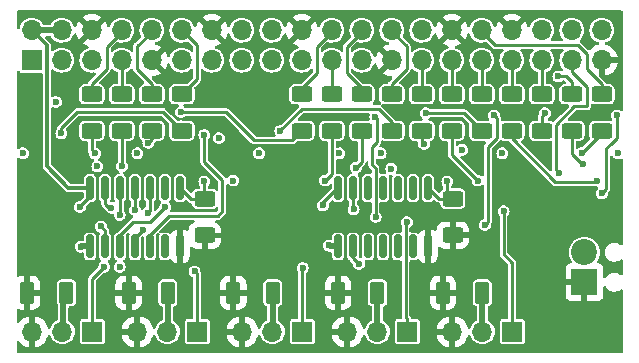
<source format=gbr>
G04 #@! TF.GenerationSoftware,KiCad,Pcbnew,8.0.8-8.0.8-0~ubuntu20.04.1*
G04 #@! TF.CreationDate,2025-01-21T23:34:14+05:30*
G04 #@! TF.ProjectId,hds_rpi,6864735f-7270-4692-9e6b-696361645f70,rev?*
G04 #@! TF.SameCoordinates,Original*
G04 #@! TF.FileFunction,Copper,L1,Top*
G04 #@! TF.FilePolarity,Positive*
%FSLAX46Y46*%
G04 Gerber Fmt 4.6, Leading zero omitted, Abs format (unit mm)*
G04 Created by KiCad (PCBNEW 8.0.8-8.0.8-0~ubuntu20.04.1) date 2025-01-21 23:34:14*
%MOMM*%
%LPD*%
G01*
G04 APERTURE LIST*
G04 Aperture macros list*
%AMRoundRect*
0 Rectangle with rounded corners*
0 $1 Rounding radius*
0 $2 $3 $4 $5 $6 $7 $8 $9 X,Y pos of 4 corners*
0 Add a 4 corners polygon primitive as box body*
4,1,4,$2,$3,$4,$5,$6,$7,$8,$9,$2,$3,0*
0 Add four circle primitives for the rounded corners*
1,1,$1+$1,$2,$3*
1,1,$1+$1,$4,$5*
1,1,$1+$1,$6,$7*
1,1,$1+$1,$8,$9*
0 Add four rect primitives between the rounded corners*
20,1,$1+$1,$2,$3,$4,$5,0*
20,1,$1+$1,$4,$5,$6,$7,0*
20,1,$1+$1,$6,$7,$8,$9,0*
20,1,$1+$1,$8,$9,$2,$3,0*%
G04 Aperture macros list end*
G04 #@! TA.AperFunction,ComponentPad*
%ADD10R,1.700000X1.700000*%
G04 #@! TD*
G04 #@! TA.AperFunction,ComponentPad*
%ADD11O,1.700000X1.700000*%
G04 #@! TD*
G04 #@! TA.AperFunction,SMDPad,CuDef*
%ADD12RoundRect,0.250000X-0.625000X0.400000X-0.625000X-0.400000X0.625000X-0.400000X0.625000X0.400000X0*%
G04 #@! TD*
G04 #@! TA.AperFunction,SMDPad,CuDef*
%ADD13RoundRect,0.250000X-0.362500X-0.700000X0.362500X-0.700000X0.362500X0.700000X-0.362500X0.700000X0*%
G04 #@! TD*
G04 #@! TA.AperFunction,SMDPad,CuDef*
%ADD14RoundRect,0.250000X0.362500X0.700000X-0.362500X0.700000X-0.362500X-0.700000X0.362500X-0.700000X0*%
G04 #@! TD*
G04 #@! TA.AperFunction,SMDPad,CuDef*
%ADD15RoundRect,0.250000X0.625000X-0.400000X0.625000X0.400000X-0.625000X0.400000X-0.625000X-0.400000X0*%
G04 #@! TD*
G04 #@! TA.AperFunction,SMDPad,CuDef*
%ADD16RoundRect,0.150000X0.150000X-0.825000X0.150000X0.825000X-0.150000X0.825000X-0.150000X-0.825000X0*%
G04 #@! TD*
G04 #@! TA.AperFunction,ComponentPad*
%ADD17R,2.200000X2.200000*%
G04 #@! TD*
G04 #@! TA.AperFunction,ComponentPad*
%ADD18C,2.200000*%
G04 #@! TD*
G04 #@! TA.AperFunction,ViaPad*
%ADD19C,0.600000*%
G04 #@! TD*
G04 #@! TA.AperFunction,Conductor*
%ADD20C,0.500000*%
G04 #@! TD*
G04 #@! TA.AperFunction,Conductor*
%ADD21C,0.300000*%
G04 #@! TD*
G04 #@! TA.AperFunction,Conductor*
%ADD22C,0.250000*%
G04 #@! TD*
G04 #@! TA.AperFunction,Conductor*
%ADD23C,0.200000*%
G04 #@! TD*
G04 APERTURE END LIST*
D10*
X97070000Y-78000000D03*
D11*
X94530000Y-78000000D03*
X91990000Y-78000000D03*
D12*
X126238000Y-57886000D03*
X126238000Y-60986000D03*
D13*
X117875000Y-74700000D03*
X121200000Y-74700000D03*
D14*
X94575000Y-74700000D03*
X91250000Y-74700000D03*
D12*
X116078000Y-57886000D03*
X116078000Y-60986000D03*
D13*
X82665500Y-74700000D03*
X85990500Y-74700000D03*
D15*
X95758000Y-60986000D03*
X95758000Y-57886000D03*
X131318000Y-60986000D03*
X131318000Y-57886000D03*
D12*
X90678000Y-57886000D03*
X90678000Y-60986000D03*
D10*
X88180000Y-78000000D03*
D11*
X85640000Y-78000000D03*
X83100000Y-78000000D03*
D15*
X118700000Y-69822800D03*
X118700000Y-66722800D03*
D12*
X123698000Y-57886000D03*
X123698000Y-60986000D03*
X108458000Y-57886000D03*
X108458000Y-60986000D03*
D16*
X87990000Y-70775000D03*
X89260000Y-70775000D03*
X90530000Y-70775000D03*
X91800000Y-70775000D03*
X93070000Y-70775000D03*
X94340000Y-70775000D03*
X95610000Y-70775000D03*
X95610000Y-65825000D03*
X94340000Y-65825000D03*
X93070000Y-65825000D03*
X91800000Y-65825000D03*
X90530000Y-65825000D03*
X89260000Y-65825000D03*
X87990000Y-65825000D03*
D15*
X93218000Y-60986000D03*
X93218000Y-57886000D03*
D12*
X118618000Y-57886000D03*
X118618000Y-60986000D03*
X121158000Y-57886000D03*
X121158000Y-60986000D03*
D15*
X128778000Y-60986000D03*
X128778000Y-57886000D03*
D16*
X108990000Y-70775000D03*
X110260000Y-70775000D03*
X111530000Y-70775000D03*
X112800000Y-70775000D03*
X114070000Y-70775000D03*
X115340000Y-70775000D03*
X116610000Y-70775000D03*
X116610000Y-65825000D03*
X115340000Y-65825000D03*
X114070000Y-65825000D03*
X112800000Y-65825000D03*
X111530000Y-65825000D03*
X110260000Y-65825000D03*
X108990000Y-65825000D03*
D17*
X129844800Y-73812400D03*
D18*
X129844800Y-71272400D03*
D15*
X105918000Y-60986000D03*
X105918000Y-57886000D03*
X97700000Y-69850000D03*
X97700000Y-66750000D03*
D10*
X105960000Y-78000000D03*
D11*
X103420000Y-78000000D03*
X100880000Y-78000000D03*
D13*
X109000000Y-74700000D03*
X112325000Y-74700000D03*
D15*
X110998000Y-60986000D03*
X110998000Y-57886000D03*
X88138000Y-60986000D03*
X88138000Y-57886000D03*
X113538000Y-60986000D03*
X113538000Y-57886000D03*
D10*
X114850000Y-78000000D03*
D11*
X112310000Y-78000000D03*
X109770000Y-78000000D03*
D13*
X100125000Y-74700000D03*
X103450000Y-74700000D03*
D10*
X123740000Y-78000000D03*
D11*
X121200000Y-78000000D03*
X118660000Y-78000000D03*
D10*
X83058000Y-55016400D03*
D11*
X83058000Y-52476400D03*
X85598000Y-55016400D03*
X85598000Y-52476400D03*
X88138000Y-55016400D03*
X88138000Y-52476400D03*
X90678000Y-55016400D03*
X90678000Y-52476400D03*
X93218000Y-55016400D03*
X93218000Y-52476400D03*
X95758000Y-55016400D03*
X95758000Y-52476400D03*
X98298000Y-55016400D03*
X98298000Y-52476400D03*
X100838000Y-55016400D03*
X100838000Y-52476400D03*
X103378000Y-55016400D03*
X103378000Y-52476400D03*
X105918000Y-55016400D03*
X105918000Y-52476400D03*
X108458000Y-55016400D03*
X108458000Y-52476400D03*
X110998000Y-55016400D03*
X110998000Y-52476400D03*
X113538000Y-55016400D03*
X113538000Y-52476400D03*
X116078000Y-55016400D03*
X116078000Y-52476400D03*
X118618000Y-55016400D03*
X118618000Y-52476400D03*
X121158000Y-55016400D03*
X121158000Y-52476400D03*
X123698000Y-55016400D03*
X123698000Y-52476400D03*
X126238000Y-55016400D03*
X126238000Y-52476400D03*
X128778000Y-55016400D03*
X128778000Y-52476400D03*
X131318000Y-55016400D03*
X131318000Y-52476400D03*
D19*
X104775000Y-56388000D03*
X124841000Y-65659000D03*
X97409000Y-57785000D03*
X82550000Y-65405000D03*
X83693000Y-72644000D03*
X104267000Y-69596000D03*
X86487000Y-69723000D03*
X101854000Y-71374000D03*
X82550000Y-70231000D03*
X132588000Y-53467000D03*
X107188000Y-70231000D03*
X117983000Y-71628000D03*
X132334000Y-79121000D03*
X99695000Y-69469000D03*
X128270000Y-67691000D03*
X125095000Y-72390000D03*
X113411000Y-72771000D03*
X102235000Y-60960000D03*
X130048000Y-51308000D03*
X124587000Y-69850000D03*
X120650000Y-66548000D03*
X132588000Y-56642000D03*
X107061000Y-72771000D03*
X114808000Y-51308000D03*
X132461000Y-67564000D03*
X85979000Y-56896000D03*
X109728000Y-51308000D03*
X87757000Y-72644000D03*
X96901000Y-71374000D03*
X99568000Y-56134000D03*
X122301000Y-72644000D03*
X101981000Y-58039000D03*
X112141000Y-56515000D03*
X115570000Y-72771000D03*
X122900000Y-62900000D03*
X108200000Y-70700000D03*
X132700000Y-62900000D03*
X102300000Y-62900000D03*
X87200000Y-70800000D03*
X112600000Y-62900000D03*
X92000000Y-62900000D03*
X82300000Y-62900000D03*
X87122000Y-67437000D03*
X107696000Y-67310000D03*
X127635000Y-56388000D03*
X118237000Y-65278000D03*
X127700000Y-64560588D03*
X97663000Y-65278000D03*
X89800000Y-67500000D03*
X89200000Y-72500000D03*
X90500000Y-68100000D03*
X96834310Y-72898000D03*
X90500000Y-72517000D03*
X106000000Y-72600000D03*
X91800000Y-67700000D03*
X92921702Y-67921702D03*
X114808000Y-68725000D03*
X123000000Y-67800000D03*
X110300000Y-67651000D03*
X85090000Y-58547000D03*
X88900000Y-69088000D03*
X88600000Y-64000000D03*
X92926861Y-62010518D03*
X85558000Y-61200000D03*
X90678837Y-63984094D03*
X119500000Y-62600000D03*
X100100000Y-65200000D03*
X107900000Y-65200000D03*
X116274998Y-62100000D03*
X109100000Y-62900000D03*
X116400000Y-59500000D03*
X120800000Y-65200000D03*
X130900000Y-65200000D03*
X126500000Y-59500000D03*
X88400000Y-62900000D03*
X95700000Y-59400000D03*
X98900000Y-61600000D03*
X110500000Y-64100000D03*
X104100000Y-61000000D03*
X129709124Y-63825001D03*
X113500000Y-64200000D03*
X129600000Y-62900000D03*
X112141000Y-59817000D03*
X94361000Y-67437000D03*
X112161771Y-68286000D03*
X92475000Y-69372702D03*
X122174000Y-59690000D03*
X121412000Y-68961000D03*
X97663000Y-61341000D03*
X131318000Y-66294000D03*
X110744000Y-72263000D03*
X132588000Y-59690000D03*
D20*
X87990000Y-70775000D02*
X87225000Y-70775000D01*
X108990000Y-70775000D02*
X108275000Y-70775000D01*
X87225000Y-70775000D02*
X87200000Y-70800000D01*
X108275000Y-70775000D02*
X108200000Y-70700000D01*
X121200000Y-74700000D02*
X121200000Y-78000000D01*
X85700000Y-77940000D02*
X85640000Y-78000000D01*
X85700000Y-74700000D02*
X85700000Y-77940000D01*
X103450000Y-77970000D02*
X103420000Y-78000000D01*
X103450000Y-74700000D02*
X103450000Y-77970000D01*
X112325000Y-77985000D02*
X112310000Y-78000000D01*
X94575000Y-77955000D02*
X94530000Y-78000000D01*
X112325000Y-74700000D02*
X112325000Y-77985000D01*
X94575000Y-74700000D02*
X94575000Y-77955000D01*
D21*
X84328000Y-64008000D02*
X86145000Y-65825000D01*
X87990000Y-65825000D02*
X87990000Y-66569000D01*
X83058000Y-52476400D02*
X84328000Y-53746400D01*
X87990000Y-66569000D02*
X87122000Y-67437000D01*
X86145000Y-65825000D02*
X87990000Y-65825000D01*
D20*
X83058000Y-52476400D02*
X85598000Y-52476400D01*
D21*
X84328000Y-53746400D02*
X84328000Y-64008000D01*
X107696000Y-67119000D02*
X108990000Y-65825000D01*
X107696000Y-67310000D02*
X107696000Y-67119000D01*
D22*
X131318000Y-57023000D02*
X130048000Y-55753000D01*
X122301000Y-53721000D02*
X121163000Y-52583000D01*
X131318000Y-57886000D02*
X131318000Y-57023000D01*
X130048000Y-55753000D02*
X130048000Y-54483000D01*
X129286000Y-53721000D02*
X122301000Y-53721000D01*
X130048000Y-54483000D02*
X129286000Y-53721000D01*
X91948000Y-55753000D02*
X93218000Y-57023000D01*
X93223000Y-52583000D02*
X91958000Y-53848000D01*
X91958000Y-53848000D02*
X91948000Y-53848000D01*
X93218000Y-57023000D02*
X93218000Y-57886000D01*
X91948000Y-53848000D02*
X91948000Y-55753000D01*
X109728000Y-56108000D02*
X109728000Y-53858000D01*
X110998000Y-57378000D02*
X109728000Y-56108000D01*
X109728000Y-53858000D02*
X111003000Y-52583000D01*
X114808000Y-53848000D02*
X113543000Y-52583000D01*
X113538000Y-57023000D02*
X114808000Y-55753000D01*
X114808000Y-55753000D02*
X114808000Y-53848000D01*
X113538000Y-57378000D02*
X113538000Y-57023000D01*
X126243000Y-55123000D02*
X126243000Y-57373000D01*
X126243000Y-57373000D02*
X126238000Y-57378000D01*
X108463000Y-55123000D02*
X108463000Y-57373000D01*
X108463000Y-57373000D02*
X108458000Y-57378000D01*
X118623000Y-55123000D02*
X118623000Y-57373000D01*
X118623000Y-57373000D02*
X118618000Y-57378000D01*
X128778000Y-56896000D02*
X128778000Y-57886000D01*
X127635000Y-56388000D02*
X128270000Y-56388000D01*
X128270000Y-56388000D02*
X128778000Y-56896000D01*
X121163000Y-57373000D02*
X121158000Y-57378000D01*
X121163000Y-55123000D02*
X121163000Y-57373000D01*
X107188000Y-53858000D02*
X108463000Y-52583000D01*
X105918000Y-57759000D02*
X105918000Y-57404000D01*
X105918000Y-57404000D02*
X107188000Y-56134000D01*
X107188000Y-56134000D02*
X107188000Y-53858000D01*
X116083000Y-55123000D02*
X116083000Y-57373000D01*
X116083000Y-57373000D02*
X116078000Y-57378000D01*
X96535000Y-66750000D02*
X95610000Y-65825000D01*
X117507800Y-66722800D02*
X116610000Y-65825000D01*
X130048000Y-58928000D02*
X128990900Y-58928000D01*
X97663000Y-66713000D02*
X97700000Y-66750000D01*
X127438000Y-64298588D02*
X127700000Y-64560588D01*
X118700000Y-66722800D02*
X117507800Y-66722800D01*
X128778000Y-55016400D02*
X128778000Y-56007000D01*
X128778000Y-56007000D02*
X130048000Y-57277000D01*
X118237000Y-65278000D02*
X118237000Y-66259800D01*
X97700000Y-66750000D02*
X96535000Y-66750000D01*
X127438000Y-60480900D02*
X127438000Y-64298588D01*
X97663000Y-65278000D02*
X97663000Y-66713000D01*
X130048000Y-57277000D02*
X130048000Y-58928000D01*
X128990900Y-58928000D02*
X127438000Y-60480900D01*
X118237000Y-66259800D02*
X118700000Y-66722800D01*
X90683000Y-57373000D02*
X90678000Y-57378000D01*
X90683000Y-55123000D02*
X90683000Y-57373000D01*
D23*
X90678000Y-57378000D02*
X90678000Y-57886000D01*
D22*
X123703000Y-57373000D02*
X123698000Y-57378000D01*
X123703000Y-55123000D02*
X123703000Y-57373000D01*
X88138000Y-57023000D02*
X88138000Y-57886000D01*
X89408000Y-55753000D02*
X88138000Y-57023000D01*
X89408000Y-53858000D02*
X89408000Y-55753000D01*
X90683000Y-52583000D02*
X89408000Y-53858000D01*
X97028000Y-56616000D02*
X95758000Y-57886000D01*
X97028000Y-53746400D02*
X97028000Y-56616000D01*
X95758000Y-52476400D02*
X97028000Y-53746400D01*
X88180000Y-78000000D02*
X88180000Y-73520000D01*
X88180000Y-73520000D02*
X89200000Y-72500000D01*
X89600000Y-67500000D02*
X89260000Y-67160000D01*
X89260000Y-67160000D02*
X89260000Y-65825000D01*
X89800000Y-67500000D02*
X89600000Y-67500000D01*
X97070000Y-78000000D02*
X97070000Y-73133690D01*
X90500000Y-65855000D02*
X90530000Y-65825000D01*
X90500000Y-68100000D02*
X90500000Y-65855000D01*
X97070000Y-73133690D02*
X96834310Y-72898000D01*
X105960000Y-72640000D02*
X106000000Y-72600000D01*
X105960000Y-78000000D02*
X105960000Y-72640000D01*
X91800000Y-67700000D02*
X91800000Y-65825000D01*
X114700000Y-76750000D02*
X114700000Y-68833000D01*
X114850000Y-78000000D02*
X114850000Y-76900000D01*
X93070000Y-65825000D02*
X93070000Y-67773404D01*
X114850000Y-76900000D02*
X114700000Y-76750000D01*
X93070000Y-67773404D02*
X92921702Y-67921702D01*
X114700000Y-68833000D02*
X114808000Y-68725000D01*
X110260000Y-67611000D02*
X110300000Y-67651000D01*
X110260000Y-65825000D02*
X110260000Y-67611000D01*
X123740000Y-78000000D02*
X123740000Y-72140000D01*
X123740000Y-72140000D02*
X123000000Y-71400000D01*
X123000000Y-71400000D02*
X123000000Y-67800000D01*
X89260000Y-69448000D02*
X88900000Y-69088000D01*
X89260000Y-70775000D02*
X89260000Y-69448000D01*
X93218000Y-60986000D02*
X93218000Y-61719379D01*
X93218000Y-61719379D02*
X92926861Y-62010518D01*
X95758000Y-60986000D02*
X94172000Y-59400000D01*
X86900000Y-59400000D02*
X85558000Y-60742000D01*
X85558000Y-60742000D02*
X85558000Y-61200000D01*
X94172000Y-59400000D02*
X86900000Y-59400000D01*
X90678000Y-63978000D02*
X90684094Y-63984094D01*
X90684094Y-63984094D02*
X90678837Y-63984094D01*
X90678000Y-60986000D02*
X90678000Y-63978000D01*
X108458000Y-60986000D02*
X108458000Y-64642000D01*
X108458000Y-64642000D02*
X107900000Y-65200000D01*
X116078000Y-61903002D02*
X116274998Y-62100000D01*
X116078000Y-60986000D02*
X116078000Y-61903002D01*
X119672000Y-59500000D02*
X116400000Y-59500000D01*
X121158000Y-60986000D02*
X119672000Y-59500000D01*
X118618000Y-60986000D02*
X118618000Y-63018000D01*
X118618000Y-63018000D02*
X120800000Y-65200000D01*
X127384932Y-65322932D02*
X130777068Y-65322932D01*
X123698000Y-61636000D02*
X127384932Y-65322932D01*
X123698000Y-60986000D02*
X123698000Y-61636000D01*
X130777068Y-65322932D02*
X130900000Y-65200000D01*
X126238000Y-59762000D02*
X126500000Y-59500000D01*
X126238000Y-60986000D02*
X126238000Y-59762000D01*
X88138000Y-60986000D02*
X88138000Y-62638000D01*
X88138000Y-62638000D02*
X88400000Y-62900000D01*
X105918000Y-60986000D02*
X105104000Y-61800000D01*
X105104000Y-61800000D02*
X102500000Y-61800000D01*
X100900000Y-60800000D02*
X99500000Y-59400000D01*
X102500000Y-61800000D02*
X101900000Y-61800000D01*
X99500000Y-59400000D02*
X95700000Y-59400000D01*
X101900000Y-61800000D02*
X100900000Y-60800000D01*
X110998000Y-63602000D02*
X110500000Y-64100000D01*
X110998000Y-60986000D02*
X110998000Y-63602000D01*
X113538000Y-60259405D02*
X112420595Y-59142000D01*
X105916900Y-59142000D02*
X104100000Y-60958900D01*
X113538000Y-60986000D02*
X113538000Y-60259405D01*
X104100000Y-60958900D02*
X104100000Y-61000000D01*
X112420595Y-59142000D02*
X105916900Y-59142000D01*
X128778000Y-60986000D02*
X128778000Y-62961884D01*
X129641117Y-63825001D02*
X129709124Y-63825001D01*
X128778000Y-62961884D02*
X129641117Y-63825001D01*
X131318000Y-61182000D02*
X129600000Y-62900000D01*
X131318000Y-60986000D02*
X131318000Y-61182000D01*
X90530000Y-70775000D02*
X90530000Y-69800001D01*
X111887000Y-63881000D02*
X112161771Y-64155771D01*
X91632299Y-68697702D02*
X93100298Y-68697702D01*
X93100298Y-68697702D02*
X94361000Y-67437000D01*
X112268000Y-59944000D02*
X112268000Y-61976000D01*
X111887000Y-62357000D02*
X111887000Y-63881000D01*
X90530000Y-69800001D02*
X91632299Y-68697702D01*
X112161771Y-64155771D02*
X112161771Y-68286000D01*
X112268000Y-61976000D02*
X111887000Y-62357000D01*
X112141000Y-59817000D02*
X112268000Y-59944000D01*
X121412000Y-68961000D02*
X121666000Y-68707000D01*
X121666000Y-68707000D02*
X121666000Y-62323100D01*
X122428000Y-59944000D02*
X122174000Y-59690000D01*
X121666000Y-62323100D02*
X122428000Y-61561100D01*
X91800000Y-70775000D02*
X91800000Y-70047702D01*
X91800000Y-70047702D02*
X92475000Y-69372702D01*
X122428000Y-61561100D02*
X122428000Y-59944000D01*
X97663000Y-63627000D02*
X97663000Y-61341000D01*
X94671001Y-68199000D02*
X98806000Y-68199000D01*
X99187000Y-67818000D02*
X99187000Y-65151000D01*
X93070000Y-70775000D02*
X93070000Y-69800001D01*
X99187000Y-65151000D02*
X97663000Y-63627000D01*
X93070000Y-69800001D02*
X94671001Y-68199000D01*
X98806000Y-68199000D02*
X99187000Y-67818000D01*
X110260000Y-70775000D02*
X110260000Y-71779000D01*
X131318000Y-66294000D02*
X131699000Y-65913000D01*
X132080000Y-62103000D02*
X132588000Y-61595000D01*
X110260000Y-71779000D02*
X110744000Y-72263000D01*
X131699000Y-65913000D02*
X131699000Y-64516000D01*
X131699000Y-64516000D02*
X131699000Y-62484000D01*
X131699000Y-62484000D02*
X132080000Y-62103000D01*
X132588000Y-61595000D02*
X132588000Y-59690000D01*
G04 #@! TA.AperFunction,Conductor*
G36*
X133046539Y-50812185D02*
G01*
X133092294Y-50864989D01*
X133103500Y-50916500D01*
X133103500Y-59199256D01*
X133083815Y-59266295D01*
X133031011Y-59312050D01*
X132961853Y-59321994D01*
X132912461Y-59303572D01*
X132854456Y-59266295D01*
X132798053Y-59230047D01*
X132798051Y-59230046D01*
X132798049Y-59230045D01*
X132798050Y-59230045D01*
X132659963Y-59189500D01*
X132659961Y-59189500D01*
X132516039Y-59189500D01*
X132516036Y-59189500D01*
X132377949Y-59230045D01*
X132256873Y-59307856D01*
X132162623Y-59416626D01*
X132162622Y-59416628D01*
X132102834Y-59547543D01*
X132082353Y-59690000D01*
X132102834Y-59832456D01*
X132163322Y-59964904D01*
X132173266Y-60034063D01*
X132144241Y-60097619D01*
X132085463Y-60135393D01*
X132035389Y-60137164D01*
X132035212Y-60139058D01*
X131997270Y-60135500D01*
X131997266Y-60135500D01*
X130638734Y-60135500D01*
X130638730Y-60135500D01*
X130608300Y-60138353D01*
X130608298Y-60138353D01*
X130480119Y-60183206D01*
X130480117Y-60183207D01*
X130370850Y-60263850D01*
X130290207Y-60373117D01*
X130290206Y-60373119D01*
X130245353Y-60501298D01*
X130245353Y-60501300D01*
X130242500Y-60531730D01*
X130242500Y-61440269D01*
X130245353Y-61470699D01*
X130245353Y-61470701D01*
X130290206Y-61598880D01*
X130290783Y-61599662D01*
X130291149Y-61600666D01*
X130294549Y-61607098D01*
X130293668Y-61607563D01*
X130314754Y-61665291D01*
X130299439Y-61733461D01*
X130278694Y-61760977D01*
X129676492Y-62363181D01*
X129615169Y-62396666D01*
X129588811Y-62399500D01*
X129528036Y-62399500D01*
X129389949Y-62440045D01*
X129324444Y-62482143D01*
X129294541Y-62501361D01*
X129294539Y-62501362D01*
X129227500Y-62521046D01*
X129160460Y-62501361D01*
X129114706Y-62448557D01*
X129103500Y-62397046D01*
X129103500Y-61960500D01*
X129123185Y-61893461D01*
X129175989Y-61847706D01*
X129227500Y-61836500D01*
X129457270Y-61836500D01*
X129487699Y-61833646D01*
X129487701Y-61833646D01*
X129557545Y-61809206D01*
X129615882Y-61788793D01*
X129725150Y-61708150D01*
X129805793Y-61598882D01*
X129846182Y-61483457D01*
X129850646Y-61470701D01*
X129850646Y-61470699D01*
X129853500Y-61440269D01*
X129853500Y-60531730D01*
X129850646Y-60501300D01*
X129850646Y-60501298D01*
X129805793Y-60373119D01*
X129805792Y-60373117D01*
X129725150Y-60263850D01*
X129615882Y-60183207D01*
X129615880Y-60183206D01*
X129487700Y-60138353D01*
X129457270Y-60135500D01*
X129457266Y-60135500D01*
X128543089Y-60135500D01*
X128476050Y-60115815D01*
X128430295Y-60063011D01*
X128420351Y-59993853D01*
X128449376Y-59930297D01*
X128455408Y-59923819D01*
X129089408Y-59289819D01*
X129150731Y-59256334D01*
X129177089Y-59253500D01*
X130090851Y-59253500D01*
X130090853Y-59253500D01*
X130173638Y-59231318D01*
X130247862Y-59188465D01*
X130308465Y-59127862D01*
X130351318Y-59053638D01*
X130373500Y-58970853D01*
X130373500Y-58826247D01*
X130393185Y-58759208D01*
X130445989Y-58713453D01*
X130515147Y-58703509D01*
X130538453Y-58709205D01*
X130608301Y-58733646D01*
X130608300Y-58733646D01*
X130638730Y-58736500D01*
X130638734Y-58736500D01*
X131997270Y-58736500D01*
X132027699Y-58733646D01*
X132027701Y-58733646D01*
X132097545Y-58709206D01*
X132155882Y-58688793D01*
X132265150Y-58608150D01*
X132345793Y-58498882D01*
X132378804Y-58404543D01*
X132390646Y-58370701D01*
X132390646Y-58370699D01*
X132393500Y-58340269D01*
X132393500Y-57431730D01*
X132390646Y-57401300D01*
X132390646Y-57401298D01*
X132345793Y-57273119D01*
X132345792Y-57273117D01*
X132265150Y-57163850D01*
X132155882Y-57083207D01*
X132155880Y-57083206D01*
X132027700Y-57038353D01*
X131997270Y-57035500D01*
X131997266Y-57035500D01*
X131753480Y-57035500D01*
X131686441Y-57015815D01*
X131640686Y-56963011D01*
X131633705Y-56943592D01*
X131621318Y-56897361D01*
X131608248Y-56874724D01*
X131578465Y-56823138D01*
X131104319Y-56348992D01*
X131070834Y-56287669D01*
X131068000Y-56261311D01*
X131068000Y-55449412D01*
X131125007Y-55482325D01*
X131252174Y-55516400D01*
X131383826Y-55516400D01*
X131510993Y-55482325D01*
X131568000Y-55449412D01*
X131568000Y-56347033D01*
X131781483Y-56289833D01*
X131781492Y-56289829D01*
X131995578Y-56190000D01*
X132189082Y-56054505D01*
X132356105Y-55887482D01*
X132491600Y-55693978D01*
X132591429Y-55479892D01*
X132591432Y-55479886D01*
X132648636Y-55266400D01*
X131751012Y-55266400D01*
X131783925Y-55209393D01*
X131818000Y-55082226D01*
X131818000Y-54950574D01*
X131783925Y-54823407D01*
X131751012Y-54766400D01*
X132648636Y-54766400D01*
X132648635Y-54766399D01*
X132591432Y-54552913D01*
X132591429Y-54552907D01*
X132491600Y-54338822D01*
X132491599Y-54338820D01*
X132356113Y-54145326D01*
X132356108Y-54145320D01*
X132189082Y-53978294D01*
X131995578Y-53842799D01*
X131781492Y-53742970D01*
X131781486Y-53742967D01*
X131659349Y-53710241D01*
X131599689Y-53673876D01*
X131569160Y-53611029D01*
X131577455Y-53541653D01*
X131621940Y-53487775D01*
X131655444Y-53471807D01*
X131721954Y-53451632D01*
X131904450Y-53354085D01*
X132064410Y-53222810D01*
X132195685Y-53062850D01*
X132293232Y-52880354D01*
X132353300Y-52682334D01*
X132373583Y-52476400D01*
X132353300Y-52270466D01*
X132293232Y-52072446D01*
X132195685Y-51889950D01*
X132143702Y-51826609D01*
X132064410Y-51729989D01*
X131904452Y-51598717D01*
X131904453Y-51598717D01*
X131904450Y-51598715D01*
X131721954Y-51501168D01*
X131523934Y-51441100D01*
X131523932Y-51441099D01*
X131523934Y-51441099D01*
X131318000Y-51420817D01*
X131112067Y-51441099D01*
X130914043Y-51501169D01*
X130803898Y-51560043D01*
X130731550Y-51598715D01*
X130731548Y-51598716D01*
X130731547Y-51598717D01*
X130571589Y-51729989D01*
X130440317Y-51889947D01*
X130440315Y-51889950D01*
X130402683Y-51960353D01*
X130342769Y-52072443D01*
X130282699Y-52270467D01*
X130262417Y-52476400D01*
X130282699Y-52682332D01*
X130296235Y-52726953D01*
X130342768Y-52880354D01*
X130440315Y-53062850D01*
X130474969Y-53105077D01*
X130571589Y-53222810D01*
X130658288Y-53293961D01*
X130731550Y-53354085D01*
X130914046Y-53451632D01*
X130980551Y-53471805D01*
X131038989Y-53510102D01*
X131067446Y-53573914D01*
X131056887Y-53642981D01*
X131010663Y-53695375D01*
X130976650Y-53710241D01*
X130854514Y-53742967D01*
X130854507Y-53742970D01*
X130640422Y-53842799D01*
X130640420Y-53842800D01*
X130446926Y-53978286D01*
X130312950Y-54112262D01*
X130251627Y-54145746D01*
X130181935Y-54140762D01*
X130137588Y-54112261D01*
X129485864Y-53460537D01*
X129485863Y-53460536D01*
X129485862Y-53460535D01*
X129485859Y-53460533D01*
X129480031Y-53456061D01*
X129438831Y-53399631D01*
X129434679Y-53329885D01*
X129468894Y-53268966D01*
X129476859Y-53261834D01*
X129524408Y-53222812D01*
X129530716Y-53215126D01*
X129655685Y-53062850D01*
X129753232Y-52880354D01*
X129813300Y-52682334D01*
X129833583Y-52476400D01*
X129813300Y-52270466D01*
X129753232Y-52072446D01*
X129655685Y-51889950D01*
X129603702Y-51826609D01*
X129524410Y-51729989D01*
X129364452Y-51598717D01*
X129364453Y-51598717D01*
X129364450Y-51598715D01*
X129181954Y-51501168D01*
X128983934Y-51441100D01*
X128983932Y-51441099D01*
X128983934Y-51441099D01*
X128778000Y-51420817D01*
X128572067Y-51441099D01*
X128374043Y-51501169D01*
X128263898Y-51560043D01*
X128191550Y-51598715D01*
X128191548Y-51598716D01*
X128191547Y-51598717D01*
X128031589Y-51729989D01*
X127900317Y-51889947D01*
X127900315Y-51889950D01*
X127862683Y-51960353D01*
X127802769Y-52072443D01*
X127742699Y-52270467D01*
X127722417Y-52476400D01*
X127742699Y-52682332D01*
X127756235Y-52726953D01*
X127802768Y-52880354D01*
X127878786Y-53022573D01*
X127900317Y-53062853D01*
X128006990Y-53192835D01*
X128034303Y-53257145D01*
X128022512Y-53326013D01*
X127975359Y-53377573D01*
X127911137Y-53395500D01*
X127104863Y-53395500D01*
X127037824Y-53375815D01*
X126992069Y-53323011D01*
X126982125Y-53253853D01*
X127009010Y-53192835D01*
X127047141Y-53146371D01*
X127115685Y-53062850D01*
X127213232Y-52880354D01*
X127273300Y-52682334D01*
X127293583Y-52476400D01*
X127273300Y-52270466D01*
X127213232Y-52072446D01*
X127115685Y-51889950D01*
X127063702Y-51826609D01*
X126984410Y-51729989D01*
X126824452Y-51598717D01*
X126824453Y-51598717D01*
X126824450Y-51598715D01*
X126641954Y-51501168D01*
X126443934Y-51441100D01*
X126443932Y-51441099D01*
X126443934Y-51441099D01*
X126238000Y-51420817D01*
X126032067Y-51441099D01*
X125834043Y-51501169D01*
X125723898Y-51560043D01*
X125651550Y-51598715D01*
X125651548Y-51598716D01*
X125651547Y-51598717D01*
X125491589Y-51729989D01*
X125360317Y-51889947D01*
X125360315Y-51889950D01*
X125332622Y-51941758D01*
X125262767Y-52072446D01*
X125242593Y-52138952D01*
X125204296Y-52197390D01*
X125140483Y-52225847D01*
X125071416Y-52215286D01*
X125019023Y-52169061D01*
X125004158Y-52135049D01*
X124971433Y-52012916D01*
X124971429Y-52012907D01*
X124871601Y-51798824D01*
X124812925Y-51715026D01*
X124180962Y-52346989D01*
X124163925Y-52283407D01*
X124098099Y-52169393D01*
X124005007Y-52076301D01*
X123890993Y-52010475D01*
X123827409Y-51993437D01*
X124459372Y-51361473D01*
X124375576Y-51302798D01*
X124161492Y-51202970D01*
X124161483Y-51202966D01*
X123933326Y-51141832D01*
X123933315Y-51141830D01*
X123698002Y-51121243D01*
X123697998Y-51121243D01*
X123462684Y-51141830D01*
X123462673Y-51141832D01*
X123234516Y-51202966D01*
X123234507Y-51202970D01*
X123020423Y-51302799D01*
X123020421Y-51302800D01*
X122936627Y-51361473D01*
X122936626Y-51361473D01*
X123568591Y-51993437D01*
X123505007Y-52010475D01*
X123390993Y-52076301D01*
X123297901Y-52169393D01*
X123232075Y-52283407D01*
X123215037Y-52346990D01*
X122583073Y-51715026D01*
X122583073Y-51715027D01*
X122524400Y-51798821D01*
X122524399Y-51798823D01*
X122424570Y-52012907D01*
X122424567Y-52012914D01*
X122391841Y-52135050D01*
X122355476Y-52194710D01*
X122292629Y-52225239D01*
X122223253Y-52216944D01*
X122169375Y-52172459D01*
X122153406Y-52138952D01*
X122133232Y-52072446D01*
X122035685Y-51889950D01*
X121983702Y-51826609D01*
X121904410Y-51729989D01*
X121744452Y-51598717D01*
X121744453Y-51598717D01*
X121744450Y-51598715D01*
X121561954Y-51501168D01*
X121363934Y-51441100D01*
X121363932Y-51441099D01*
X121363934Y-51441099D01*
X121158000Y-51420817D01*
X120952067Y-51441099D01*
X120754043Y-51501169D01*
X120643898Y-51560043D01*
X120571550Y-51598715D01*
X120571548Y-51598716D01*
X120571547Y-51598717D01*
X120411589Y-51729989D01*
X120280317Y-51889947D01*
X120280315Y-51889950D01*
X120252622Y-51941758D01*
X120182767Y-52072446D01*
X120162593Y-52138952D01*
X120124296Y-52197390D01*
X120060483Y-52225847D01*
X119991416Y-52215286D01*
X119939023Y-52169061D01*
X119924158Y-52135049D01*
X119891433Y-52012916D01*
X119891429Y-52012907D01*
X119791601Y-51798824D01*
X119732925Y-51715026D01*
X119100962Y-52346990D01*
X119083925Y-52283407D01*
X119018099Y-52169393D01*
X118925007Y-52076301D01*
X118810993Y-52010475D01*
X118747409Y-51993437D01*
X119379372Y-51361473D01*
X119295576Y-51302798D01*
X119081492Y-51202970D01*
X119081483Y-51202966D01*
X118853326Y-51141832D01*
X118853315Y-51141830D01*
X118618002Y-51121243D01*
X118617998Y-51121243D01*
X118382684Y-51141830D01*
X118382673Y-51141832D01*
X118154516Y-51202966D01*
X118154507Y-51202970D01*
X117940423Y-51302799D01*
X117940421Y-51302800D01*
X117856627Y-51361473D01*
X117856626Y-51361473D01*
X118488591Y-51993437D01*
X118425007Y-52010475D01*
X118310993Y-52076301D01*
X118217901Y-52169393D01*
X118152075Y-52283407D01*
X118135037Y-52346990D01*
X117503073Y-51715026D01*
X117503073Y-51715027D01*
X117444400Y-51798821D01*
X117444399Y-51798823D01*
X117344570Y-52012907D01*
X117344567Y-52012914D01*
X117311841Y-52135050D01*
X117275476Y-52194710D01*
X117212629Y-52225239D01*
X117143253Y-52216944D01*
X117089375Y-52172459D01*
X117073406Y-52138952D01*
X117053232Y-52072446D01*
X116955685Y-51889950D01*
X116903702Y-51826609D01*
X116824410Y-51729989D01*
X116664452Y-51598717D01*
X116664453Y-51598717D01*
X116664450Y-51598715D01*
X116481954Y-51501168D01*
X116283934Y-51441100D01*
X116283932Y-51441099D01*
X116283934Y-51441099D01*
X116078000Y-51420817D01*
X115872067Y-51441099D01*
X115674043Y-51501169D01*
X115563898Y-51560043D01*
X115491550Y-51598715D01*
X115491548Y-51598716D01*
X115491547Y-51598717D01*
X115331589Y-51729989D01*
X115200317Y-51889947D01*
X115200315Y-51889950D01*
X115162683Y-51960353D01*
X115102769Y-52072443D01*
X115042699Y-52270467D01*
X115022417Y-52476400D01*
X115042699Y-52682332D01*
X115056235Y-52726953D01*
X115102768Y-52880354D01*
X115200315Y-53062850D01*
X115234969Y-53105077D01*
X115331589Y-53222810D01*
X115418288Y-53293961D01*
X115491550Y-53354085D01*
X115674046Y-53451632D01*
X115872066Y-53511700D01*
X115872065Y-53511700D01*
X115890529Y-53513518D01*
X116078000Y-53531983D01*
X116283934Y-53511700D01*
X116481954Y-53451632D01*
X116664450Y-53354085D01*
X116824410Y-53222810D01*
X116955685Y-53062850D01*
X117053232Y-52880354D01*
X117073406Y-52813846D01*
X117111702Y-52755410D01*
X117175514Y-52726953D01*
X117244581Y-52737512D01*
X117296975Y-52783736D01*
X117311841Y-52817749D01*
X117344567Y-52939886D01*
X117344570Y-52939892D01*
X117444398Y-53153976D01*
X117503073Y-53237772D01*
X118135037Y-52605808D01*
X118152075Y-52669393D01*
X118217901Y-52783407D01*
X118310993Y-52876499D01*
X118425007Y-52942325D01*
X118488591Y-52959362D01*
X117856626Y-53591326D01*
X117940417Y-53649998D01*
X117940421Y-53650000D01*
X118154507Y-53749829D01*
X118154516Y-53749833D01*
X118276649Y-53782558D01*
X118336310Y-53818923D01*
X118366839Y-53881769D01*
X118358545Y-53951145D01*
X118314059Y-54005023D01*
X118280552Y-54020993D01*
X118214046Y-54041167D01*
X118107117Y-54098323D01*
X118031550Y-54138715D01*
X118031548Y-54138716D01*
X118031547Y-54138717D01*
X117871589Y-54269989D01*
X117740317Y-54429947D01*
X117642769Y-54612443D01*
X117582699Y-54810467D01*
X117562417Y-55016400D01*
X117582699Y-55222332D01*
X117600453Y-55280858D01*
X117642768Y-55420354D01*
X117740315Y-55602850D01*
X117740317Y-55602852D01*
X117871589Y-55762810D01*
X117943382Y-55821728D01*
X118031550Y-55894085D01*
X118214046Y-55991632D01*
X118214052Y-55991634D01*
X118219668Y-55993960D01*
X118218700Y-55996296D01*
X118267895Y-56028502D01*
X118296382Y-56092300D01*
X118297500Y-56108911D01*
X118297500Y-56911500D01*
X118277815Y-56978539D01*
X118225011Y-57024294D01*
X118173500Y-57035500D01*
X117938730Y-57035500D01*
X117908300Y-57038353D01*
X117908298Y-57038353D01*
X117780119Y-57083206D01*
X117780117Y-57083207D01*
X117670850Y-57163850D01*
X117590207Y-57273117D01*
X117590206Y-57273119D01*
X117545353Y-57401298D01*
X117545353Y-57401300D01*
X117542500Y-57431730D01*
X117542500Y-58340269D01*
X117545353Y-58370699D01*
X117545353Y-58370701D01*
X117590206Y-58498880D01*
X117590207Y-58498882D01*
X117670850Y-58608150D01*
X117780118Y-58688793D01*
X117822174Y-58703509D01*
X117908299Y-58733646D01*
X117938730Y-58736500D01*
X117938734Y-58736500D01*
X119297270Y-58736500D01*
X119327699Y-58733646D01*
X119327701Y-58733646D01*
X119397545Y-58709206D01*
X119455882Y-58688793D01*
X119565150Y-58608150D01*
X119645793Y-58498882D01*
X119678804Y-58404543D01*
X119690646Y-58370701D01*
X119690646Y-58370699D01*
X119693500Y-58340269D01*
X119693500Y-57431730D01*
X120082500Y-57431730D01*
X120082500Y-58340269D01*
X120085353Y-58370699D01*
X120085353Y-58370701D01*
X120130206Y-58498880D01*
X120130207Y-58498882D01*
X120210850Y-58608150D01*
X120320118Y-58688793D01*
X120362174Y-58703509D01*
X120448299Y-58733646D01*
X120478730Y-58736500D01*
X120478734Y-58736500D01*
X121837270Y-58736500D01*
X121867699Y-58733646D01*
X121867701Y-58733646D01*
X121937545Y-58709206D01*
X121995882Y-58688793D01*
X122105150Y-58608150D01*
X122185793Y-58498882D01*
X122218804Y-58404543D01*
X122230646Y-58370701D01*
X122230646Y-58370699D01*
X122233500Y-58340269D01*
X122233500Y-57431730D01*
X122230646Y-57401300D01*
X122230646Y-57401298D01*
X122185793Y-57273119D01*
X122185792Y-57273117D01*
X122105150Y-57163850D01*
X121995882Y-57083207D01*
X121995880Y-57083206D01*
X121867700Y-57038353D01*
X121837270Y-57035500D01*
X121837266Y-57035500D01*
X121612500Y-57035500D01*
X121545461Y-57015815D01*
X121499706Y-56963011D01*
X121488500Y-56911500D01*
X121488500Y-56104912D01*
X121508185Y-56037873D01*
X121557104Y-55995483D01*
X121556581Y-55994504D01*
X121560899Y-55992195D01*
X121560989Y-55992118D01*
X121561290Y-55991986D01*
X121561950Y-55991633D01*
X121561954Y-55991632D01*
X121744450Y-55894085D01*
X121904410Y-55762810D01*
X122035685Y-55602850D01*
X122133232Y-55420354D01*
X122193300Y-55222334D01*
X122213583Y-55016400D01*
X122193300Y-54810466D01*
X122133232Y-54612446D01*
X122035685Y-54429950D01*
X121976113Y-54357361D01*
X121904410Y-54269989D01*
X121753017Y-54145746D01*
X121744450Y-54138715D01*
X121561954Y-54041168D01*
X121363934Y-53981100D01*
X121363932Y-53981099D01*
X121363934Y-53981099D01*
X121158000Y-53960817D01*
X120952067Y-53981099D01*
X120776692Y-54034298D01*
X120754050Y-54041167D01*
X120754043Y-54041169D01*
X120683277Y-54078995D01*
X120571550Y-54138715D01*
X120571548Y-54138716D01*
X120571547Y-54138717D01*
X120411589Y-54269989D01*
X120280317Y-54429947D01*
X120182769Y-54612443D01*
X120122699Y-54810467D01*
X120102417Y-55016400D01*
X120122699Y-55222332D01*
X120140453Y-55280858D01*
X120182768Y-55420354D01*
X120280315Y-55602850D01*
X120280317Y-55602852D01*
X120411589Y-55762810D01*
X120483382Y-55821728D01*
X120571550Y-55894085D01*
X120754046Y-55991632D01*
X120754052Y-55991634D01*
X120759668Y-55993960D01*
X120758700Y-55996296D01*
X120807895Y-56028502D01*
X120836382Y-56092300D01*
X120837500Y-56108911D01*
X120837500Y-56911500D01*
X120817815Y-56978539D01*
X120765011Y-57024294D01*
X120713500Y-57035500D01*
X120478730Y-57035500D01*
X120448300Y-57038353D01*
X120448298Y-57038353D01*
X120320119Y-57083206D01*
X120320117Y-57083207D01*
X120210850Y-57163850D01*
X120130207Y-57273117D01*
X120130206Y-57273119D01*
X120085353Y-57401298D01*
X120085353Y-57401300D01*
X120082500Y-57431730D01*
X119693500Y-57431730D01*
X119690646Y-57401300D01*
X119690646Y-57401298D01*
X119645793Y-57273119D01*
X119645792Y-57273117D01*
X119565150Y-57163850D01*
X119455882Y-57083207D01*
X119455880Y-57083206D01*
X119327700Y-57038353D01*
X119297270Y-57035500D01*
X119297266Y-57035500D01*
X119072500Y-57035500D01*
X119005461Y-57015815D01*
X118959706Y-56963011D01*
X118948500Y-56911500D01*
X118948500Y-56104912D01*
X118968185Y-56037873D01*
X119017104Y-55995483D01*
X119016581Y-55994504D01*
X119020899Y-55992195D01*
X119020989Y-55992118D01*
X119021290Y-55991986D01*
X119021950Y-55991633D01*
X119021954Y-55991632D01*
X119204450Y-55894085D01*
X119364410Y-55762810D01*
X119495685Y-55602850D01*
X119593232Y-55420354D01*
X119653300Y-55222334D01*
X119673583Y-55016400D01*
X119653300Y-54810466D01*
X119593232Y-54612446D01*
X119495685Y-54429950D01*
X119436113Y-54357361D01*
X119364410Y-54269989D01*
X119213017Y-54145746D01*
X119204450Y-54138715D01*
X119021954Y-54041168D01*
X118955447Y-54020993D01*
X118897009Y-53982696D01*
X118868553Y-53918884D01*
X118879113Y-53849817D01*
X118925337Y-53797423D01*
X118959350Y-53782558D01*
X119081483Y-53749833D01*
X119081492Y-53749829D01*
X119295580Y-53649999D01*
X119379371Y-53591325D01*
X118747408Y-52959362D01*
X118810993Y-52942325D01*
X118925007Y-52876499D01*
X119018099Y-52783407D01*
X119083925Y-52669393D01*
X119100962Y-52605808D01*
X119732925Y-53237771D01*
X119791599Y-53153980D01*
X119891429Y-52939892D01*
X119891433Y-52939883D01*
X119924158Y-52817750D01*
X119960522Y-52758090D01*
X120023369Y-52727560D01*
X120092745Y-52735854D01*
X120146623Y-52780339D01*
X120162593Y-52813847D01*
X120182768Y-52880354D01*
X120280315Y-53062850D01*
X120314969Y-53105077D01*
X120411589Y-53222810D01*
X120498288Y-53293961D01*
X120571550Y-53354085D01*
X120754046Y-53451632D01*
X120952066Y-53511700D01*
X120952065Y-53511700D01*
X120970529Y-53513518D01*
X121158000Y-53531983D01*
X121363934Y-53511700D01*
X121498006Y-53471029D01*
X121567872Y-53470406D01*
X121621682Y-53502009D01*
X122101138Y-53981465D01*
X122175361Y-54024318D01*
X122258147Y-54046500D01*
X122877356Y-54046500D01*
X122944395Y-54066185D01*
X122990150Y-54118989D01*
X123000094Y-54188147D01*
X122971069Y-54251703D01*
X122956021Y-54266353D01*
X122951590Y-54269989D01*
X122820317Y-54429947D01*
X122722769Y-54612443D01*
X122662699Y-54810467D01*
X122642417Y-55016400D01*
X122662699Y-55222332D01*
X122680453Y-55280858D01*
X122722768Y-55420354D01*
X122820315Y-55602850D01*
X122820317Y-55602852D01*
X122951589Y-55762810D01*
X123023382Y-55821728D01*
X123111550Y-55894085D01*
X123294046Y-55991632D01*
X123294052Y-55991634D01*
X123299668Y-55993960D01*
X123298700Y-55996296D01*
X123347895Y-56028502D01*
X123376382Y-56092300D01*
X123377500Y-56108911D01*
X123377500Y-56911500D01*
X123357815Y-56978539D01*
X123305011Y-57024294D01*
X123253500Y-57035500D01*
X123018730Y-57035500D01*
X122988300Y-57038353D01*
X122988298Y-57038353D01*
X122860119Y-57083206D01*
X122860117Y-57083207D01*
X122750850Y-57163850D01*
X122670207Y-57273117D01*
X122670206Y-57273119D01*
X122625353Y-57401298D01*
X122625353Y-57401300D01*
X122622500Y-57431730D01*
X122622500Y-58340269D01*
X122625353Y-58370699D01*
X122625353Y-58370701D01*
X122670206Y-58498880D01*
X122670207Y-58498882D01*
X122750850Y-58608150D01*
X122860118Y-58688793D01*
X122902174Y-58703509D01*
X122988299Y-58733646D01*
X123018730Y-58736500D01*
X123018734Y-58736500D01*
X124377270Y-58736500D01*
X124407699Y-58733646D01*
X124407701Y-58733646D01*
X124477545Y-58709206D01*
X124535882Y-58688793D01*
X124645150Y-58608150D01*
X124725793Y-58498882D01*
X124758804Y-58404543D01*
X124770646Y-58370701D01*
X124770646Y-58370699D01*
X124773500Y-58340269D01*
X124773500Y-57431730D01*
X124770646Y-57401300D01*
X124770646Y-57401298D01*
X124725793Y-57273119D01*
X124725792Y-57273117D01*
X124645150Y-57163850D01*
X124535882Y-57083207D01*
X124535880Y-57083206D01*
X124407700Y-57038353D01*
X124377270Y-57035500D01*
X124377266Y-57035500D01*
X124152500Y-57035500D01*
X124085461Y-57015815D01*
X124039706Y-56963011D01*
X124028500Y-56911500D01*
X124028500Y-56104912D01*
X124048185Y-56037873D01*
X124097104Y-55995483D01*
X124096581Y-55994504D01*
X124100899Y-55992195D01*
X124100989Y-55992118D01*
X124101290Y-55991986D01*
X124101950Y-55991633D01*
X124101954Y-55991632D01*
X124284450Y-55894085D01*
X124444410Y-55762810D01*
X124575685Y-55602850D01*
X124673232Y-55420354D01*
X124733300Y-55222334D01*
X124753583Y-55016400D01*
X124733300Y-54810466D01*
X124673232Y-54612446D01*
X124575685Y-54429950D01*
X124444410Y-54269990D01*
X124444409Y-54269989D01*
X124439979Y-54266353D01*
X124400645Y-54208608D01*
X124398774Y-54138763D01*
X124434961Y-54078995D01*
X124497717Y-54048279D01*
X124518644Y-54046500D01*
X125417356Y-54046500D01*
X125484395Y-54066185D01*
X125530150Y-54118989D01*
X125540094Y-54188147D01*
X125511069Y-54251703D01*
X125496021Y-54266353D01*
X125491590Y-54269989D01*
X125360317Y-54429947D01*
X125262769Y-54612443D01*
X125202699Y-54810467D01*
X125182417Y-55016400D01*
X125202699Y-55222332D01*
X125220453Y-55280858D01*
X125262768Y-55420354D01*
X125360315Y-55602850D01*
X125360317Y-55602852D01*
X125491589Y-55762810D01*
X125563382Y-55821728D01*
X125651550Y-55894085D01*
X125834046Y-55991632D01*
X125834052Y-55991634D01*
X125839668Y-55993960D01*
X125838700Y-55996296D01*
X125887895Y-56028502D01*
X125916382Y-56092300D01*
X125917500Y-56108911D01*
X125917500Y-56911500D01*
X125897815Y-56978539D01*
X125845011Y-57024294D01*
X125793500Y-57035500D01*
X125558730Y-57035500D01*
X125528300Y-57038353D01*
X125528298Y-57038353D01*
X125400119Y-57083206D01*
X125400117Y-57083207D01*
X125290850Y-57163850D01*
X125210207Y-57273117D01*
X125210206Y-57273119D01*
X125165353Y-57401298D01*
X125165353Y-57401300D01*
X125162500Y-57431730D01*
X125162500Y-58340269D01*
X125165353Y-58370699D01*
X125165353Y-58370701D01*
X125210206Y-58498880D01*
X125210207Y-58498882D01*
X125290850Y-58608150D01*
X125400118Y-58688793D01*
X125442174Y-58703509D01*
X125528299Y-58733646D01*
X125558730Y-58736500D01*
X125558734Y-58736500D01*
X126917270Y-58736500D01*
X126947699Y-58733646D01*
X126947701Y-58733646D01*
X127017545Y-58709206D01*
X127075882Y-58688793D01*
X127185150Y-58608150D01*
X127265793Y-58498882D01*
X127298804Y-58404543D01*
X127310646Y-58370701D01*
X127310646Y-58370699D01*
X127313500Y-58340269D01*
X127313500Y-57431730D01*
X127310646Y-57401300D01*
X127310646Y-57401298D01*
X127265793Y-57273119D01*
X127265792Y-57273117D01*
X127185150Y-57163850D01*
X127075882Y-57083207D01*
X127075880Y-57083206D01*
X126947700Y-57038353D01*
X126917270Y-57035500D01*
X126917266Y-57035500D01*
X126692500Y-57035500D01*
X126625461Y-57015815D01*
X126579706Y-56963011D01*
X126568500Y-56911500D01*
X126568500Y-56104912D01*
X126588185Y-56037873D01*
X126637104Y-55995483D01*
X126636581Y-55994504D01*
X126640899Y-55992195D01*
X126640989Y-55992118D01*
X126641290Y-55991986D01*
X126641950Y-55991633D01*
X126641954Y-55991632D01*
X126824450Y-55894085D01*
X126984410Y-55762810D01*
X127115685Y-55602850D01*
X127213232Y-55420354D01*
X127273300Y-55222334D01*
X127293583Y-55016400D01*
X127273300Y-54810466D01*
X127213232Y-54612446D01*
X127115685Y-54429950D01*
X126984410Y-54269990D01*
X126984409Y-54269989D01*
X126979979Y-54266353D01*
X126940645Y-54208608D01*
X126938774Y-54138763D01*
X126974961Y-54078995D01*
X127037717Y-54048279D01*
X127058644Y-54046500D01*
X127957356Y-54046500D01*
X128024395Y-54066185D01*
X128070150Y-54118989D01*
X128080094Y-54188147D01*
X128051069Y-54251703D01*
X128036021Y-54266353D01*
X128031590Y-54269989D01*
X127900317Y-54429947D01*
X127802769Y-54612443D01*
X127742699Y-54810467D01*
X127722417Y-55016400D01*
X127742699Y-55222332D01*
X127760453Y-55280858D01*
X127802768Y-55420354D01*
X127900315Y-55602850D01*
X127900317Y-55602852D01*
X128027164Y-55757418D01*
X128054476Y-55821728D01*
X128042685Y-55890595D01*
X127995532Y-55942155D01*
X127927990Y-55960038D01*
X127864270Y-55940397D01*
X127845051Y-55928045D01*
X127706963Y-55887500D01*
X127706961Y-55887500D01*
X127563039Y-55887500D01*
X127563036Y-55887500D01*
X127424949Y-55928045D01*
X127303873Y-56005856D01*
X127303872Y-56005856D01*
X127303872Y-56005857D01*
X127296080Y-56014850D01*
X127209623Y-56114626D01*
X127209622Y-56114628D01*
X127149834Y-56245543D01*
X127129353Y-56388000D01*
X127149834Y-56530456D01*
X127169331Y-56573147D01*
X127209623Y-56661373D01*
X127303872Y-56770143D01*
X127424947Y-56847953D01*
X127424950Y-56847954D01*
X127424949Y-56847954D01*
X127563036Y-56888499D01*
X127563038Y-56888500D01*
X127563039Y-56888500D01*
X127706962Y-56888500D01*
X127706962Y-56888499D01*
X127845053Y-56847953D01*
X127966128Y-56770143D01*
X127978126Y-56756296D01*
X128036903Y-56718523D01*
X128071838Y-56713500D01*
X128083811Y-56713500D01*
X128150850Y-56733185D01*
X128171492Y-56749819D01*
X128245492Y-56823819D01*
X128278977Y-56885142D01*
X128273993Y-56954834D01*
X128232121Y-57010767D01*
X128166657Y-57035184D01*
X128157811Y-57035500D01*
X128098730Y-57035500D01*
X128068300Y-57038353D01*
X128068298Y-57038353D01*
X127940119Y-57083206D01*
X127940117Y-57083207D01*
X127830850Y-57163850D01*
X127750207Y-57273117D01*
X127750206Y-57273119D01*
X127705353Y-57401298D01*
X127705353Y-57401300D01*
X127702500Y-57431730D01*
X127702500Y-58340269D01*
X127705353Y-58370699D01*
X127705353Y-58370701D01*
X127750206Y-58498880D01*
X127750207Y-58498882D01*
X127830850Y-58608150D01*
X127940118Y-58688793D01*
X127982174Y-58703509D01*
X128068299Y-58733646D01*
X128098730Y-58736500D01*
X128098734Y-58736500D01*
X128422711Y-58736500D01*
X128489750Y-58756185D01*
X128535505Y-58808989D01*
X128545449Y-58878147D01*
X128516424Y-58941703D01*
X128510393Y-58948178D01*
X127849425Y-59609147D01*
X127266113Y-60192459D01*
X127204790Y-60225944D01*
X127135098Y-60220960D01*
X127104799Y-60204548D01*
X127075886Y-60183209D01*
X127075880Y-60183206D01*
X126947700Y-60138353D01*
X126917270Y-60135500D01*
X126917266Y-60135500D01*
X126859202Y-60135500D01*
X126792163Y-60115815D01*
X126746408Y-60063011D01*
X126736464Y-59993853D01*
X126765489Y-59930297D01*
X126792163Y-59907184D01*
X126831128Y-59882143D01*
X126925377Y-59773373D01*
X126985165Y-59642457D01*
X127005647Y-59500000D01*
X126985165Y-59357543D01*
X126925377Y-59226627D01*
X126831128Y-59117857D01*
X126710053Y-59040047D01*
X126710051Y-59040046D01*
X126710049Y-59040045D01*
X126710050Y-59040045D01*
X126571963Y-58999500D01*
X126571961Y-58999500D01*
X126428039Y-58999500D01*
X126428036Y-58999500D01*
X126289949Y-59040045D01*
X126168873Y-59117856D01*
X126074623Y-59226626D01*
X126074622Y-59226628D01*
X126014834Y-59357543D01*
X125993091Y-59508778D01*
X125991985Y-59508618D01*
X125977740Y-59561782D01*
X125934683Y-59636357D01*
X125934682Y-59636361D01*
X125922042Y-59683535D01*
X125922042Y-59683536D01*
X125922041Y-59683535D01*
X125912500Y-59719145D01*
X125912500Y-60011500D01*
X125892815Y-60078539D01*
X125840011Y-60124294D01*
X125788500Y-60135500D01*
X125558730Y-60135500D01*
X125528300Y-60138353D01*
X125528298Y-60138353D01*
X125400119Y-60183206D01*
X125400117Y-60183207D01*
X125290850Y-60263850D01*
X125210207Y-60373117D01*
X125210206Y-60373119D01*
X125165353Y-60501298D01*
X125165353Y-60501300D01*
X125162500Y-60531730D01*
X125162500Y-61440269D01*
X125165353Y-61470699D01*
X125165353Y-61470701D01*
X125210206Y-61598880D01*
X125210207Y-61598882D01*
X125290850Y-61708150D01*
X125400118Y-61788793D01*
X125442174Y-61803509D01*
X125528299Y-61833646D01*
X125558730Y-61836500D01*
X125558734Y-61836500D01*
X126917270Y-61836500D01*
X126947699Y-61833646D01*
X126955073Y-61832036D01*
X126955349Y-61833304D01*
X127017312Y-61830135D01*
X127077943Y-61864858D01*
X127110176Y-61926848D01*
X127112500Y-61950741D01*
X127112500Y-64290811D01*
X127092815Y-64357850D01*
X127040011Y-64403605D01*
X126970853Y-64413549D01*
X126907297Y-64384524D01*
X126900819Y-64378492D01*
X124507639Y-61985312D01*
X124474154Y-61923989D01*
X124479138Y-61854297D01*
X124521010Y-61798364D01*
X124534388Y-61789894D01*
X124535877Y-61788794D01*
X124535882Y-61788793D01*
X124645150Y-61708150D01*
X124725793Y-61598882D01*
X124766182Y-61483457D01*
X124770646Y-61470701D01*
X124770646Y-61470699D01*
X124773500Y-61440269D01*
X124773500Y-60531730D01*
X124770646Y-60501300D01*
X124770646Y-60501298D01*
X124725793Y-60373119D01*
X124725792Y-60373117D01*
X124645150Y-60263850D01*
X124535882Y-60183207D01*
X124535880Y-60183206D01*
X124407700Y-60138353D01*
X124377270Y-60135500D01*
X124377266Y-60135500D01*
X123018734Y-60135500D01*
X123018730Y-60135500D01*
X122988301Y-60138353D01*
X122918454Y-60162794D01*
X122848675Y-60166355D01*
X122788048Y-60131626D01*
X122755821Y-60069633D01*
X122753500Y-60045752D01*
X122753500Y-59901149D01*
X122753499Y-59901145D01*
X122753326Y-59900500D01*
X122742462Y-59859953D01*
X122731318Y-59818361D01*
X122696260Y-59757639D01*
X122679647Y-59695639D01*
X122679647Y-59690001D01*
X122678717Y-59683536D01*
X122659165Y-59547543D01*
X122599377Y-59416627D01*
X122505128Y-59307857D01*
X122384053Y-59230047D01*
X122384051Y-59230046D01*
X122384049Y-59230045D01*
X122384050Y-59230045D01*
X122245963Y-59189500D01*
X122245961Y-59189500D01*
X122102039Y-59189500D01*
X122102036Y-59189500D01*
X121963949Y-59230045D01*
X121842873Y-59307856D01*
X121748623Y-59416626D01*
X121748622Y-59416628D01*
X121688834Y-59547543D01*
X121668353Y-59690000D01*
X121688834Y-59832456D01*
X121747077Y-59959988D01*
X121757021Y-60029147D01*
X121727996Y-60092702D01*
X121669218Y-60130477D01*
X121634283Y-60135500D01*
X120819189Y-60135500D01*
X120752150Y-60115815D01*
X120731508Y-60099181D01*
X119871864Y-59239537D01*
X119871862Y-59239535D01*
X119834750Y-59218108D01*
X119797640Y-59196682D01*
X119756246Y-59185591D01*
X119714853Y-59174500D01*
X119714852Y-59174500D01*
X116836838Y-59174500D01*
X116769799Y-59154815D01*
X116743127Y-59131704D01*
X116731128Y-59117857D01*
X116610053Y-59040047D01*
X116610051Y-59040046D01*
X116610049Y-59040045D01*
X116610050Y-59040045D01*
X116471963Y-58999500D01*
X116471961Y-58999500D01*
X116328039Y-58999500D01*
X116328036Y-58999500D01*
X116189949Y-59040045D01*
X116068873Y-59117856D01*
X115974623Y-59226626D01*
X115974622Y-59226628D01*
X115914834Y-59357543D01*
X115894353Y-59500000D01*
X115914834Y-59642456D01*
X115961750Y-59745185D01*
X115974623Y-59773373D01*
X116068872Y-59882143D01*
X116098440Y-59901145D01*
X116107837Y-59907184D01*
X116153592Y-59959988D01*
X116163536Y-60029147D01*
X116134511Y-60092702D01*
X116075733Y-60130477D01*
X116040798Y-60135500D01*
X115398730Y-60135500D01*
X115368300Y-60138353D01*
X115368298Y-60138353D01*
X115240119Y-60183206D01*
X115240117Y-60183207D01*
X115130850Y-60263850D01*
X115050207Y-60373117D01*
X115050206Y-60373119D01*
X115005353Y-60501298D01*
X115005353Y-60501300D01*
X115002500Y-60531730D01*
X115002500Y-61440269D01*
X115005353Y-61470699D01*
X115005353Y-61470701D01*
X115050206Y-61598880D01*
X115050207Y-61598882D01*
X115130850Y-61708150D01*
X115240118Y-61788793D01*
X115282174Y-61803509D01*
X115368299Y-61833646D01*
X115398730Y-61836500D01*
X115398734Y-61836500D01*
X115629358Y-61836500D01*
X115696397Y-61856185D01*
X115742152Y-61908989D01*
X115752297Y-61944310D01*
X115752500Y-61945858D01*
X115771307Y-62016046D01*
X115774270Y-62065783D01*
X115769423Y-62099499D01*
X115769351Y-62100000D01*
X115769828Y-62103316D01*
X115789832Y-62242456D01*
X115828273Y-62326628D01*
X115849621Y-62373373D01*
X115943870Y-62482143D01*
X116064945Y-62559953D01*
X116064948Y-62559954D01*
X116064947Y-62559954D01*
X116143144Y-62582914D01*
X116201334Y-62600000D01*
X116203034Y-62600499D01*
X116203036Y-62600500D01*
X116203037Y-62600500D01*
X116346960Y-62600500D01*
X116346960Y-62600499D01*
X116485051Y-62559953D01*
X116606126Y-62482143D01*
X116700375Y-62373373D01*
X116760163Y-62242457D01*
X116780645Y-62100000D01*
X116760163Y-61957543D01*
X116760161Y-61957540D01*
X116759041Y-61949744D01*
X116768985Y-61880586D01*
X116814739Y-61827782D01*
X116840814Y-61815060D01*
X116915882Y-61788793D01*
X117025150Y-61708150D01*
X117105793Y-61598882D01*
X117146182Y-61483457D01*
X117150646Y-61470701D01*
X117150646Y-61470699D01*
X117153500Y-61440269D01*
X117153500Y-60531730D01*
X117150646Y-60501300D01*
X117150646Y-60501298D01*
X117105793Y-60373119D01*
X117105792Y-60373117D01*
X117025150Y-60263850D01*
X116915882Y-60183207D01*
X116915880Y-60183206D01*
X116787700Y-60138353D01*
X116757263Y-60135499D01*
X116754370Y-60135364D01*
X116754429Y-60134098D01*
X116692163Y-60115815D01*
X116646408Y-60063011D01*
X116636464Y-59993853D01*
X116665489Y-59930297D01*
X116692163Y-59907184D01*
X116731128Y-59882143D01*
X116743126Y-59868296D01*
X116801903Y-59830523D01*
X116836838Y-59825500D01*
X119485811Y-59825500D01*
X119552850Y-59845185D01*
X119573492Y-59861819D01*
X120063340Y-60351667D01*
X120096825Y-60412990D01*
X120092702Y-60480299D01*
X120085354Y-60501299D01*
X120085353Y-60501305D01*
X120082500Y-60531730D01*
X120082500Y-61440269D01*
X120085353Y-61470699D01*
X120085353Y-61470701D01*
X120130206Y-61598880D01*
X120130207Y-61598882D01*
X120210850Y-61708150D01*
X120320118Y-61788793D01*
X120362174Y-61803509D01*
X120448299Y-61833646D01*
X120478730Y-61836500D01*
X120478734Y-61836500D01*
X121392911Y-61836500D01*
X121459950Y-61856185D01*
X121505705Y-61908989D01*
X121515649Y-61978147D01*
X121486624Y-62041703D01*
X121480592Y-62048181D01*
X121405537Y-62123235D01*
X121405535Y-62123238D01*
X121362682Y-62197461D01*
X121352231Y-62236465D01*
X121352231Y-62236466D01*
X121352230Y-62236465D01*
X121340500Y-62280243D01*
X121340500Y-64727757D01*
X121320815Y-64794796D01*
X121268011Y-64840551D01*
X121198853Y-64850495D01*
X121135297Y-64821470D01*
X121135296Y-64821468D01*
X121131131Y-64817859D01*
X121068331Y-64777500D01*
X121010053Y-64740047D01*
X121010051Y-64740046D01*
X121010049Y-64740045D01*
X121010050Y-64740045D01*
X120871963Y-64699500D01*
X120871961Y-64699500D01*
X120811189Y-64699500D01*
X120744150Y-64679815D01*
X120723508Y-64663181D01*
X119372508Y-63312181D01*
X119339023Y-63250858D01*
X119344007Y-63181166D01*
X119385879Y-63125233D01*
X119451343Y-63100816D01*
X119460189Y-63100500D01*
X119571962Y-63100500D01*
X119571962Y-63100499D01*
X119706988Y-63060853D01*
X119710050Y-63059954D01*
X119710050Y-63059953D01*
X119710053Y-63059953D01*
X119831128Y-62982143D01*
X119925377Y-62873373D01*
X119985165Y-62742457D01*
X120005647Y-62600000D01*
X119985165Y-62457543D01*
X119925377Y-62326627D01*
X119831128Y-62217857D01*
X119710053Y-62140047D01*
X119710051Y-62140046D01*
X119710049Y-62140045D01*
X119710050Y-62140045D01*
X119571963Y-62099500D01*
X119571961Y-62099500D01*
X119428039Y-62099500D01*
X119428036Y-62099500D01*
X119289949Y-62140045D01*
X119168872Y-62217857D01*
X119168871Y-62217857D01*
X119161211Y-62226698D01*
X119102432Y-62264471D01*
X119032562Y-62264469D01*
X118973785Y-62226694D01*
X118944762Y-62163137D01*
X118943500Y-62145493D01*
X118943500Y-61960500D01*
X118963185Y-61893461D01*
X119015989Y-61847706D01*
X119067500Y-61836500D01*
X119297270Y-61836500D01*
X119327699Y-61833646D01*
X119327701Y-61833646D01*
X119397545Y-61809206D01*
X119455882Y-61788793D01*
X119565150Y-61708150D01*
X119645793Y-61598882D01*
X119686182Y-61483457D01*
X119690646Y-61470701D01*
X119690646Y-61470699D01*
X119693500Y-61440269D01*
X119693500Y-60531730D01*
X119690646Y-60501300D01*
X119690646Y-60501298D01*
X119645793Y-60373119D01*
X119645792Y-60373117D01*
X119565150Y-60263850D01*
X119455882Y-60183207D01*
X119455880Y-60183206D01*
X119327700Y-60138353D01*
X119297270Y-60135500D01*
X119297266Y-60135500D01*
X117938734Y-60135500D01*
X117938730Y-60135500D01*
X117908300Y-60138353D01*
X117908298Y-60138353D01*
X117780119Y-60183206D01*
X117780117Y-60183207D01*
X117670850Y-60263850D01*
X117590207Y-60373117D01*
X117590206Y-60373119D01*
X117545353Y-60501298D01*
X117545353Y-60501300D01*
X117542500Y-60531730D01*
X117542500Y-61440269D01*
X117545353Y-61470699D01*
X117545353Y-61470701D01*
X117590206Y-61598880D01*
X117590207Y-61598882D01*
X117670850Y-61708150D01*
X117780118Y-61788793D01*
X117822174Y-61803509D01*
X117908299Y-61833646D01*
X117938730Y-61836500D01*
X117938734Y-61836500D01*
X118168500Y-61836500D01*
X118235539Y-61856185D01*
X118281294Y-61908989D01*
X118292500Y-61960500D01*
X118292500Y-63060852D01*
X118314682Y-63143640D01*
X118325136Y-63161746D01*
X118357535Y-63217862D01*
X118357537Y-63217864D01*
X120258034Y-65118361D01*
X120291519Y-65179684D01*
X120292764Y-65191268D01*
X120293091Y-65191222D01*
X120314834Y-65342456D01*
X120349124Y-65417539D01*
X120374623Y-65473373D01*
X120468872Y-65582143D01*
X120589947Y-65659953D01*
X120589950Y-65659954D01*
X120589949Y-65659954D01*
X120728036Y-65700499D01*
X120728038Y-65700500D01*
X120728039Y-65700500D01*
X120871962Y-65700500D01*
X120871962Y-65700499D01*
X121009406Y-65660143D01*
X121010050Y-65659954D01*
X121010050Y-65659953D01*
X121010053Y-65659953D01*
X121131128Y-65582143D01*
X121131131Y-65582139D01*
X121135291Y-65578535D01*
X121198844Y-65549505D01*
X121268003Y-65559444D01*
X121320811Y-65605195D01*
X121340500Y-65672233D01*
X121340500Y-68367538D01*
X121320815Y-68434577D01*
X121268011Y-68480332D01*
X121251436Y-68486515D01*
X121201948Y-68501046D01*
X121080873Y-68578856D01*
X120986623Y-68687626D01*
X120986622Y-68687628D01*
X120926834Y-68818543D01*
X120906353Y-68961000D01*
X120926834Y-69103456D01*
X120970338Y-69198714D01*
X120986623Y-69234373D01*
X121080872Y-69343143D01*
X121201947Y-69420953D01*
X121201950Y-69420954D01*
X121201949Y-69420954D01*
X121340036Y-69461499D01*
X121340038Y-69461500D01*
X121340039Y-69461500D01*
X121483962Y-69461500D01*
X121483962Y-69461499D01*
X121591121Y-69430035D01*
X121622050Y-69420954D01*
X121622050Y-69420953D01*
X121622053Y-69420953D01*
X121743128Y-69343143D01*
X121837377Y-69234373D01*
X121897165Y-69103457D01*
X121917647Y-68961000D01*
X121917647Y-68960999D01*
X121917647Y-68955361D01*
X121934260Y-68893360D01*
X121949216Y-68867457D01*
X121969318Y-68832639D01*
X121991500Y-68749853D01*
X121991500Y-68664147D01*
X121991500Y-67800000D01*
X122494353Y-67800000D01*
X122514834Y-67942456D01*
X122574448Y-68072989D01*
X122574623Y-68073373D01*
X122644213Y-68153685D01*
X122673238Y-68217240D01*
X122674500Y-68234887D01*
X122674500Y-71442852D01*
X122696682Y-71525640D01*
X122718108Y-71562750D01*
X122739535Y-71599862D01*
X122739537Y-71599864D01*
X123378181Y-72238508D01*
X123411666Y-72299831D01*
X123414500Y-72326189D01*
X123414500Y-76825500D01*
X123394815Y-76892539D01*
X123342011Y-76938294D01*
X123290500Y-76949500D01*
X122870247Y-76949500D01*
X122811770Y-76961131D01*
X122811769Y-76961132D01*
X122745447Y-77005447D01*
X122701132Y-77071769D01*
X122701131Y-77071770D01*
X122689500Y-77130247D01*
X122689500Y-78869752D01*
X122701131Y-78928229D01*
X122701132Y-78928230D01*
X122745447Y-78994552D01*
X122811769Y-79038867D01*
X122811770Y-79038868D01*
X122870247Y-79050499D01*
X122870250Y-79050500D01*
X122870252Y-79050500D01*
X124609750Y-79050500D01*
X124609751Y-79050499D01*
X124624568Y-79047552D01*
X124668229Y-79038868D01*
X124668229Y-79038867D01*
X124668231Y-79038867D01*
X124734552Y-78994552D01*
X124778867Y-78928231D01*
X124778867Y-78928229D01*
X124778868Y-78928229D01*
X124788922Y-78877682D01*
X124790500Y-78869748D01*
X124790500Y-77130252D01*
X124790500Y-77130249D01*
X124790499Y-77130247D01*
X124778868Y-77071770D01*
X124778867Y-77071769D01*
X124734552Y-77005447D01*
X124668230Y-76961132D01*
X124668229Y-76961131D01*
X124609752Y-76949500D01*
X124609748Y-76949500D01*
X124189500Y-76949500D01*
X124122461Y-76929815D01*
X124076706Y-76877011D01*
X124065500Y-76825500D01*
X124065500Y-72097149D01*
X124065500Y-72097147D01*
X124043318Y-72014362D01*
X124043318Y-72014361D01*
X124000465Y-71940138D01*
X123361819Y-71301492D01*
X123328334Y-71240169D01*
X123325500Y-71213811D01*
X123325500Y-68234887D01*
X123345185Y-68167848D01*
X123355782Y-68153689D01*
X123425377Y-68073373D01*
X123485165Y-67942457D01*
X123505647Y-67800000D01*
X123485165Y-67657543D01*
X123425377Y-67526627D01*
X123331128Y-67417857D01*
X123210053Y-67340047D01*
X123210051Y-67340046D01*
X123210049Y-67340045D01*
X123210050Y-67340045D01*
X123071963Y-67299500D01*
X123071961Y-67299500D01*
X122928039Y-67299500D01*
X122928036Y-67299500D01*
X122789949Y-67340045D01*
X122668873Y-67417856D01*
X122574623Y-67526626D01*
X122574622Y-67526628D01*
X122514834Y-67657543D01*
X122494353Y-67800000D01*
X121991500Y-67800000D01*
X121991500Y-62900000D01*
X122394353Y-62900000D01*
X122414834Y-63042456D01*
X122469313Y-63161746D01*
X122474623Y-63173373D01*
X122568872Y-63282143D01*
X122689947Y-63359953D01*
X122689950Y-63359954D01*
X122689949Y-63359954D01*
X122828036Y-63400499D01*
X122828038Y-63400500D01*
X122828039Y-63400500D01*
X122971962Y-63400500D01*
X122971962Y-63400499D01*
X123093236Y-63364891D01*
X123110050Y-63359954D01*
X123110050Y-63359953D01*
X123110053Y-63359953D01*
X123231128Y-63282143D01*
X123325377Y-63173373D01*
X123385165Y-63042457D01*
X123405647Y-62900000D01*
X123385165Y-62757543D01*
X123325377Y-62626627D01*
X123231128Y-62517857D01*
X123110053Y-62440047D01*
X123110051Y-62440046D01*
X123110049Y-62440045D01*
X123110050Y-62440045D01*
X122971963Y-62399500D01*
X122971961Y-62399500D01*
X122828039Y-62399500D01*
X122828036Y-62399500D01*
X122689949Y-62440045D01*
X122568873Y-62517856D01*
X122474623Y-62626626D01*
X122474622Y-62626628D01*
X122414834Y-62757543D01*
X122394353Y-62900000D01*
X121991500Y-62900000D01*
X121991500Y-62509287D01*
X122011185Y-62442248D01*
X122027815Y-62421610D01*
X122617652Y-61831772D01*
X122617657Y-61831769D01*
X122627860Y-61821565D01*
X122627862Y-61821565D01*
X122669887Y-61779539D01*
X122731208Y-61746055D01*
X122800899Y-61751039D01*
X122831198Y-61767449D01*
X122860118Y-61788793D01*
X122902174Y-61803509D01*
X122988299Y-61833646D01*
X123018730Y-61836500D01*
X123018734Y-61836500D01*
X123386811Y-61836500D01*
X123453850Y-61856185D01*
X123474492Y-61872819D01*
X127185070Y-65583397D01*
X127259293Y-65626250D01*
X127342079Y-65648432D01*
X127427785Y-65648432D01*
X130637745Y-65648432D01*
X130681303Y-65657908D01*
X130681437Y-65657455D01*
X130687774Y-65659315D01*
X130689260Y-65659639D01*
X130689945Y-65659952D01*
X130689947Y-65659953D01*
X130689948Y-65659953D01*
X130689952Y-65659955D01*
X130828036Y-65700499D01*
X130828038Y-65700500D01*
X130898492Y-65700500D01*
X130965531Y-65720185D01*
X131011286Y-65772989D01*
X131021230Y-65842147D01*
X130992205Y-65905703D01*
X130892623Y-66020626D01*
X130892622Y-66020628D01*
X130832834Y-66151543D01*
X130812353Y-66294000D01*
X130832834Y-66436456D01*
X130872110Y-66522456D01*
X130892623Y-66567373D01*
X130986872Y-66676143D01*
X131107947Y-66753953D01*
X131107950Y-66753954D01*
X131107949Y-66753954D01*
X131246036Y-66794499D01*
X131246038Y-66794500D01*
X131246039Y-66794500D01*
X131389962Y-66794500D01*
X131389962Y-66794499D01*
X131528053Y-66753953D01*
X131649128Y-66676143D01*
X131743377Y-66567373D01*
X131803165Y-66436457D01*
X131823647Y-66294000D01*
X131823646Y-66293999D01*
X131824909Y-66285222D01*
X131827873Y-66285648D01*
X131843332Y-66233003D01*
X131859966Y-66212361D01*
X131906825Y-66165502D01*
X131959465Y-66112862D01*
X131970275Y-66094138D01*
X132002318Y-66038638D01*
X132024500Y-65955853D01*
X132024500Y-64473147D01*
X132024500Y-63195699D01*
X132044185Y-63128660D01*
X132096989Y-63082905D01*
X132166147Y-63072961D01*
X132229703Y-63101986D01*
X132261294Y-63144187D01*
X132274623Y-63173373D01*
X132368872Y-63282143D01*
X132489947Y-63359953D01*
X132489950Y-63359954D01*
X132489949Y-63359954D01*
X132628036Y-63400499D01*
X132628038Y-63400500D01*
X132628039Y-63400500D01*
X132771962Y-63400500D01*
X132771962Y-63400499D01*
X132893236Y-63364891D01*
X132910050Y-63359954D01*
X132910050Y-63359953D01*
X132910053Y-63359953D01*
X132912459Y-63358407D01*
X132915203Y-63357601D01*
X132918118Y-63356270D01*
X132918309Y-63356689D01*
X132979498Y-63338721D01*
X133046538Y-63358404D01*
X133092294Y-63411208D01*
X133103500Y-63462721D01*
X133103500Y-70559659D01*
X133083815Y-70626698D01*
X133031011Y-70672453D01*
X132961853Y-70682397D01*
X132900048Y-70654171D01*
X132899799Y-70654476D01*
X132898650Y-70653533D01*
X132898297Y-70653372D01*
X132897132Y-70652287D01*
X132895088Y-70650610D01*
X132763985Y-70563009D01*
X132763972Y-70563002D01*
X132618301Y-70502664D01*
X132618289Y-70502661D01*
X132463645Y-70471900D01*
X132463642Y-70471900D01*
X132305958Y-70471900D01*
X132305955Y-70471900D01*
X132151310Y-70502661D01*
X132151298Y-70502664D01*
X132005627Y-70563002D01*
X132005614Y-70563009D01*
X131874511Y-70650610D01*
X131874507Y-70650613D01*
X131763013Y-70762107D01*
X131763010Y-70762111D01*
X131675409Y-70893214D01*
X131675402Y-70893227D01*
X131615064Y-71038898D01*
X131615061Y-71038910D01*
X131584300Y-71193553D01*
X131584300Y-71351246D01*
X131615061Y-71505889D01*
X131615064Y-71505901D01*
X131675402Y-71651572D01*
X131675409Y-71651585D01*
X131763010Y-71782688D01*
X131763013Y-71782692D01*
X131874507Y-71894186D01*
X131874511Y-71894189D01*
X132005614Y-71981790D01*
X132005627Y-71981797D01*
X132146257Y-72040047D01*
X132151303Y-72042137D01*
X132305953Y-72072899D01*
X132305956Y-72072900D01*
X132305958Y-72072900D01*
X132463644Y-72072900D01*
X132463645Y-72072899D01*
X132618297Y-72042137D01*
X132763979Y-71981794D01*
X132895089Y-71894189D01*
X132895093Y-71894184D01*
X132899799Y-71890324D01*
X132901373Y-71892242D01*
X132953142Y-71863975D01*
X133022834Y-71868959D01*
X133078767Y-71910831D01*
X133103184Y-71976295D01*
X133103500Y-71985141D01*
X133103500Y-73099659D01*
X133083815Y-73166698D01*
X133031011Y-73212453D01*
X132961853Y-73222397D01*
X132900048Y-73194171D01*
X132899799Y-73194476D01*
X132898650Y-73193533D01*
X132898297Y-73193372D01*
X132897132Y-73192287D01*
X132895088Y-73190610D01*
X132763985Y-73103009D01*
X132763972Y-73103002D01*
X132618301Y-73042664D01*
X132618289Y-73042661D01*
X132463645Y-73011900D01*
X132463642Y-73011900D01*
X132305958Y-73011900D01*
X132305955Y-73011900D01*
X132151310Y-73042661D01*
X132151298Y-73042664D01*
X132005627Y-73103002D01*
X132005614Y-73103009D01*
X131874511Y-73190610D01*
X131874507Y-73190613D01*
X131763013Y-73302107D01*
X131763010Y-73302111D01*
X131672021Y-73438286D01*
X131669690Y-73436729D01*
X131629067Y-73477986D01*
X131560911Y-73493366D01*
X131495260Y-73469456D01*
X131452957Y-73413848D01*
X131444800Y-73369617D01*
X131444800Y-72664572D01*
X131444799Y-72664555D01*
X131438398Y-72605027D01*
X131438396Y-72605020D01*
X131388154Y-72470313D01*
X131388150Y-72470306D01*
X131301990Y-72355212D01*
X131301987Y-72355209D01*
X131186893Y-72269049D01*
X131186886Y-72269045D01*
X131052179Y-72218803D01*
X131052173Y-72218801D01*
X130998247Y-72213003D01*
X130933696Y-72186264D01*
X130893849Y-72128871D01*
X130891356Y-72059046D01*
X130909929Y-72018591D01*
X130911393Y-72016500D01*
X130975368Y-71925134D01*
X131071539Y-71718896D01*
X131130435Y-71499092D01*
X131150268Y-71272400D01*
X131130435Y-71045708D01*
X131075936Y-70842315D01*
X131071541Y-70825911D01*
X131071538Y-70825902D01*
X131056200Y-70793009D01*
X130975368Y-70619666D01*
X130844847Y-70433261D01*
X130844845Y-70433258D01*
X130683941Y-70272354D01*
X130497534Y-70141832D01*
X130497532Y-70141831D01*
X130291297Y-70045661D01*
X130291288Y-70045658D01*
X130071497Y-69986766D01*
X130071493Y-69986765D01*
X130071492Y-69986765D01*
X130071491Y-69986764D01*
X130071486Y-69986764D01*
X129844802Y-69966932D01*
X129844798Y-69966932D01*
X129618113Y-69986764D01*
X129618102Y-69986766D01*
X129398311Y-70045658D01*
X129398302Y-70045661D01*
X129192067Y-70141831D01*
X129192065Y-70141832D01*
X129005658Y-70272354D01*
X128844754Y-70433258D01*
X128714232Y-70619665D01*
X128714231Y-70619667D01*
X128618061Y-70825902D01*
X128618058Y-70825911D01*
X128559166Y-71045702D01*
X128559164Y-71045713D01*
X128539332Y-71272398D01*
X128539332Y-71272401D01*
X128559164Y-71499086D01*
X128559166Y-71499097D01*
X128618058Y-71718888D01*
X128618061Y-71718897D01*
X128709976Y-71916008D01*
X128714232Y-71925134D01*
X128727776Y-71944477D01*
X128779671Y-72018592D01*
X128801998Y-72084798D01*
X128784986Y-72152565D01*
X128734038Y-72200378D01*
X128691352Y-72213003D01*
X128637426Y-72218801D01*
X128637420Y-72218803D01*
X128502713Y-72269045D01*
X128502706Y-72269049D01*
X128387612Y-72355209D01*
X128387609Y-72355212D01*
X128301449Y-72470306D01*
X128301445Y-72470313D01*
X128251203Y-72605020D01*
X128251201Y-72605027D01*
X128244800Y-72664555D01*
X128244800Y-73562400D01*
X129354052Y-73562400D01*
X129332282Y-73600108D01*
X129294800Y-73739991D01*
X129294800Y-73884809D01*
X129332282Y-74024692D01*
X129354052Y-74062400D01*
X128244800Y-74062400D01*
X128244800Y-74960244D01*
X128251201Y-75019772D01*
X128251203Y-75019779D01*
X128301445Y-75154486D01*
X128301449Y-75154493D01*
X128387609Y-75269587D01*
X128387612Y-75269590D01*
X128502706Y-75355750D01*
X128502713Y-75355754D01*
X128637420Y-75405996D01*
X128637427Y-75405998D01*
X128696955Y-75412399D01*
X128696972Y-75412400D01*
X129594800Y-75412400D01*
X129594800Y-74303147D01*
X129632508Y-74324918D01*
X129772391Y-74362400D01*
X129917209Y-74362400D01*
X130057092Y-74324918D01*
X130094800Y-74303147D01*
X130094800Y-75412400D01*
X130992628Y-75412400D01*
X130992644Y-75412399D01*
X131052172Y-75405998D01*
X131052179Y-75405996D01*
X131186886Y-75355754D01*
X131186893Y-75355750D01*
X131301987Y-75269590D01*
X131301990Y-75269587D01*
X131388150Y-75154493D01*
X131388154Y-75154486D01*
X131438396Y-75019779D01*
X131438398Y-75019772D01*
X131444799Y-74960244D01*
X131444800Y-74960227D01*
X131444800Y-74255182D01*
X131464485Y-74188143D01*
X131517289Y-74142388D01*
X131586447Y-74132444D01*
X131650003Y-74161469D01*
X131670694Y-74187400D01*
X131672021Y-74186514D01*
X131763010Y-74322688D01*
X131763013Y-74322692D01*
X131874507Y-74434186D01*
X131874511Y-74434189D01*
X132005614Y-74521790D01*
X132005627Y-74521797D01*
X132151298Y-74582135D01*
X132151303Y-74582137D01*
X132305953Y-74612899D01*
X132305956Y-74612900D01*
X132305958Y-74612900D01*
X132463644Y-74612900D01*
X132463645Y-74612899D01*
X132618297Y-74582137D01*
X132763979Y-74521794D01*
X132895089Y-74434189D01*
X132895093Y-74434184D01*
X132899799Y-74430324D01*
X132901373Y-74432242D01*
X132953142Y-74403975D01*
X133022834Y-74408959D01*
X133078767Y-74450831D01*
X133103184Y-74516295D01*
X133103500Y-74525141D01*
X133103500Y-79667500D01*
X133083815Y-79734539D01*
X133031011Y-79780294D01*
X132979500Y-79791500D01*
X81904500Y-79791500D01*
X81837461Y-79771815D01*
X81791706Y-79719011D01*
X81780500Y-79667500D01*
X81780500Y-78862488D01*
X81800185Y-78795449D01*
X81852989Y-78749694D01*
X81922147Y-78739750D01*
X81985703Y-78768775D01*
X82006075Y-78791365D01*
X82061891Y-78871079D01*
X82228917Y-79038105D01*
X82422421Y-79173600D01*
X82636507Y-79273429D01*
X82636516Y-79273433D01*
X82850000Y-79330634D01*
X82850000Y-78433012D01*
X82907007Y-78465925D01*
X83034174Y-78500000D01*
X83165826Y-78500000D01*
X83292993Y-78465925D01*
X83350000Y-78433012D01*
X83350000Y-79330634D01*
X83563483Y-79273433D01*
X83563492Y-79273429D01*
X83777578Y-79173600D01*
X83971082Y-79038105D01*
X84138105Y-78871082D01*
X84273600Y-78677578D01*
X84373429Y-78463492D01*
X84373433Y-78463483D01*
X84406158Y-78341350D01*
X84442522Y-78281690D01*
X84505369Y-78251160D01*
X84574745Y-78259454D01*
X84628623Y-78303939D01*
X84644593Y-78337447D01*
X84664768Y-78403954D01*
X84762315Y-78586450D01*
X84762317Y-78586452D01*
X84893589Y-78746410D01*
X84990209Y-78825702D01*
X85053550Y-78877685D01*
X85236046Y-78975232D01*
X85434066Y-79035300D01*
X85434065Y-79035300D01*
X85452529Y-79037118D01*
X85640000Y-79055583D01*
X85845934Y-79035300D01*
X86043954Y-78975232D01*
X86226450Y-78877685D01*
X86386410Y-78746410D01*
X86517685Y-78586450D01*
X86615232Y-78403954D01*
X86675300Y-78205934D01*
X86695583Y-78000000D01*
X86675300Y-77794066D01*
X86615232Y-77596046D01*
X86517685Y-77413550D01*
X86442897Y-77322420D01*
X86386410Y-77253589D01*
X86236116Y-77130247D01*
X87129500Y-77130247D01*
X87129500Y-78869752D01*
X87141131Y-78928229D01*
X87141132Y-78928230D01*
X87185447Y-78994552D01*
X87251769Y-79038867D01*
X87251770Y-79038868D01*
X87310247Y-79050499D01*
X87310250Y-79050500D01*
X87310252Y-79050500D01*
X89049750Y-79050500D01*
X89049751Y-79050499D01*
X89064568Y-79047552D01*
X89108229Y-79038868D01*
X89108229Y-79038867D01*
X89108231Y-79038867D01*
X89174552Y-78994552D01*
X89218867Y-78928231D01*
X89218867Y-78928229D01*
X89218868Y-78928229D01*
X89228922Y-78877682D01*
X89230500Y-78869748D01*
X89230500Y-77749999D01*
X90659364Y-77749999D01*
X90659364Y-77750000D01*
X91556988Y-77750000D01*
X91524075Y-77807007D01*
X91490000Y-77934174D01*
X91490000Y-78065826D01*
X91524075Y-78192993D01*
X91556988Y-78250000D01*
X90659364Y-78250000D01*
X90716567Y-78463486D01*
X90716570Y-78463492D01*
X90816399Y-78677578D01*
X90951894Y-78871082D01*
X91118917Y-79038105D01*
X91312421Y-79173600D01*
X91526507Y-79273429D01*
X91526516Y-79273433D01*
X91740000Y-79330634D01*
X91740000Y-78433012D01*
X91797007Y-78465925D01*
X91924174Y-78500000D01*
X92055826Y-78500000D01*
X92182993Y-78465925D01*
X92240000Y-78433012D01*
X92240000Y-79330634D01*
X92453483Y-79273433D01*
X92453492Y-79273429D01*
X92667578Y-79173600D01*
X92861082Y-79038105D01*
X93028105Y-78871082D01*
X93163600Y-78677578D01*
X93263429Y-78463492D01*
X93263433Y-78463483D01*
X93296158Y-78341350D01*
X93332522Y-78281690D01*
X93395369Y-78251160D01*
X93464745Y-78259454D01*
X93518623Y-78303939D01*
X93534593Y-78337447D01*
X93554768Y-78403954D01*
X93652315Y-78586450D01*
X93652317Y-78586452D01*
X93783589Y-78746410D01*
X93880209Y-78825702D01*
X93943550Y-78877685D01*
X94126046Y-78975232D01*
X94324066Y-79035300D01*
X94324065Y-79035300D01*
X94342529Y-79037118D01*
X94530000Y-79055583D01*
X94735934Y-79035300D01*
X94933954Y-78975232D01*
X95116450Y-78877685D01*
X95276410Y-78746410D01*
X95407685Y-78586450D01*
X95505232Y-78403954D01*
X95565300Y-78205934D01*
X95585583Y-78000000D01*
X95565300Y-77794066D01*
X95505232Y-77596046D01*
X95407685Y-77413550D01*
X95332897Y-77322420D01*
X95276410Y-77253589D01*
X95126116Y-77130247D01*
X96019500Y-77130247D01*
X96019500Y-78869752D01*
X96031131Y-78928229D01*
X96031132Y-78928230D01*
X96075447Y-78994552D01*
X96141769Y-79038867D01*
X96141770Y-79038868D01*
X96200247Y-79050499D01*
X96200250Y-79050500D01*
X96200252Y-79050500D01*
X97939750Y-79050500D01*
X97939751Y-79050499D01*
X97954568Y-79047552D01*
X97998229Y-79038868D01*
X97998229Y-79038867D01*
X97998231Y-79038867D01*
X98064552Y-78994552D01*
X98108867Y-78928231D01*
X98108867Y-78928229D01*
X98108868Y-78928229D01*
X98118922Y-78877682D01*
X98120500Y-78869748D01*
X98120500Y-77749999D01*
X99549364Y-77749999D01*
X99549364Y-77750000D01*
X100446988Y-77750000D01*
X100414075Y-77807007D01*
X100380000Y-77934174D01*
X100380000Y-78065826D01*
X100414075Y-78192993D01*
X100446988Y-78250000D01*
X99549364Y-78250000D01*
X99606567Y-78463486D01*
X99606570Y-78463492D01*
X99706399Y-78677578D01*
X99841894Y-78871082D01*
X100008917Y-79038105D01*
X100202421Y-79173600D01*
X100416507Y-79273429D01*
X100416516Y-79273433D01*
X100630000Y-79330634D01*
X100630000Y-78433012D01*
X100687007Y-78465925D01*
X100814174Y-78500000D01*
X100945826Y-78500000D01*
X101072993Y-78465925D01*
X101130000Y-78433012D01*
X101130000Y-79330634D01*
X101343483Y-79273433D01*
X101343492Y-79273429D01*
X101557578Y-79173600D01*
X101751082Y-79038105D01*
X101918105Y-78871082D01*
X102053600Y-78677578D01*
X102153429Y-78463492D01*
X102153433Y-78463483D01*
X102186158Y-78341350D01*
X102222522Y-78281690D01*
X102285369Y-78251160D01*
X102354745Y-78259454D01*
X102408623Y-78303939D01*
X102424593Y-78337447D01*
X102444768Y-78403954D01*
X102542315Y-78586450D01*
X102542317Y-78586452D01*
X102673589Y-78746410D01*
X102770209Y-78825702D01*
X102833550Y-78877685D01*
X103016046Y-78975232D01*
X103214066Y-79035300D01*
X103214065Y-79035300D01*
X103232529Y-79037118D01*
X103420000Y-79055583D01*
X103625934Y-79035300D01*
X103823954Y-78975232D01*
X104006450Y-78877685D01*
X104166410Y-78746410D01*
X104297685Y-78586450D01*
X104395232Y-78403954D01*
X104455300Y-78205934D01*
X104475583Y-78000000D01*
X104455300Y-77794066D01*
X104395232Y-77596046D01*
X104297685Y-77413550D01*
X104222897Y-77322420D01*
X104166410Y-77253589D01*
X104016115Y-77130247D01*
X104909500Y-77130247D01*
X104909500Y-78869752D01*
X104921131Y-78928229D01*
X104921132Y-78928230D01*
X104965447Y-78994552D01*
X105031769Y-79038867D01*
X105031770Y-79038868D01*
X105090247Y-79050499D01*
X105090250Y-79050500D01*
X105090252Y-79050500D01*
X106829750Y-79050500D01*
X106829751Y-79050499D01*
X106844568Y-79047552D01*
X106888229Y-79038868D01*
X106888229Y-79038867D01*
X106888231Y-79038867D01*
X106954552Y-78994552D01*
X106998867Y-78928231D01*
X106998867Y-78928229D01*
X106998868Y-78928229D01*
X107008922Y-78877682D01*
X107010500Y-78869748D01*
X107010500Y-77749999D01*
X108439364Y-77749999D01*
X108439364Y-77750000D01*
X109336988Y-77750000D01*
X109304075Y-77807007D01*
X109270000Y-77934174D01*
X109270000Y-78065826D01*
X109304075Y-78192993D01*
X109336988Y-78250000D01*
X108439364Y-78250000D01*
X108496567Y-78463486D01*
X108496570Y-78463492D01*
X108596399Y-78677578D01*
X108731894Y-78871082D01*
X108898917Y-79038105D01*
X109092421Y-79173600D01*
X109306507Y-79273429D01*
X109306516Y-79273433D01*
X109520000Y-79330634D01*
X109520000Y-78433012D01*
X109577007Y-78465925D01*
X109704174Y-78500000D01*
X109835826Y-78500000D01*
X109962993Y-78465925D01*
X110020000Y-78433012D01*
X110020000Y-79330634D01*
X110233483Y-79273433D01*
X110233492Y-79273429D01*
X110447578Y-79173600D01*
X110641082Y-79038105D01*
X110808105Y-78871082D01*
X110943600Y-78677578D01*
X111043429Y-78463492D01*
X111043433Y-78463483D01*
X111076158Y-78341350D01*
X111112522Y-78281690D01*
X111175369Y-78251160D01*
X111244745Y-78259454D01*
X111298623Y-78303939D01*
X111314593Y-78337447D01*
X111334768Y-78403954D01*
X111432315Y-78586450D01*
X111432317Y-78586452D01*
X111563589Y-78746410D01*
X111660209Y-78825702D01*
X111723550Y-78877685D01*
X111906046Y-78975232D01*
X112104066Y-79035300D01*
X112104065Y-79035300D01*
X112122529Y-79037118D01*
X112310000Y-79055583D01*
X112515934Y-79035300D01*
X112713954Y-78975232D01*
X112896450Y-78877685D01*
X113056410Y-78746410D01*
X113187685Y-78586450D01*
X113285232Y-78403954D01*
X113345300Y-78205934D01*
X113365583Y-78000000D01*
X113345300Y-77794066D01*
X113285232Y-77596046D01*
X113187685Y-77413550D01*
X113112897Y-77322420D01*
X113056410Y-77253589D01*
X112896450Y-77122315D01*
X112841045Y-77092699D01*
X112791201Y-77043736D01*
X112775500Y-76983342D01*
X112775500Y-75934473D01*
X112795185Y-75867434D01*
X112847989Y-75821679D01*
X112858548Y-75817431D01*
X112860481Y-75816754D01*
X112900382Y-75802793D01*
X113009650Y-75722150D01*
X113090293Y-75612882D01*
X113112719Y-75548790D01*
X113135146Y-75484701D01*
X113135146Y-75484699D01*
X113138000Y-75454269D01*
X113138000Y-73945730D01*
X113135146Y-73915300D01*
X113135146Y-73915298D01*
X113101506Y-73819163D01*
X113090293Y-73787118D01*
X113009650Y-73677850D01*
X112900382Y-73597207D01*
X112900380Y-73597206D01*
X112772200Y-73552353D01*
X112741770Y-73549500D01*
X112741766Y-73549500D01*
X111908234Y-73549500D01*
X111908230Y-73549500D01*
X111877800Y-73552353D01*
X111877798Y-73552353D01*
X111749619Y-73597206D01*
X111749617Y-73597207D01*
X111640350Y-73677850D01*
X111559707Y-73787117D01*
X111559706Y-73787119D01*
X111514853Y-73915298D01*
X111514853Y-73915300D01*
X111512000Y-73945730D01*
X111512000Y-75454269D01*
X111514853Y-75484699D01*
X111514853Y-75484701D01*
X111559706Y-75612880D01*
X111559707Y-75612882D01*
X111640350Y-75722150D01*
X111749617Y-75802792D01*
X111749618Y-75802793D01*
X111749621Y-75802794D01*
X111791452Y-75817431D01*
X111848229Y-75858151D01*
X111873978Y-75923103D01*
X111874500Y-75934473D01*
X111874500Y-76967306D01*
X111854815Y-77034345D01*
X111808955Y-77076663D01*
X111723549Y-77122315D01*
X111563589Y-77253589D01*
X111432317Y-77413547D01*
X111334767Y-77596046D01*
X111314593Y-77662552D01*
X111276296Y-77720990D01*
X111212483Y-77749447D01*
X111143416Y-77738886D01*
X111091023Y-77692661D01*
X111076158Y-77658649D01*
X111043433Y-77536516D01*
X111043429Y-77536507D01*
X110943600Y-77322422D01*
X110943599Y-77322420D01*
X110808113Y-77128926D01*
X110808108Y-77128920D01*
X110641082Y-76961894D01*
X110447578Y-76826399D01*
X110233492Y-76726570D01*
X110233486Y-76726567D01*
X110020000Y-76669364D01*
X110020000Y-77566988D01*
X109962993Y-77534075D01*
X109835826Y-77500000D01*
X109704174Y-77500000D01*
X109577007Y-77534075D01*
X109520000Y-77566988D01*
X109520000Y-76669364D01*
X109519999Y-76669364D01*
X109306513Y-76726567D01*
X109306507Y-76726570D01*
X109092422Y-76826399D01*
X109092420Y-76826400D01*
X108898926Y-76961886D01*
X108898920Y-76961891D01*
X108731891Y-77128920D01*
X108731886Y-77128926D01*
X108596400Y-77322420D01*
X108596399Y-77322422D01*
X108496570Y-77536507D01*
X108496567Y-77536513D01*
X108439364Y-77749999D01*
X107010500Y-77749999D01*
X107010500Y-77130252D01*
X107010500Y-77130249D01*
X107010499Y-77130247D01*
X106998868Y-77071770D01*
X106998867Y-77071769D01*
X106954552Y-77005447D01*
X106888230Y-76961132D01*
X106888229Y-76961131D01*
X106829752Y-76949500D01*
X106829748Y-76949500D01*
X106409500Y-76949500D01*
X106342461Y-76929815D01*
X106296706Y-76877011D01*
X106285500Y-76825500D01*
X106285500Y-75449986D01*
X107887501Y-75449986D01*
X107897994Y-75552697D01*
X107953141Y-75719119D01*
X107953143Y-75719124D01*
X108045184Y-75868345D01*
X108169154Y-75992315D01*
X108318375Y-76084356D01*
X108318380Y-76084358D01*
X108484802Y-76139505D01*
X108484809Y-76139506D01*
X108587519Y-76149999D01*
X108749999Y-76149999D01*
X109250000Y-76149999D01*
X109412472Y-76149999D01*
X109412486Y-76149998D01*
X109515197Y-76139505D01*
X109681619Y-76084358D01*
X109681624Y-76084356D01*
X109830845Y-75992315D01*
X109954815Y-75868345D01*
X110046856Y-75719124D01*
X110046858Y-75719119D01*
X110102005Y-75552697D01*
X110102006Y-75552690D01*
X110112499Y-75449986D01*
X110112500Y-75449973D01*
X110112500Y-74950000D01*
X109250000Y-74950000D01*
X109250000Y-76149999D01*
X108749999Y-76149999D01*
X108750000Y-76149998D01*
X108750000Y-74950000D01*
X107887501Y-74950000D01*
X107887501Y-75449986D01*
X106285500Y-75449986D01*
X106285500Y-73950013D01*
X107887500Y-73950013D01*
X107887500Y-74450000D01*
X108750000Y-74450000D01*
X109250000Y-74450000D01*
X110112499Y-74450000D01*
X110112499Y-73950028D01*
X110112498Y-73950013D01*
X110102005Y-73847302D01*
X110046858Y-73680880D01*
X110046856Y-73680875D01*
X109954815Y-73531654D01*
X109830845Y-73407684D01*
X109681624Y-73315643D01*
X109681619Y-73315641D01*
X109515197Y-73260494D01*
X109515190Y-73260493D01*
X109412486Y-73250000D01*
X109250000Y-73250000D01*
X109250000Y-74450000D01*
X108750000Y-74450000D01*
X108750000Y-73250000D01*
X108587529Y-73250000D01*
X108587512Y-73250001D01*
X108484802Y-73260494D01*
X108318380Y-73315641D01*
X108318375Y-73315643D01*
X108169154Y-73407684D01*
X108045184Y-73531654D01*
X107953143Y-73680875D01*
X107953141Y-73680880D01*
X107897994Y-73847302D01*
X107897993Y-73847309D01*
X107887500Y-73950013D01*
X106285500Y-73950013D01*
X106285500Y-73078308D01*
X106305185Y-73011269D01*
X106328299Y-72984593D01*
X106331118Y-72982149D01*
X106331128Y-72982143D01*
X106425377Y-72873373D01*
X106485165Y-72742457D01*
X106505647Y-72600000D01*
X106485165Y-72457543D01*
X106425377Y-72326627D01*
X106331128Y-72217857D01*
X106210053Y-72140047D01*
X106210051Y-72140046D01*
X106210049Y-72140045D01*
X106210050Y-72140045D01*
X106071963Y-72099500D01*
X106071961Y-72099500D01*
X105928039Y-72099500D01*
X105928036Y-72099500D01*
X105789949Y-72140045D01*
X105668873Y-72217856D01*
X105574623Y-72326626D01*
X105574622Y-72326628D01*
X105514834Y-72457543D01*
X105494353Y-72600000D01*
X105514834Y-72742456D01*
X105574622Y-72873371D01*
X105574625Y-72873377D01*
X105604212Y-72907521D01*
X105633238Y-72971076D01*
X105634500Y-72988724D01*
X105634500Y-76825500D01*
X105614815Y-76892539D01*
X105562011Y-76938294D01*
X105510500Y-76949500D01*
X105090247Y-76949500D01*
X105031770Y-76961131D01*
X105031769Y-76961132D01*
X104965447Y-77005447D01*
X104921132Y-77071769D01*
X104921131Y-77071770D01*
X104909500Y-77130247D01*
X104016115Y-77130247D01*
X104006450Y-77122315D01*
X103966045Y-77100717D01*
X103916201Y-77051754D01*
X103900500Y-76991360D01*
X103900500Y-75934473D01*
X103920185Y-75867434D01*
X103972989Y-75821679D01*
X103983548Y-75817431D01*
X103985481Y-75816754D01*
X104025382Y-75802793D01*
X104134650Y-75722150D01*
X104215293Y-75612882D01*
X104237719Y-75548790D01*
X104260146Y-75484701D01*
X104260146Y-75484699D01*
X104263000Y-75454269D01*
X104263000Y-73945730D01*
X104260146Y-73915300D01*
X104260146Y-73915298D01*
X104226506Y-73819163D01*
X104215293Y-73787118D01*
X104134650Y-73677850D01*
X104025382Y-73597207D01*
X104025380Y-73597206D01*
X103897200Y-73552353D01*
X103866770Y-73549500D01*
X103866766Y-73549500D01*
X103033234Y-73549500D01*
X103033230Y-73549500D01*
X103002800Y-73552353D01*
X103002798Y-73552353D01*
X102874619Y-73597206D01*
X102874617Y-73597207D01*
X102765350Y-73677850D01*
X102684707Y-73787117D01*
X102684706Y-73787119D01*
X102639853Y-73915298D01*
X102639853Y-73915300D01*
X102637000Y-73945730D01*
X102637000Y-75454269D01*
X102639853Y-75484699D01*
X102639853Y-75484701D01*
X102684706Y-75612880D01*
X102684707Y-75612882D01*
X102765350Y-75722150D01*
X102874617Y-75802792D01*
X102874618Y-75802793D01*
X102874621Y-75802794D01*
X102916452Y-75817431D01*
X102973229Y-75858151D01*
X102998978Y-75923103D01*
X102999500Y-75934473D01*
X102999500Y-76959289D01*
X102979815Y-77026328D01*
X102933954Y-77068647D01*
X102888957Y-77092699D01*
X102833550Y-77122315D01*
X102833548Y-77122316D01*
X102833547Y-77122317D01*
X102673589Y-77253589D01*
X102542317Y-77413547D01*
X102444767Y-77596046D01*
X102424593Y-77662552D01*
X102386296Y-77720990D01*
X102322483Y-77749447D01*
X102253416Y-77738886D01*
X102201023Y-77692661D01*
X102186158Y-77658649D01*
X102153433Y-77536516D01*
X102153429Y-77536507D01*
X102053600Y-77322422D01*
X102053599Y-77322420D01*
X101918113Y-77128926D01*
X101918108Y-77128920D01*
X101751082Y-76961894D01*
X101557578Y-76826399D01*
X101343492Y-76726570D01*
X101343486Y-76726567D01*
X101130000Y-76669364D01*
X101130000Y-77566988D01*
X101072993Y-77534075D01*
X100945826Y-77500000D01*
X100814174Y-77500000D01*
X100687007Y-77534075D01*
X100630000Y-77566988D01*
X100630000Y-76669364D01*
X100629999Y-76669364D01*
X100416513Y-76726567D01*
X100416507Y-76726570D01*
X100202422Y-76826399D01*
X100202420Y-76826400D01*
X100008926Y-76961886D01*
X100008920Y-76961891D01*
X99841891Y-77128920D01*
X99841886Y-77128926D01*
X99706400Y-77322420D01*
X99706399Y-77322422D01*
X99606570Y-77536507D01*
X99606567Y-77536513D01*
X99549364Y-77749999D01*
X98120500Y-77749999D01*
X98120500Y-77130252D01*
X98120500Y-77130249D01*
X98120499Y-77130247D01*
X98108868Y-77071770D01*
X98108867Y-77071769D01*
X98064552Y-77005447D01*
X97998230Y-76961132D01*
X97998229Y-76961131D01*
X97939752Y-76949500D01*
X97939748Y-76949500D01*
X97519500Y-76949500D01*
X97452461Y-76929815D01*
X97406706Y-76877011D01*
X97395500Y-76825500D01*
X97395500Y-75449986D01*
X99012501Y-75449986D01*
X99022994Y-75552697D01*
X99078141Y-75719119D01*
X99078143Y-75719124D01*
X99170184Y-75868345D01*
X99294154Y-75992315D01*
X99443375Y-76084356D01*
X99443380Y-76084358D01*
X99609802Y-76139505D01*
X99609809Y-76139506D01*
X99712519Y-76149999D01*
X99874999Y-76149999D01*
X100375000Y-76149999D01*
X100537472Y-76149999D01*
X100537486Y-76149998D01*
X100640197Y-76139505D01*
X100806619Y-76084358D01*
X100806624Y-76084356D01*
X100955845Y-75992315D01*
X101079815Y-75868345D01*
X101171856Y-75719124D01*
X101171858Y-75719119D01*
X101227005Y-75552697D01*
X101227006Y-75552690D01*
X101237499Y-75449986D01*
X101237500Y-75449973D01*
X101237500Y-74950000D01*
X100375000Y-74950000D01*
X100375000Y-76149999D01*
X99874999Y-76149999D01*
X99875000Y-76149998D01*
X99875000Y-74950000D01*
X99012501Y-74950000D01*
X99012501Y-75449986D01*
X97395500Y-75449986D01*
X97395500Y-73950013D01*
X99012500Y-73950013D01*
X99012500Y-74450000D01*
X99875000Y-74450000D01*
X100375000Y-74450000D01*
X101237499Y-74450000D01*
X101237499Y-73950028D01*
X101237498Y-73950013D01*
X101227005Y-73847302D01*
X101171858Y-73680880D01*
X101171856Y-73680875D01*
X101079815Y-73531654D01*
X100955845Y-73407684D01*
X100806624Y-73315643D01*
X100806619Y-73315641D01*
X100640197Y-73260494D01*
X100640190Y-73260493D01*
X100537486Y-73250000D01*
X100375000Y-73250000D01*
X100375000Y-74450000D01*
X99875000Y-74450000D01*
X99875000Y-73250000D01*
X99712529Y-73250000D01*
X99712512Y-73250001D01*
X99609802Y-73260494D01*
X99443380Y-73315641D01*
X99443375Y-73315643D01*
X99294154Y-73407684D01*
X99170184Y-73531654D01*
X99078143Y-73680875D01*
X99078141Y-73680880D01*
X99022994Y-73847302D01*
X99022993Y-73847309D01*
X99012500Y-73950013D01*
X97395500Y-73950013D01*
X97395500Y-73090839D01*
X97395499Y-73090835D01*
X97382001Y-73040457D01*
X97373318Y-73008051D01*
X97368958Y-73000500D01*
X97355400Y-72977017D01*
X97338925Y-72909117D01*
X97339957Y-72898315D01*
X97339957Y-72898001D01*
X97319475Y-72755543D01*
X97277929Y-72664572D01*
X97259687Y-72624627D01*
X97165438Y-72515857D01*
X97044363Y-72438047D01*
X97044361Y-72438046D01*
X97044359Y-72438045D01*
X97044360Y-72438045D01*
X96906273Y-72397500D01*
X96906271Y-72397500D01*
X96762349Y-72397500D01*
X96762346Y-72397500D01*
X96624259Y-72438045D01*
X96503183Y-72515856D01*
X96408933Y-72624626D01*
X96408932Y-72624628D01*
X96349144Y-72755543D01*
X96328663Y-72898000D01*
X96349144Y-73040456D01*
X96377710Y-73103006D01*
X96408933Y-73171373D01*
X96503182Y-73280143D01*
X96624257Y-73357953D01*
X96655433Y-73367107D01*
X96714211Y-73404879D01*
X96743237Y-73468434D01*
X96744500Y-73486084D01*
X96744500Y-76825500D01*
X96724815Y-76892539D01*
X96672011Y-76938294D01*
X96620500Y-76949500D01*
X96200247Y-76949500D01*
X96141770Y-76961131D01*
X96141769Y-76961132D01*
X96075447Y-77005447D01*
X96031132Y-77071769D01*
X96031131Y-77071770D01*
X96019500Y-77130247D01*
X95126116Y-77130247D01*
X95116452Y-77122316D01*
X95091044Y-77108735D01*
X95041201Y-77059771D01*
X95025500Y-76999378D01*
X95025500Y-75934473D01*
X95045185Y-75867434D01*
X95097989Y-75821679D01*
X95108548Y-75817431D01*
X95110481Y-75816754D01*
X95150382Y-75802793D01*
X95259650Y-75722150D01*
X95340293Y-75612882D01*
X95362719Y-75548790D01*
X95385146Y-75484701D01*
X95385146Y-75484699D01*
X95388000Y-75454269D01*
X95388000Y-73945730D01*
X95385146Y-73915300D01*
X95385146Y-73915298D01*
X95351506Y-73819163D01*
X95340293Y-73787118D01*
X95259650Y-73677850D01*
X95150382Y-73597207D01*
X95150380Y-73597206D01*
X95022200Y-73552353D01*
X94991770Y-73549500D01*
X94991766Y-73549500D01*
X94158234Y-73549500D01*
X94158230Y-73549500D01*
X94127800Y-73552353D01*
X94127798Y-73552353D01*
X93999619Y-73597206D01*
X93999617Y-73597207D01*
X93890350Y-73677850D01*
X93809707Y-73787117D01*
X93809706Y-73787119D01*
X93764853Y-73915298D01*
X93764853Y-73915300D01*
X93762000Y-73945730D01*
X93762000Y-75454269D01*
X93764853Y-75484699D01*
X93764853Y-75484701D01*
X93809706Y-75612880D01*
X93809707Y-75612882D01*
X93890350Y-75722150D01*
X93999617Y-75802792D01*
X93999618Y-75802793D01*
X93999621Y-75802794D01*
X94041452Y-75817431D01*
X94098229Y-75858151D01*
X94123978Y-75923103D01*
X94124500Y-75934473D01*
X94124500Y-76951271D01*
X94104815Y-77018310D01*
X94058955Y-77060628D01*
X93943550Y-77122315D01*
X93943548Y-77122315D01*
X93943545Y-77122318D01*
X93783589Y-77253589D01*
X93652317Y-77413547D01*
X93554767Y-77596046D01*
X93534593Y-77662552D01*
X93496296Y-77720990D01*
X93432483Y-77749447D01*
X93363416Y-77738886D01*
X93311023Y-77692661D01*
X93296158Y-77658649D01*
X93263433Y-77536516D01*
X93263429Y-77536507D01*
X93163600Y-77322422D01*
X93163599Y-77322420D01*
X93028113Y-77128926D01*
X93028108Y-77128920D01*
X92861082Y-76961894D01*
X92667578Y-76826399D01*
X92453492Y-76726570D01*
X92453486Y-76726567D01*
X92240000Y-76669364D01*
X92240000Y-77566988D01*
X92182993Y-77534075D01*
X92055826Y-77500000D01*
X91924174Y-77500000D01*
X91797007Y-77534075D01*
X91740000Y-77566988D01*
X91740000Y-76669364D01*
X91739999Y-76669364D01*
X91526513Y-76726567D01*
X91526507Y-76726570D01*
X91312422Y-76826399D01*
X91312420Y-76826400D01*
X91118926Y-76961886D01*
X91118920Y-76961891D01*
X90951891Y-77128920D01*
X90951886Y-77128926D01*
X90816400Y-77322420D01*
X90816399Y-77322422D01*
X90716570Y-77536507D01*
X90716567Y-77536513D01*
X90659364Y-77749999D01*
X89230500Y-77749999D01*
X89230500Y-77130252D01*
X89230500Y-77130249D01*
X89230499Y-77130247D01*
X89218868Y-77071770D01*
X89218867Y-77071769D01*
X89174552Y-77005447D01*
X89108230Y-76961132D01*
X89108229Y-76961131D01*
X89049752Y-76949500D01*
X89049748Y-76949500D01*
X88629500Y-76949500D01*
X88562461Y-76929815D01*
X88516706Y-76877011D01*
X88505500Y-76825500D01*
X88505500Y-75449986D01*
X90137501Y-75449986D01*
X90147994Y-75552697D01*
X90203141Y-75719119D01*
X90203143Y-75719124D01*
X90295184Y-75868345D01*
X90419154Y-75992315D01*
X90568375Y-76084356D01*
X90568380Y-76084358D01*
X90734802Y-76139505D01*
X90734809Y-76139506D01*
X90837519Y-76149999D01*
X90999999Y-76149999D01*
X91500000Y-76149999D01*
X91662472Y-76149999D01*
X91662486Y-76149998D01*
X91765197Y-76139505D01*
X91931619Y-76084358D01*
X91931624Y-76084356D01*
X92080845Y-75992315D01*
X92204815Y-75868345D01*
X92296856Y-75719124D01*
X92296858Y-75719119D01*
X92352005Y-75552697D01*
X92352006Y-75552690D01*
X92362499Y-75449986D01*
X92362500Y-75449973D01*
X92362500Y-74950000D01*
X91500000Y-74950000D01*
X91500000Y-76149999D01*
X90999999Y-76149999D01*
X91000000Y-76149998D01*
X91000000Y-74950000D01*
X90137501Y-74950000D01*
X90137501Y-75449986D01*
X88505500Y-75449986D01*
X88505500Y-73950013D01*
X90137500Y-73950013D01*
X90137500Y-74450000D01*
X91000000Y-74450000D01*
X91500000Y-74450000D01*
X92362499Y-74450000D01*
X92362499Y-73950028D01*
X92362498Y-73950013D01*
X92352005Y-73847302D01*
X92296858Y-73680880D01*
X92296856Y-73680875D01*
X92204815Y-73531654D01*
X92080845Y-73407684D01*
X91931624Y-73315643D01*
X91931619Y-73315641D01*
X91765197Y-73260494D01*
X91765190Y-73260493D01*
X91662486Y-73250000D01*
X91500000Y-73250000D01*
X91500000Y-74450000D01*
X91000000Y-74450000D01*
X91000000Y-73250000D01*
X90837529Y-73250000D01*
X90837512Y-73250001D01*
X90734802Y-73260494D01*
X90568380Y-73315641D01*
X90568375Y-73315643D01*
X90419154Y-73407684D01*
X90295184Y-73531654D01*
X90203143Y-73680875D01*
X90203141Y-73680880D01*
X90147994Y-73847302D01*
X90147993Y-73847309D01*
X90137500Y-73950013D01*
X88505500Y-73950013D01*
X88505500Y-73706188D01*
X88525185Y-73639149D01*
X88541819Y-73618507D01*
X89123507Y-73036819D01*
X89184830Y-73003334D01*
X89211188Y-73000500D01*
X89271962Y-73000500D01*
X89271962Y-73000499D01*
X89410053Y-72959953D01*
X89531128Y-72882143D01*
X89625377Y-72773373D01*
X89685165Y-72642457D01*
X89703203Y-72517000D01*
X89994353Y-72517000D01*
X90014834Y-72659456D01*
X90043833Y-72722953D01*
X90074623Y-72790373D01*
X90168872Y-72899143D01*
X90289947Y-72976953D01*
X90289950Y-72976954D01*
X90289949Y-72976954D01*
X90428036Y-73017499D01*
X90428038Y-73017500D01*
X90428039Y-73017500D01*
X90571962Y-73017500D01*
X90571962Y-73017499D01*
X90692377Y-72982143D01*
X90710050Y-72976954D01*
X90710050Y-72976953D01*
X90710053Y-72976953D01*
X90831128Y-72899143D01*
X90925377Y-72790373D01*
X90985165Y-72659457D01*
X91005647Y-72517000D01*
X90985165Y-72374543D01*
X90925377Y-72243627D01*
X90831128Y-72134857D01*
X90831125Y-72134855D01*
X90831126Y-72134855D01*
X90823146Y-72129727D01*
X90777392Y-72076923D01*
X90767448Y-72007765D01*
X90796473Y-71944209D01*
X90835724Y-71914012D01*
X90886483Y-71889198D01*
X90969198Y-71806483D01*
X91020573Y-71701393D01*
X91030500Y-71633260D01*
X91030500Y-69916740D01*
X91020573Y-69848607D01*
X91020572Y-69848606D01*
X91019515Y-69841348D01*
X91029328Y-69772170D01*
X91054535Y-69735791D01*
X91135677Y-69654649D01*
X91196998Y-69621166D01*
X91266690Y-69626150D01*
X91322623Y-69668022D01*
X91347040Y-69733486D01*
X91334757Y-69796791D01*
X91309426Y-69848606D01*
X91309426Y-69848607D01*
X91299500Y-69916739D01*
X91299500Y-71633260D01*
X91309426Y-71701391D01*
X91360803Y-71806485D01*
X91443514Y-71889196D01*
X91443515Y-71889196D01*
X91443517Y-71889198D01*
X91548607Y-71940573D01*
X91575402Y-71944477D01*
X91616739Y-71950500D01*
X91616740Y-71950500D01*
X91983261Y-71950500D01*
X92005971Y-71947191D01*
X92051393Y-71940573D01*
X92156483Y-71889198D01*
X92239198Y-71806483D01*
X92290573Y-71701393D01*
X92300500Y-71633260D01*
X92300500Y-70058891D01*
X92320185Y-69991852D01*
X92336819Y-69971210D01*
X92357819Y-69950210D01*
X92419142Y-69916725D01*
X92488834Y-69921709D01*
X92544767Y-69963581D01*
X92569184Y-70029045D01*
X92569500Y-70037891D01*
X92569500Y-71633260D01*
X92579426Y-71701391D01*
X92630803Y-71806485D01*
X92713514Y-71889196D01*
X92713515Y-71889196D01*
X92713517Y-71889198D01*
X92818607Y-71940573D01*
X92845402Y-71944477D01*
X92886739Y-71950500D01*
X92886740Y-71950500D01*
X93253261Y-71950500D01*
X93275971Y-71947191D01*
X93321393Y-71940573D01*
X93426483Y-71889198D01*
X93509198Y-71806483D01*
X93560573Y-71701393D01*
X93570500Y-71633260D01*
X93570500Y-69916740D01*
X93560573Y-69848607D01*
X93560572Y-69848606D01*
X93559515Y-69841348D01*
X93569328Y-69772170D01*
X93594535Y-69735791D01*
X93675677Y-69654649D01*
X93736998Y-69621166D01*
X93806690Y-69626150D01*
X93862623Y-69668022D01*
X93887040Y-69733486D01*
X93874757Y-69796791D01*
X93849426Y-69848606D01*
X93849426Y-69848607D01*
X93839500Y-69916739D01*
X93839500Y-71633260D01*
X93849426Y-71701391D01*
X93900803Y-71806485D01*
X93983514Y-71889196D01*
X93983515Y-71889196D01*
X93983517Y-71889198D01*
X94088607Y-71940573D01*
X94115402Y-71944477D01*
X94156739Y-71950500D01*
X94156740Y-71950500D01*
X94523261Y-71950500D01*
X94545971Y-71947191D01*
X94591393Y-71940573D01*
X94696483Y-71889198D01*
X94696486Y-71889195D01*
X94704847Y-71883227D01*
X94705642Y-71884341D01*
X94757481Y-71856031D01*
X94827173Y-71861010D01*
X94883110Y-71902877D01*
X94890580Y-71914074D01*
X94942314Y-72001552D01*
X94942321Y-72001561D01*
X95058438Y-72117678D01*
X95058447Y-72117685D01*
X95199801Y-72201281D01*
X95357514Y-72247100D01*
X95357511Y-72247100D01*
X95359998Y-72247295D01*
X95360000Y-72247295D01*
X95360000Y-69302703D01*
X95357503Y-69302900D01*
X95199806Y-69348716D01*
X95199803Y-69348717D01*
X95058447Y-69432314D01*
X95058438Y-69432321D01*
X94942321Y-69548438D01*
X94942317Y-69548444D01*
X94890580Y-69635926D01*
X94839510Y-69683609D01*
X94770768Y-69696112D01*
X94706179Y-69669466D01*
X94696663Y-69660930D01*
X94696486Y-69660804D01*
X94696484Y-69660803D01*
X94696483Y-69660802D01*
X94591393Y-69609427D01*
X94591391Y-69609426D01*
X94523261Y-69599500D01*
X94523260Y-69599500D01*
X94156740Y-69599500D01*
X94156739Y-69599500D01*
X94088607Y-69609426D01*
X94088606Y-69609426D01*
X94036791Y-69634757D01*
X93967918Y-69646515D01*
X93903621Y-69619171D01*
X93864314Y-69561406D01*
X93862478Y-69491561D01*
X93894649Y-69435678D01*
X94769509Y-68560819D01*
X94830832Y-68527334D01*
X94857190Y-68524500D01*
X96715173Y-68524500D01*
X96782212Y-68544185D01*
X96827967Y-68596989D01*
X96837911Y-68666147D01*
X96808886Y-68729703D01*
X96761750Y-68761153D01*
X96762421Y-68762592D01*
X96755875Y-68765643D01*
X96606654Y-68857684D01*
X96482684Y-68981654D01*
X96390643Y-69130875D01*
X96390641Y-69130880D01*
X96335494Y-69297302D01*
X96335493Y-69297308D01*
X96332269Y-69328866D01*
X96305871Y-69393557D01*
X96248690Y-69433707D01*
X96178879Y-69436569D01*
X96145790Y-69422993D01*
X96020196Y-69348717D01*
X96020193Y-69348716D01*
X95862494Y-69302900D01*
X95862497Y-69302900D01*
X95860000Y-69302703D01*
X95860000Y-72247295D01*
X95860001Y-72247295D01*
X95862486Y-72247100D01*
X96020198Y-72201281D01*
X96161552Y-72117685D01*
X96161561Y-72117678D01*
X96277678Y-72001561D01*
X96277685Y-72001552D01*
X96361282Y-71860196D01*
X96361283Y-71860193D01*
X96407099Y-71702495D01*
X96407100Y-71702489D01*
X96409999Y-71665649D01*
X96410000Y-71665634D01*
X96410000Y-70942947D01*
X96429685Y-70875908D01*
X96482489Y-70830153D01*
X96551647Y-70820209D01*
X96599197Y-70840651D01*
X96600509Y-70838525D01*
X96755875Y-70934356D01*
X96755880Y-70934358D01*
X96922302Y-70989505D01*
X96922309Y-70989506D01*
X97025019Y-70999999D01*
X97449999Y-70999999D01*
X97950000Y-70999999D01*
X98374972Y-70999999D01*
X98374986Y-70999998D01*
X98477697Y-70989505D01*
X98644119Y-70934358D01*
X98644124Y-70934356D01*
X98793345Y-70842315D01*
X98917315Y-70718345D01*
X98928630Y-70700000D01*
X107694353Y-70700000D01*
X107714834Y-70842456D01*
X107760504Y-70942457D01*
X107774623Y-70973373D01*
X107868872Y-71082143D01*
X107989947Y-71159953D01*
X107989949Y-71159953D01*
X107989950Y-71159954D01*
X108079111Y-71186134D01*
X108093373Y-71192240D01*
X108093602Y-71191688D01*
X108101109Y-71194797D01*
X108101110Y-71194797D01*
X108101113Y-71194799D01*
X108121035Y-71200137D01*
X108121037Y-71200138D01*
X108121038Y-71200138D01*
X108141040Y-71205497D01*
X108215691Y-71225500D01*
X108365500Y-71225500D01*
X108432539Y-71245185D01*
X108478294Y-71297989D01*
X108489500Y-71349500D01*
X108489500Y-71633260D01*
X108499426Y-71701391D01*
X108550803Y-71806485D01*
X108633514Y-71889196D01*
X108633515Y-71889196D01*
X108633517Y-71889198D01*
X108738607Y-71940573D01*
X108765402Y-71944477D01*
X108806739Y-71950500D01*
X108806740Y-71950500D01*
X109173261Y-71950500D01*
X109195971Y-71947191D01*
X109241393Y-71940573D01*
X109346483Y-71889198D01*
X109429198Y-71806483D01*
X109480573Y-71701393D01*
X109490500Y-71633260D01*
X109490500Y-69916740D01*
X109490500Y-69916739D01*
X109759500Y-69916739D01*
X109759500Y-71633260D01*
X109769426Y-71701391D01*
X109820803Y-71806485D01*
X109903514Y-71889196D01*
X109903515Y-71889196D01*
X109903517Y-71889198D01*
X109931165Y-71902714D01*
X109982748Y-71949842D01*
X109984091Y-71952113D01*
X109999535Y-71978862D01*
X109999537Y-71978864D01*
X110202034Y-72181361D01*
X110235519Y-72242684D01*
X110236764Y-72254268D01*
X110237091Y-72254222D01*
X110258834Y-72405456D01*
X110318622Y-72536371D01*
X110318623Y-72536373D01*
X110412872Y-72645143D01*
X110533947Y-72722953D01*
X110533950Y-72722954D01*
X110533949Y-72722954D01*
X110672036Y-72763499D01*
X110672038Y-72763500D01*
X110672039Y-72763500D01*
X110815962Y-72763500D01*
X110815962Y-72763499D01*
X110954053Y-72722953D01*
X111075128Y-72645143D01*
X111169377Y-72536373D01*
X111229165Y-72405457D01*
X111249647Y-72263000D01*
X111231222Y-72134853D01*
X111229165Y-72120542D01*
X111226667Y-72112036D01*
X111229529Y-72111195D01*
X111221722Y-72056835D01*
X111250756Y-71993283D01*
X111309540Y-71955518D01*
X111344457Y-71950500D01*
X111713261Y-71950500D01*
X111735971Y-71947191D01*
X111781393Y-71940573D01*
X111886483Y-71889198D01*
X111969198Y-71806483D01*
X112020573Y-71701393D01*
X112030500Y-71633260D01*
X112030500Y-69916740D01*
X112030500Y-69916739D01*
X112299500Y-69916739D01*
X112299500Y-71633260D01*
X112309426Y-71701391D01*
X112360803Y-71806485D01*
X112443514Y-71889196D01*
X112443515Y-71889196D01*
X112443517Y-71889198D01*
X112548607Y-71940573D01*
X112575402Y-71944477D01*
X112616739Y-71950500D01*
X112616740Y-71950500D01*
X112983261Y-71950500D01*
X113005971Y-71947191D01*
X113051393Y-71940573D01*
X113156483Y-71889198D01*
X113239198Y-71806483D01*
X113290573Y-71701393D01*
X113300500Y-71633260D01*
X113300500Y-69916740D01*
X113300500Y-69916739D01*
X113569500Y-69916739D01*
X113569500Y-71633260D01*
X113579426Y-71701391D01*
X113630803Y-71806485D01*
X113713514Y-71889196D01*
X113713515Y-71889196D01*
X113713517Y-71889198D01*
X113818607Y-71940573D01*
X113845402Y-71944477D01*
X113886739Y-71950500D01*
X114250500Y-71950500D01*
X114317539Y-71970185D01*
X114363294Y-72022989D01*
X114374500Y-72074500D01*
X114374500Y-76792852D01*
X114374648Y-76793404D01*
X114374636Y-76793887D01*
X114375561Y-76800909D01*
X114374466Y-76801053D01*
X114372987Y-76863254D01*
X114333825Y-76921117D01*
X114269597Y-76948623D01*
X114254874Y-76949500D01*
X113980247Y-76949500D01*
X113921770Y-76961131D01*
X113921769Y-76961132D01*
X113855447Y-77005447D01*
X113811132Y-77071769D01*
X113811131Y-77071770D01*
X113799500Y-77130247D01*
X113799500Y-78869752D01*
X113811131Y-78928229D01*
X113811132Y-78928230D01*
X113855447Y-78994552D01*
X113921769Y-79038867D01*
X113921770Y-79038868D01*
X113980247Y-79050499D01*
X113980250Y-79050500D01*
X113980252Y-79050500D01*
X115719750Y-79050500D01*
X115719751Y-79050499D01*
X115734568Y-79047552D01*
X115778229Y-79038868D01*
X115778229Y-79038867D01*
X115778231Y-79038867D01*
X115844552Y-78994552D01*
X115888867Y-78928231D01*
X115888867Y-78928229D01*
X115888868Y-78928229D01*
X115898922Y-78877682D01*
X115900500Y-78869748D01*
X115900500Y-77749999D01*
X117329364Y-77749999D01*
X117329364Y-77750000D01*
X118226988Y-77750000D01*
X118194075Y-77807007D01*
X118160000Y-77934174D01*
X118160000Y-78065826D01*
X118194075Y-78192993D01*
X118226988Y-78250000D01*
X117329364Y-78250000D01*
X117386567Y-78463486D01*
X117386570Y-78463492D01*
X117486399Y-78677578D01*
X117621894Y-78871082D01*
X117788917Y-79038105D01*
X117982421Y-79173600D01*
X118196507Y-79273429D01*
X118196516Y-79273433D01*
X118410000Y-79330634D01*
X118410000Y-78433012D01*
X118467007Y-78465925D01*
X118594174Y-78500000D01*
X118725826Y-78500000D01*
X118852993Y-78465925D01*
X118910000Y-78433012D01*
X118910000Y-79330633D01*
X119123483Y-79273433D01*
X119123492Y-79273429D01*
X119337578Y-79173600D01*
X119531082Y-79038105D01*
X119698105Y-78871082D01*
X119833600Y-78677578D01*
X119933429Y-78463492D01*
X119933433Y-78463483D01*
X119966158Y-78341350D01*
X120002522Y-78281690D01*
X120065369Y-78251160D01*
X120134745Y-78259454D01*
X120188623Y-78303939D01*
X120204593Y-78337447D01*
X120224768Y-78403954D01*
X120322315Y-78586450D01*
X120322317Y-78586452D01*
X120453589Y-78746410D01*
X120550209Y-78825702D01*
X120613550Y-78877685D01*
X120796046Y-78975232D01*
X120994066Y-79035300D01*
X120994065Y-79035300D01*
X121012529Y-79037118D01*
X121200000Y-79055583D01*
X121405934Y-79035300D01*
X121603954Y-78975232D01*
X121786450Y-78877685D01*
X121946410Y-78746410D01*
X122077685Y-78586450D01*
X122175232Y-78403954D01*
X122235300Y-78205934D01*
X122255583Y-78000000D01*
X122235300Y-77794066D01*
X122175232Y-77596046D01*
X122077685Y-77413550D01*
X122002897Y-77322420D01*
X121946410Y-77253589D01*
X121786450Y-77122315D01*
X121716045Y-77084681D01*
X121666201Y-77035718D01*
X121650500Y-76975324D01*
X121650500Y-75934473D01*
X121670185Y-75867434D01*
X121722989Y-75821679D01*
X121733548Y-75817431D01*
X121735481Y-75816754D01*
X121775382Y-75802793D01*
X121884650Y-75722150D01*
X121965293Y-75612882D01*
X121987719Y-75548790D01*
X122010146Y-75484701D01*
X122010146Y-75484699D01*
X122013000Y-75454269D01*
X122013000Y-73945730D01*
X122010146Y-73915300D01*
X122010146Y-73915298D01*
X121976506Y-73819163D01*
X121965293Y-73787118D01*
X121884650Y-73677850D01*
X121775382Y-73597207D01*
X121775380Y-73597206D01*
X121647200Y-73552353D01*
X121616770Y-73549500D01*
X121616766Y-73549500D01*
X120783234Y-73549500D01*
X120783230Y-73549500D01*
X120752800Y-73552353D01*
X120752798Y-73552353D01*
X120624619Y-73597206D01*
X120624617Y-73597207D01*
X120515350Y-73677850D01*
X120434707Y-73787117D01*
X120434706Y-73787119D01*
X120389853Y-73915298D01*
X120389853Y-73915300D01*
X120387000Y-73945730D01*
X120387000Y-75454269D01*
X120389853Y-75484699D01*
X120389853Y-75484701D01*
X120434706Y-75612880D01*
X120434707Y-75612882D01*
X120515350Y-75722150D01*
X120624617Y-75802792D01*
X120624618Y-75802793D01*
X120624621Y-75802794D01*
X120666452Y-75817431D01*
X120723229Y-75858151D01*
X120748978Y-75923103D01*
X120749500Y-75934473D01*
X120749500Y-76975324D01*
X120729815Y-77042363D01*
X120683955Y-77084681D01*
X120613549Y-77122315D01*
X120453589Y-77253589D01*
X120322317Y-77413547D01*
X120224767Y-77596046D01*
X120204593Y-77662552D01*
X120166296Y-77720990D01*
X120102483Y-77749447D01*
X120033416Y-77738886D01*
X119981023Y-77692661D01*
X119966158Y-77658649D01*
X119933433Y-77536516D01*
X119933429Y-77536507D01*
X119833600Y-77322422D01*
X119833599Y-77322420D01*
X119698113Y-77128926D01*
X119698108Y-77128920D01*
X119531082Y-76961894D01*
X119337578Y-76826399D01*
X119123492Y-76726570D01*
X119123486Y-76726567D01*
X118910000Y-76669364D01*
X118910000Y-77566988D01*
X118852993Y-77534075D01*
X118725826Y-77500000D01*
X118594174Y-77500000D01*
X118467007Y-77534075D01*
X118410000Y-77566988D01*
X118410000Y-76669364D01*
X118409999Y-76669364D01*
X118196513Y-76726567D01*
X118196507Y-76726570D01*
X117982422Y-76826399D01*
X117982420Y-76826400D01*
X117788926Y-76961886D01*
X117788920Y-76961891D01*
X117621891Y-77128920D01*
X117621886Y-77128926D01*
X117486400Y-77322420D01*
X117486399Y-77322422D01*
X117386570Y-77536507D01*
X117386567Y-77536513D01*
X117329364Y-77749999D01*
X115900500Y-77749999D01*
X115900500Y-77130252D01*
X115900500Y-77130249D01*
X115900499Y-77130247D01*
X115888868Y-77071770D01*
X115888867Y-77071769D01*
X115844552Y-77005447D01*
X115778230Y-76961132D01*
X115778229Y-76961131D01*
X115719752Y-76949500D01*
X115719748Y-76949500D01*
X115295394Y-76949500D01*
X115228355Y-76929815D01*
X115182600Y-76877011D01*
X115175619Y-76857593D01*
X115175500Y-76857148D01*
X115175500Y-76857147D01*
X115153318Y-76774362D01*
X115153318Y-76774361D01*
X115110465Y-76700138D01*
X115061819Y-76651492D01*
X115028334Y-76590169D01*
X115025500Y-76563811D01*
X115025500Y-75449986D01*
X116762501Y-75449986D01*
X116772994Y-75552697D01*
X116828141Y-75719119D01*
X116828143Y-75719124D01*
X116920184Y-75868345D01*
X117044154Y-75992315D01*
X117193375Y-76084356D01*
X117193380Y-76084358D01*
X117359802Y-76139505D01*
X117359809Y-76139506D01*
X117462519Y-76149999D01*
X117624999Y-76149999D01*
X118125000Y-76149999D01*
X118287472Y-76149999D01*
X118287486Y-76149998D01*
X118390197Y-76139505D01*
X118556619Y-76084358D01*
X118556624Y-76084356D01*
X118705845Y-75992315D01*
X118829815Y-75868345D01*
X118921856Y-75719124D01*
X118921858Y-75719119D01*
X118977005Y-75552697D01*
X118977006Y-75552690D01*
X118987499Y-75449986D01*
X118987500Y-75449973D01*
X118987500Y-74950000D01*
X118125000Y-74950000D01*
X118125000Y-76149999D01*
X117624999Y-76149999D01*
X117625000Y-76149998D01*
X117625000Y-74950000D01*
X116762501Y-74950000D01*
X116762501Y-75449986D01*
X115025500Y-75449986D01*
X115025500Y-73950013D01*
X116762500Y-73950013D01*
X116762500Y-74450000D01*
X117625000Y-74450000D01*
X118125000Y-74450000D01*
X118987499Y-74450000D01*
X118987499Y-73950028D01*
X118987498Y-73950013D01*
X118977005Y-73847302D01*
X118921858Y-73680880D01*
X118921856Y-73680875D01*
X118829815Y-73531654D01*
X118705845Y-73407684D01*
X118556624Y-73315643D01*
X118556619Y-73315641D01*
X118390197Y-73260494D01*
X118390190Y-73260493D01*
X118287486Y-73250000D01*
X118125000Y-73250000D01*
X118125000Y-74450000D01*
X117625000Y-74450000D01*
X117625000Y-73250000D01*
X117462529Y-73250000D01*
X117462512Y-73250001D01*
X117359802Y-73260494D01*
X117193380Y-73315641D01*
X117193375Y-73315643D01*
X117044154Y-73407684D01*
X116920184Y-73531654D01*
X116828143Y-73680875D01*
X116828141Y-73680880D01*
X116772994Y-73847302D01*
X116772993Y-73847309D01*
X116762500Y-73950013D01*
X115025500Y-73950013D01*
X115025500Y-72074300D01*
X115045185Y-72007261D01*
X115097989Y-71961506D01*
X115152253Y-71951746D01*
X115152253Y-71950500D01*
X115523261Y-71950500D01*
X115545971Y-71947191D01*
X115591393Y-71940573D01*
X115696483Y-71889198D01*
X115696486Y-71889195D01*
X115704847Y-71883227D01*
X115705642Y-71884341D01*
X115757481Y-71856031D01*
X115827173Y-71861010D01*
X115883110Y-71902877D01*
X115890580Y-71914074D01*
X115942314Y-72001552D01*
X115942321Y-72001561D01*
X116058438Y-72117678D01*
X116058447Y-72117685D01*
X116199801Y-72201281D01*
X116357514Y-72247100D01*
X116357511Y-72247100D01*
X116359998Y-72247295D01*
X116360000Y-72247295D01*
X116360000Y-69302703D01*
X116860000Y-69302703D01*
X116860000Y-72247295D01*
X116860001Y-72247295D01*
X116862486Y-72247100D01*
X117020198Y-72201281D01*
X117161552Y-72117685D01*
X117161561Y-72117678D01*
X117277678Y-72001561D01*
X117277685Y-72001552D01*
X117361282Y-71860196D01*
X117361283Y-71860193D01*
X117407099Y-71702495D01*
X117407100Y-71702489D01*
X117409999Y-71665649D01*
X117410000Y-71665634D01*
X117410000Y-70915747D01*
X117429685Y-70848708D01*
X117482489Y-70802953D01*
X117551647Y-70793009D01*
X117599197Y-70813451D01*
X117600509Y-70811325D01*
X117755875Y-70907156D01*
X117755880Y-70907158D01*
X117922302Y-70962305D01*
X117922309Y-70962306D01*
X118025019Y-70972799D01*
X118449999Y-70972799D01*
X118950000Y-70972799D01*
X119374972Y-70972799D01*
X119374986Y-70972798D01*
X119477697Y-70962305D01*
X119644119Y-70907158D01*
X119644124Y-70907156D01*
X119793345Y-70815115D01*
X119917315Y-70691145D01*
X120009356Y-70541924D01*
X120009358Y-70541919D01*
X120064505Y-70375497D01*
X120064506Y-70375490D01*
X120074999Y-70272786D01*
X120075000Y-70272773D01*
X120075000Y-70072800D01*
X118950000Y-70072800D01*
X118950000Y-70972799D01*
X118449999Y-70972799D01*
X118450000Y-70972798D01*
X118450000Y-69572800D01*
X118950000Y-69572800D01*
X120074999Y-69572800D01*
X120074999Y-69372828D01*
X120074998Y-69372813D01*
X120064505Y-69270102D01*
X120009358Y-69103680D01*
X120009356Y-69103675D01*
X119917315Y-68954454D01*
X119793345Y-68830484D01*
X119644124Y-68738443D01*
X119644119Y-68738441D01*
X119477697Y-68683294D01*
X119477690Y-68683293D01*
X119374986Y-68672800D01*
X118950000Y-68672800D01*
X118950000Y-69572800D01*
X118450000Y-69572800D01*
X118450000Y-68672800D01*
X118025028Y-68672800D01*
X118025012Y-68672801D01*
X117922302Y-68683294D01*
X117755880Y-68738441D01*
X117755875Y-68738443D01*
X117606654Y-68830484D01*
X117482684Y-68954454D01*
X117390643Y-69103675D01*
X117390641Y-69103680D01*
X117335494Y-69270102D01*
X117335493Y-69270109D01*
X117329649Y-69327314D01*
X117303253Y-69392006D01*
X117246072Y-69432157D01*
X117176261Y-69435020D01*
X117143170Y-69421443D01*
X117020196Y-69348717D01*
X117020193Y-69348716D01*
X116862494Y-69302900D01*
X116862497Y-69302900D01*
X116860000Y-69302703D01*
X116360000Y-69302703D01*
X116357503Y-69302900D01*
X116199806Y-69348716D01*
X116199803Y-69348717D01*
X116058447Y-69432314D01*
X116058438Y-69432321D01*
X115942321Y-69548438D01*
X115942317Y-69548444D01*
X115890580Y-69635926D01*
X115839510Y-69683609D01*
X115770768Y-69696112D01*
X115706179Y-69669466D01*
X115696663Y-69660930D01*
X115696486Y-69660804D01*
X115696484Y-69660803D01*
X115696483Y-69660802D01*
X115591393Y-69609427D01*
X115591391Y-69609426D01*
X115523261Y-69599500D01*
X115523260Y-69599500D01*
X115156740Y-69599500D01*
X115152253Y-69599500D01*
X115152253Y-69598035D01*
X115090156Y-69584576D01*
X115040713Y-69535209D01*
X115025500Y-69475699D01*
X115025500Y-69247876D01*
X115045185Y-69180837D01*
X115082459Y-69143561D01*
X115139128Y-69107143D01*
X115233377Y-68998373D01*
X115293165Y-68867457D01*
X115313647Y-68725000D01*
X115293165Y-68582543D01*
X115233377Y-68451627D01*
X115139128Y-68342857D01*
X115018053Y-68265047D01*
X115018051Y-68265046D01*
X115018049Y-68265045D01*
X115018050Y-68265045D01*
X114879963Y-68224500D01*
X114879961Y-68224500D01*
X114736039Y-68224500D01*
X114736036Y-68224500D01*
X114597949Y-68265045D01*
X114476873Y-68342856D01*
X114382623Y-68451626D01*
X114382622Y-68451628D01*
X114322834Y-68582543D01*
X114302353Y-68725000D01*
X114322834Y-68867456D01*
X114363294Y-68956048D01*
X114374500Y-69007560D01*
X114374500Y-69475500D01*
X114354815Y-69542539D01*
X114302011Y-69588294D01*
X114250500Y-69599500D01*
X113886739Y-69599500D01*
X113818608Y-69609426D01*
X113713514Y-69660803D01*
X113630803Y-69743514D01*
X113579426Y-69848608D01*
X113569500Y-69916739D01*
X113300500Y-69916739D01*
X113290573Y-69848607D01*
X113239198Y-69743517D01*
X113239196Y-69743515D01*
X113239196Y-69743514D01*
X113156485Y-69660803D01*
X113051391Y-69609426D01*
X112983261Y-69599500D01*
X112983260Y-69599500D01*
X112616740Y-69599500D01*
X112616739Y-69599500D01*
X112548608Y-69609426D01*
X112443514Y-69660803D01*
X112360803Y-69743514D01*
X112309426Y-69848608D01*
X112299500Y-69916739D01*
X112030500Y-69916739D01*
X112020573Y-69848607D01*
X111969198Y-69743517D01*
X111969196Y-69743515D01*
X111969196Y-69743514D01*
X111886485Y-69660803D01*
X111781391Y-69609426D01*
X111713261Y-69599500D01*
X111713260Y-69599500D01*
X111346740Y-69599500D01*
X111346739Y-69599500D01*
X111278608Y-69609426D01*
X111173514Y-69660803D01*
X111090803Y-69743514D01*
X111039426Y-69848608D01*
X111029500Y-69916739D01*
X111029500Y-71633260D01*
X111030839Y-71642451D01*
X111021026Y-71711628D01*
X110975370Y-71764518D01*
X110908368Y-71784329D01*
X110873202Y-71779307D01*
X110848009Y-71771910D01*
X110789230Y-71734136D01*
X110760204Y-71670581D01*
X110760237Y-71637735D01*
X110760176Y-71637731D01*
X110760238Y-71636873D01*
X110760239Y-71635044D01*
X110760500Y-71633260D01*
X110760500Y-69916740D01*
X110750573Y-69848607D01*
X110699198Y-69743517D01*
X110699196Y-69743515D01*
X110699196Y-69743514D01*
X110616485Y-69660803D01*
X110511391Y-69609426D01*
X110443261Y-69599500D01*
X110443260Y-69599500D01*
X110076740Y-69599500D01*
X110076739Y-69599500D01*
X110008608Y-69609426D01*
X109903514Y-69660803D01*
X109820803Y-69743514D01*
X109769426Y-69848608D01*
X109759500Y-69916739D01*
X109490500Y-69916739D01*
X109480573Y-69848607D01*
X109429198Y-69743517D01*
X109429196Y-69743515D01*
X109429196Y-69743514D01*
X109346485Y-69660803D01*
X109241391Y-69609426D01*
X109173261Y-69599500D01*
X109173260Y-69599500D01*
X108806740Y-69599500D01*
X108806739Y-69599500D01*
X108738608Y-69609426D01*
X108633514Y-69660803D01*
X108550803Y-69743514D01*
X108499426Y-69848608D01*
X108489500Y-69916739D01*
X108489500Y-70097730D01*
X108469815Y-70164769D01*
X108417011Y-70210524D01*
X108347853Y-70220468D01*
X108330566Y-70216707D01*
X108271963Y-70199500D01*
X108271961Y-70199500D01*
X108128039Y-70199500D01*
X108128036Y-70199500D01*
X107989949Y-70240045D01*
X107868873Y-70317856D01*
X107774623Y-70426626D01*
X107774622Y-70426628D01*
X107714834Y-70557543D01*
X107694353Y-70700000D01*
X98928630Y-70700000D01*
X99009356Y-70569124D01*
X99009358Y-70569119D01*
X99064505Y-70402697D01*
X99064506Y-70402690D01*
X99074999Y-70299986D01*
X99075000Y-70299973D01*
X99075000Y-70100000D01*
X97950000Y-70100000D01*
X97950000Y-70999999D01*
X97449999Y-70999999D01*
X97450000Y-70999998D01*
X97450000Y-69974000D01*
X97469685Y-69906961D01*
X97522489Y-69861206D01*
X97574000Y-69850000D01*
X97700000Y-69850000D01*
X97700000Y-69724000D01*
X97719685Y-69656961D01*
X97772489Y-69611206D01*
X97824000Y-69600000D01*
X99074999Y-69600000D01*
X99074999Y-69400028D01*
X99074998Y-69400013D01*
X99064505Y-69297302D01*
X99009358Y-69130880D01*
X99009356Y-69130875D01*
X98917315Y-68981654D01*
X98793345Y-68857684D01*
X98644124Y-68765643D01*
X98637579Y-68762592D01*
X98638316Y-68761009D01*
X98588376Y-68726431D01*
X98561555Y-68661915D01*
X98573871Y-68593139D01*
X98621415Y-68541940D01*
X98684827Y-68524500D01*
X98848851Y-68524500D01*
X98848853Y-68524500D01*
X98931639Y-68502318D01*
X99005862Y-68459465D01*
X99447465Y-68017862D01*
X99469873Y-67979050D01*
X99490318Y-67943638D01*
X99512500Y-67860853D01*
X99512500Y-67310000D01*
X107190353Y-67310000D01*
X107210834Y-67452456D01*
X107254613Y-67548316D01*
X107270623Y-67583373D01*
X107364872Y-67692143D01*
X107485947Y-67769953D01*
X107485950Y-67769954D01*
X107485949Y-67769954D01*
X107624036Y-67810499D01*
X107624038Y-67810500D01*
X107624039Y-67810500D01*
X107767962Y-67810500D01*
X107767962Y-67810499D01*
X107875121Y-67779035D01*
X107906050Y-67769954D01*
X107906050Y-67769953D01*
X107906053Y-67769953D01*
X108027128Y-67692143D01*
X108121377Y-67583373D01*
X108181165Y-67452457D01*
X108201647Y-67310000D01*
X108185218Y-67195732D01*
X108195162Y-67126574D01*
X108220272Y-67090408D01*
X108414820Y-66895860D01*
X108476141Y-66862377D01*
X108545833Y-66867361D01*
X108590180Y-66895862D01*
X108633514Y-66939196D01*
X108633515Y-66939196D01*
X108633517Y-66939198D01*
X108738607Y-66990573D01*
X108770254Y-66995184D01*
X108806739Y-67000500D01*
X108806740Y-67000500D01*
X109173261Y-67000500D01*
X109195971Y-66997191D01*
X109241393Y-66990573D01*
X109346483Y-66939198D01*
X109429198Y-66856483D01*
X109480573Y-66751393D01*
X109490500Y-66683260D01*
X109490500Y-64966740D01*
X109489102Y-64957148D01*
X109484656Y-64926628D01*
X109480573Y-64898607D01*
X109429198Y-64793517D01*
X109429196Y-64793515D01*
X109429196Y-64793514D01*
X109346485Y-64710803D01*
X109241391Y-64659426D01*
X109173261Y-64649500D01*
X109173260Y-64649500D01*
X108907500Y-64649500D01*
X108840461Y-64629815D01*
X108794706Y-64577011D01*
X108783500Y-64525500D01*
X108783500Y-63494342D01*
X108803185Y-63427303D01*
X108855989Y-63381548D01*
X108925147Y-63371604D01*
X108942434Y-63375365D01*
X109028036Y-63400499D01*
X109028038Y-63400500D01*
X109028039Y-63400500D01*
X109171962Y-63400500D01*
X109171962Y-63400499D01*
X109293236Y-63364891D01*
X109310050Y-63359954D01*
X109310050Y-63359953D01*
X109310053Y-63359953D01*
X109431128Y-63282143D01*
X109525377Y-63173373D01*
X109585165Y-63042457D01*
X109605647Y-62900000D01*
X109585165Y-62757543D01*
X109525377Y-62626627D01*
X109431128Y-62517857D01*
X109310053Y-62440047D01*
X109310051Y-62440046D01*
X109310049Y-62440045D01*
X109310050Y-62440045D01*
X109171963Y-62399500D01*
X109171961Y-62399500D01*
X109028039Y-62399500D01*
X108942433Y-62424635D01*
X108872564Y-62424634D01*
X108813786Y-62386858D01*
X108784762Y-62323302D01*
X108783500Y-62305657D01*
X108783500Y-61960500D01*
X108803185Y-61893461D01*
X108855989Y-61847706D01*
X108907500Y-61836500D01*
X109137270Y-61836500D01*
X109167699Y-61833646D01*
X109167701Y-61833646D01*
X109237545Y-61809206D01*
X109295882Y-61788793D01*
X109405150Y-61708150D01*
X109485793Y-61598882D01*
X109526182Y-61483457D01*
X109530646Y-61470701D01*
X109530646Y-61470699D01*
X109533500Y-61440269D01*
X109533500Y-60531730D01*
X109530646Y-60501300D01*
X109530646Y-60501298D01*
X109485793Y-60373119D01*
X109485792Y-60373117D01*
X109405150Y-60263850D01*
X109295882Y-60183207D01*
X109295880Y-60183206D01*
X109167700Y-60138353D01*
X109137270Y-60135500D01*
X109137266Y-60135500D01*
X107778734Y-60135500D01*
X107778730Y-60135500D01*
X107748300Y-60138353D01*
X107748298Y-60138353D01*
X107620119Y-60183206D01*
X107620117Y-60183207D01*
X107510850Y-60263850D01*
X107430207Y-60373117D01*
X107430206Y-60373119D01*
X107385353Y-60501298D01*
X107385353Y-60501300D01*
X107382500Y-60531730D01*
X107382500Y-61440269D01*
X107385353Y-61470699D01*
X107385353Y-61470701D01*
X107430206Y-61598880D01*
X107430207Y-61598882D01*
X107510850Y-61708150D01*
X107620118Y-61788793D01*
X107662174Y-61803509D01*
X107748299Y-61833646D01*
X107778730Y-61836500D01*
X107778734Y-61836500D01*
X108008500Y-61836500D01*
X108075539Y-61856185D01*
X108121294Y-61908989D01*
X108132500Y-61960500D01*
X108132500Y-64455811D01*
X108112815Y-64522850D01*
X108096181Y-64543492D01*
X107976492Y-64663181D01*
X107915169Y-64696666D01*
X107888811Y-64699500D01*
X107828036Y-64699500D01*
X107689949Y-64740045D01*
X107568873Y-64817856D01*
X107568872Y-64817856D01*
X107568872Y-64817857D01*
X107556290Y-64832377D01*
X107474623Y-64926626D01*
X107474622Y-64926628D01*
X107414834Y-65057543D01*
X107394353Y-65200000D01*
X107414834Y-65342456D01*
X107449124Y-65417539D01*
X107474623Y-65473373D01*
X107568872Y-65582143D01*
X107689947Y-65659953D01*
X107689950Y-65659954D01*
X107689949Y-65659954D01*
X107828036Y-65700499D01*
X107828038Y-65700500D01*
X107828039Y-65700500D01*
X107971962Y-65700500D01*
X107971962Y-65700499D01*
X108109406Y-65660143D01*
X108110050Y-65659954D01*
X108110050Y-65659953D01*
X108110053Y-65659953D01*
X108231128Y-65582143D01*
X108271788Y-65535218D01*
X108330565Y-65497445D01*
X108400435Y-65497445D01*
X108459213Y-65535219D01*
X108488238Y-65598775D01*
X108489500Y-65616422D01*
X108489500Y-65778455D01*
X108469815Y-65845494D01*
X108453181Y-65866136D01*
X107448707Y-66870609D01*
X107428067Y-66887242D01*
X107364875Y-66927854D01*
X107364866Y-66927862D01*
X107270625Y-67036622D01*
X107270622Y-67036628D01*
X107210834Y-67167543D01*
X107190353Y-67310000D01*
X99512500Y-67310000D01*
X99512500Y-65618730D01*
X99532185Y-65551691D01*
X99584989Y-65505936D01*
X99654147Y-65495992D01*
X99717703Y-65525017D01*
X99730213Y-65537528D01*
X99765745Y-65578535D01*
X99768872Y-65582143D01*
X99889947Y-65659953D01*
X99889950Y-65659954D01*
X99889949Y-65659954D01*
X100028036Y-65700499D01*
X100028038Y-65700500D01*
X100028039Y-65700500D01*
X100171962Y-65700500D01*
X100171962Y-65700499D01*
X100309406Y-65660143D01*
X100310050Y-65659954D01*
X100310050Y-65659953D01*
X100310053Y-65659953D01*
X100431128Y-65582143D01*
X100525377Y-65473373D01*
X100585165Y-65342457D01*
X100605647Y-65200000D01*
X100585165Y-65057543D01*
X100525377Y-64926627D01*
X100431128Y-64817857D01*
X100310053Y-64740047D01*
X100310051Y-64740046D01*
X100310049Y-64740045D01*
X100310050Y-64740045D01*
X100171963Y-64699500D01*
X100171961Y-64699500D01*
X100028039Y-64699500D01*
X100028036Y-64699500D01*
X99889949Y-64740045D01*
X99768873Y-64817856D01*
X99768872Y-64817856D01*
X99768872Y-64817857D01*
X99756290Y-64832377D01*
X99674623Y-64926626D01*
X99674621Y-64926629D01*
X99667963Y-64941208D01*
X99622206Y-64994010D01*
X99555165Y-65013691D01*
X99488127Y-64994003D01*
X99452989Y-64957148D01*
X99452415Y-64957589D01*
X99448311Y-64952241D01*
X99447780Y-64951684D01*
X99447465Y-64951138D01*
X98024819Y-63528492D01*
X97991334Y-63467169D01*
X97988500Y-63440811D01*
X97988500Y-62900000D01*
X101794353Y-62900000D01*
X101814834Y-63042456D01*
X101869313Y-63161746D01*
X101874623Y-63173373D01*
X101968872Y-63282143D01*
X102089947Y-63359953D01*
X102089950Y-63359954D01*
X102089949Y-63359954D01*
X102228036Y-63400499D01*
X102228038Y-63400500D01*
X102228039Y-63400500D01*
X102371962Y-63400500D01*
X102371962Y-63400499D01*
X102493236Y-63364891D01*
X102510050Y-63359954D01*
X102510050Y-63359953D01*
X102510053Y-63359953D01*
X102631128Y-63282143D01*
X102725377Y-63173373D01*
X102785165Y-63042457D01*
X102805647Y-62900000D01*
X102785165Y-62757543D01*
X102725377Y-62626627D01*
X102631128Y-62517857D01*
X102510053Y-62440047D01*
X102510051Y-62440046D01*
X102510049Y-62440045D01*
X102510050Y-62440045D01*
X102371963Y-62399500D01*
X102371961Y-62399500D01*
X102228039Y-62399500D01*
X102228036Y-62399500D01*
X102089949Y-62440045D01*
X101968873Y-62517856D01*
X101874623Y-62626626D01*
X101874622Y-62626628D01*
X101814834Y-62757543D01*
X101794353Y-62900000D01*
X97988500Y-62900000D01*
X97988500Y-61775887D01*
X98008185Y-61708848D01*
X98018782Y-61694689D01*
X98088377Y-61614373D01*
X98094941Y-61600000D01*
X98394353Y-61600000D01*
X98414834Y-61742456D01*
X98462901Y-61847706D01*
X98474623Y-61873373D01*
X98568872Y-61982143D01*
X98689947Y-62059953D01*
X98689950Y-62059954D01*
X98689949Y-62059954D01*
X98797107Y-62091417D01*
X98826336Y-62100000D01*
X98828036Y-62100499D01*
X98828038Y-62100500D01*
X98828039Y-62100500D01*
X98971962Y-62100500D01*
X98971962Y-62100499D01*
X99108306Y-62060466D01*
X99110050Y-62059954D01*
X99110050Y-62059953D01*
X99110053Y-62059953D01*
X99231128Y-61982143D01*
X99325377Y-61873373D01*
X99385165Y-61742457D01*
X99405647Y-61600000D01*
X99385165Y-61457543D01*
X99325377Y-61326627D01*
X99231128Y-61217857D01*
X99110053Y-61140047D01*
X99110051Y-61140046D01*
X99110049Y-61140045D01*
X99110050Y-61140045D01*
X98971963Y-61099500D01*
X98971961Y-61099500D01*
X98828039Y-61099500D01*
X98828036Y-61099500D01*
X98689949Y-61140045D01*
X98568873Y-61217856D01*
X98474623Y-61326626D01*
X98474622Y-61326628D01*
X98414834Y-61457543D01*
X98394353Y-61600000D01*
X98094941Y-61600000D01*
X98148165Y-61483457D01*
X98168647Y-61341000D01*
X98148165Y-61198543D01*
X98088377Y-61067627D01*
X97994128Y-60958857D01*
X97873053Y-60881047D01*
X97873051Y-60881046D01*
X97873049Y-60881045D01*
X97873050Y-60881045D01*
X97734963Y-60840500D01*
X97734961Y-60840500D01*
X97591039Y-60840500D01*
X97591036Y-60840500D01*
X97452949Y-60881045D01*
X97331873Y-60958856D01*
X97237623Y-61067626D01*
X97237622Y-61067628D01*
X97177834Y-61198543D01*
X97157353Y-61341000D01*
X97177834Y-61483456D01*
X97234513Y-61607563D01*
X97237623Y-61614373D01*
X97307213Y-61694685D01*
X97336238Y-61758240D01*
X97337500Y-61775887D01*
X97337500Y-63584147D01*
X97337500Y-63669853D01*
X97344187Y-63694811D01*
X97359682Y-63752640D01*
X97376918Y-63782492D01*
X97402535Y-63826862D01*
X97402537Y-63826864D01*
X98825181Y-65249508D01*
X98858666Y-65310831D01*
X98861500Y-65337189D01*
X98861500Y-65942838D01*
X98841815Y-66009877D01*
X98789011Y-66055632D01*
X98719853Y-66065576D01*
X98656297Y-66036551D01*
X98649819Y-66030519D01*
X98647151Y-66027851D01*
X98637361Y-66020626D01*
X98537882Y-65947207D01*
X98537880Y-65947206D01*
X98409700Y-65902353D01*
X98379270Y-65899500D01*
X98379266Y-65899500D01*
X98112500Y-65899500D01*
X98045461Y-65879815D01*
X97999706Y-65827011D01*
X97988500Y-65775500D01*
X97988500Y-65712887D01*
X98008185Y-65645848D01*
X98018782Y-65631689D01*
X98088377Y-65551373D01*
X98148165Y-65420457D01*
X98168647Y-65278000D01*
X98148165Y-65135543D01*
X98088377Y-65004627D01*
X97994128Y-64895857D01*
X97873053Y-64818047D01*
X97873051Y-64818046D01*
X97873049Y-64818045D01*
X97873050Y-64818045D01*
X97734963Y-64777500D01*
X97734961Y-64777500D01*
X97591039Y-64777500D01*
X97591036Y-64777500D01*
X97452949Y-64818045D01*
X97331873Y-64895856D01*
X97237623Y-65004626D01*
X97237622Y-65004628D01*
X97177834Y-65135543D01*
X97157353Y-65278000D01*
X97177834Y-65420456D01*
X97231300Y-65537528D01*
X97237623Y-65551373D01*
X97307213Y-65631685D01*
X97336238Y-65695240D01*
X97337500Y-65712887D01*
X97337500Y-65775500D01*
X97317815Y-65842539D01*
X97265011Y-65888294D01*
X97213500Y-65899500D01*
X97020730Y-65899500D01*
X96990300Y-65902353D01*
X96990298Y-65902353D01*
X96862119Y-65947206D01*
X96862117Y-65947207D01*
X96752850Y-66027850D01*
X96690109Y-66112862D01*
X96672207Y-66137118D01*
X96667135Y-66151612D01*
X96662275Y-66165502D01*
X96621552Y-66222277D01*
X96556598Y-66248023D01*
X96488037Y-66234565D01*
X96457553Y-66212226D01*
X96146819Y-65901492D01*
X96113334Y-65840169D01*
X96110500Y-65813811D01*
X96110500Y-64966739D01*
X96104656Y-64926628D01*
X96100573Y-64898607D01*
X96049198Y-64793517D01*
X96049196Y-64793515D01*
X96049196Y-64793514D01*
X95966485Y-64710803D01*
X95861391Y-64659426D01*
X95793261Y-64649500D01*
X95793260Y-64649500D01*
X95426740Y-64649500D01*
X95426739Y-64649500D01*
X95358608Y-64659426D01*
X95253514Y-64710803D01*
X95170803Y-64793514D01*
X95119426Y-64898608D01*
X95109500Y-64966739D01*
X95109500Y-66683260D01*
X95119426Y-66751391D01*
X95170803Y-66856485D01*
X95253514Y-66939196D01*
X95253515Y-66939196D01*
X95253517Y-66939198D01*
X95358607Y-66990573D01*
X95390254Y-66995184D01*
X95426739Y-67000500D01*
X95426740Y-67000500D01*
X95793261Y-67000500D01*
X95815971Y-66997191D01*
X95861393Y-66990573D01*
X95966483Y-66939198D01*
X95992092Y-66913589D01*
X96027497Y-66878185D01*
X96088820Y-66844700D01*
X96158512Y-66849684D01*
X96202859Y-66878185D01*
X96270194Y-66945520D01*
X96270204Y-66945531D01*
X96274534Y-66949861D01*
X96274535Y-66949862D01*
X96335138Y-67010465D01*
X96386376Y-67040047D01*
X96386378Y-67040048D01*
X96409360Y-67053317D01*
X96409361Y-67053317D01*
X96409362Y-67053318D01*
X96492148Y-67075501D01*
X96492150Y-67075501D01*
X96500500Y-67075501D01*
X96567539Y-67095186D01*
X96613294Y-67147990D01*
X96624500Y-67199501D01*
X96624500Y-67204269D01*
X96627353Y-67234699D01*
X96627353Y-67234701D01*
X96671150Y-67359861D01*
X96672207Y-67362882D01*
X96752850Y-67472150D01*
X96862118Y-67552793D01*
X96875693Y-67557543D01*
X96990299Y-67597646D01*
X97020730Y-67600500D01*
X97020734Y-67600500D01*
X98379270Y-67600500D01*
X98409699Y-67597646D01*
X98409701Y-67597646D01*
X98487432Y-67570446D01*
X98537882Y-67552793D01*
X98647150Y-67472150D01*
X98647152Y-67472146D01*
X98649819Y-67469481D01*
X98653458Y-67467493D01*
X98654626Y-67466632D01*
X98654743Y-67466791D01*
X98711142Y-67435996D01*
X98780834Y-67440980D01*
X98836767Y-67482852D01*
X98861184Y-67548316D01*
X98861500Y-67557162D01*
X98861500Y-67631811D01*
X98841815Y-67698850D01*
X98825181Y-67719492D01*
X98707492Y-67837181D01*
X98646169Y-67870666D01*
X98619811Y-67873500D01*
X94904827Y-67873500D01*
X94837788Y-67853815D01*
X94792033Y-67801011D01*
X94782089Y-67731853D01*
X94792033Y-67697988D01*
X94817232Y-67642810D01*
X94846165Y-67579457D01*
X94866647Y-67437000D01*
X94846165Y-67294543D01*
X94786377Y-67163627D01*
X94735556Y-67104976D01*
X94716058Y-67082473D01*
X94687034Y-67018917D01*
X94696978Y-66949758D01*
X94722088Y-66913592D01*
X94779198Y-66856483D01*
X94830573Y-66751393D01*
X94840500Y-66683260D01*
X94840500Y-64966740D01*
X94839102Y-64957148D01*
X94834656Y-64926628D01*
X94830573Y-64898607D01*
X94779198Y-64793517D01*
X94779196Y-64793515D01*
X94779196Y-64793514D01*
X94696485Y-64710803D01*
X94591391Y-64659426D01*
X94523261Y-64649500D01*
X94523260Y-64649500D01*
X94156740Y-64649500D01*
X94156739Y-64649500D01*
X94088608Y-64659426D01*
X93983514Y-64710803D01*
X93900803Y-64793514D01*
X93849426Y-64898608D01*
X93839500Y-64966739D01*
X93839500Y-66683260D01*
X93849426Y-66751391D01*
X93900803Y-66856485D01*
X93980411Y-66936093D01*
X94013896Y-66997416D01*
X94008912Y-67067108D01*
X93986443Y-67104976D01*
X93935625Y-67163622D01*
X93935622Y-67163628D01*
X93875834Y-67294543D01*
X93854091Y-67445778D01*
X93851126Y-67445351D01*
X93835668Y-67497996D01*
X93819034Y-67518638D01*
X93607181Y-67730491D01*
X93545858Y-67763976D01*
X93476166Y-67758992D01*
X93420233Y-67717120D01*
X93395816Y-67651656D01*
X93395500Y-67642810D01*
X93395500Y-67021543D01*
X93415185Y-66954504D01*
X93431814Y-66933866D01*
X93509198Y-66856483D01*
X93560573Y-66751393D01*
X93570500Y-66683260D01*
X93570500Y-64966740D01*
X93569102Y-64957148D01*
X93564656Y-64926628D01*
X93560573Y-64898607D01*
X93509198Y-64793517D01*
X93509196Y-64793515D01*
X93509196Y-64793514D01*
X93426485Y-64710803D01*
X93321391Y-64659426D01*
X93253261Y-64649500D01*
X93253260Y-64649500D01*
X92886740Y-64649500D01*
X92886739Y-64649500D01*
X92818608Y-64659426D01*
X92713514Y-64710803D01*
X92630803Y-64793514D01*
X92579426Y-64898608D01*
X92569500Y-64966739D01*
X92569500Y-66683260D01*
X92579426Y-66751391D01*
X92579427Y-66751393D01*
X92630802Y-66856483D01*
X92708182Y-66933863D01*
X92741666Y-66995184D01*
X92744500Y-67021543D01*
X92744500Y-67372927D01*
X92724815Y-67439966D01*
X92687540Y-67477242D01*
X92590576Y-67539557D01*
X92590571Y-67539561D01*
X92504219Y-67639216D01*
X92445441Y-67676990D01*
X92375571Y-67676990D01*
X92316793Y-67639215D01*
X92287769Y-67575661D01*
X92285165Y-67557543D01*
X92225377Y-67426627D01*
X92225375Y-67426625D01*
X92225374Y-67426622D01*
X92155787Y-67346314D01*
X92126762Y-67282758D01*
X92125500Y-67265112D01*
X92125500Y-67021543D01*
X92145185Y-66954504D01*
X92161814Y-66933866D01*
X92239198Y-66856483D01*
X92290573Y-66751393D01*
X92300500Y-66683260D01*
X92300500Y-64966740D01*
X92299102Y-64957148D01*
X92294656Y-64926628D01*
X92290573Y-64898607D01*
X92239198Y-64793517D01*
X92239196Y-64793515D01*
X92239196Y-64793514D01*
X92156485Y-64710803D01*
X92051391Y-64659426D01*
X91983261Y-64649500D01*
X91983260Y-64649500D01*
X91616740Y-64649500D01*
X91616739Y-64649500D01*
X91548608Y-64659426D01*
X91443514Y-64710803D01*
X91360803Y-64793514D01*
X91309426Y-64898608D01*
X91299500Y-64966739D01*
X91299500Y-66683260D01*
X91309426Y-66751391D01*
X91309427Y-66751393D01*
X91360802Y-66856483D01*
X91438182Y-66933863D01*
X91471666Y-66995184D01*
X91474500Y-67021543D01*
X91474500Y-67265112D01*
X91454815Y-67332151D01*
X91444213Y-67346314D01*
X91374625Y-67426622D01*
X91374622Y-67426628D01*
X91314834Y-67557543D01*
X91294353Y-67700000D01*
X91314834Y-67842456D01*
X91368494Y-67959953D01*
X91374623Y-67973373D01*
X91468872Y-68082143D01*
X91587078Y-68158109D01*
X91632833Y-68210913D01*
X91642777Y-68280072D01*
X91613752Y-68343628D01*
X91554974Y-68381402D01*
X91552149Y-68382195D01*
X91506660Y-68394384D01*
X91506658Y-68394384D01*
X91506658Y-68394385D01*
X91432437Y-68437237D01*
X91432434Y-68437239D01*
X90263788Y-69605885D01*
X90262975Y-69605072D01*
X90226506Y-69634896D01*
X90173519Y-69660799D01*
X90173516Y-69660801D01*
X90090803Y-69743514D01*
X90039426Y-69848608D01*
X90029500Y-69916739D01*
X90029500Y-71633260D01*
X90039426Y-71701391D01*
X90090803Y-71806485D01*
X90173514Y-71889196D01*
X90173515Y-71889196D01*
X90173517Y-71889198D01*
X90190195Y-71897351D01*
X90241777Y-71944477D01*
X90259693Y-72012011D01*
X90238253Y-72078510D01*
X90202777Y-72113066D01*
X90168876Y-72134853D01*
X90168874Y-72134855D01*
X90074623Y-72243626D01*
X90074622Y-72243628D01*
X90014834Y-72374543D01*
X89994353Y-72517000D01*
X89703203Y-72517000D01*
X89705647Y-72500000D01*
X89685165Y-72357543D01*
X89625377Y-72226627D01*
X89531128Y-72117857D01*
X89531126Y-72117855D01*
X89525320Y-72111155D01*
X89527354Y-72109391D01*
X89497117Y-72062328D01*
X89497126Y-71992459D01*
X89534909Y-71933685D01*
X89561638Y-71916009D01*
X89616483Y-71889198D01*
X89699198Y-71806483D01*
X89750573Y-71701393D01*
X89760500Y-71633260D01*
X89760500Y-69916740D01*
X89750573Y-69848607D01*
X89699198Y-69743517D01*
X89699196Y-69743515D01*
X89699196Y-69743514D01*
X89621819Y-69666137D01*
X89588334Y-69604814D01*
X89585500Y-69578456D01*
X89585500Y-69405149D01*
X89585500Y-69405147D01*
X89563318Y-69322361D01*
X89520465Y-69248138D01*
X89441966Y-69169639D01*
X89408481Y-69108316D01*
X89407235Y-69096732D01*
X89406909Y-69096779D01*
X89396330Y-69023202D01*
X89385165Y-68945543D01*
X89325377Y-68814627D01*
X89231128Y-68705857D01*
X89110053Y-68628047D01*
X89110051Y-68628046D01*
X89110049Y-68628045D01*
X89110050Y-68628045D01*
X88971963Y-68587500D01*
X88971961Y-68587500D01*
X88828039Y-68587500D01*
X88828036Y-68587500D01*
X88689949Y-68628045D01*
X88568873Y-68705856D01*
X88474623Y-68814626D01*
X88474622Y-68814628D01*
X88414834Y-68945543D01*
X88394353Y-69088000D01*
X88414834Y-69230456D01*
X88468843Y-69348716D01*
X88474623Y-69361373D01*
X88568872Y-69470143D01*
X88689947Y-69547953D01*
X88689950Y-69547954D01*
X88689949Y-69547954D01*
X88746967Y-69564696D01*
X88805746Y-69602470D01*
X88834771Y-69666025D01*
X88824828Y-69735184D01*
X88823434Y-69738133D01*
X88769426Y-69848608D01*
X88759500Y-69916739D01*
X88759500Y-71633260D01*
X88769426Y-71701391D01*
X88820803Y-71806485D01*
X88903515Y-71889197D01*
X88906746Y-71891504D01*
X88910108Y-71895790D01*
X88910782Y-71896464D01*
X88910700Y-71896545D01*
X88949869Y-71946478D01*
X88956424Y-72016040D01*
X88924331Y-72078103D01*
X88901735Y-72096737D01*
X88868873Y-72117856D01*
X88868872Y-72117856D01*
X88868872Y-72117857D01*
X88866545Y-72120543D01*
X88774623Y-72226626D01*
X88774622Y-72226628D01*
X88714834Y-72357543D01*
X88693091Y-72508778D01*
X88690126Y-72508351D01*
X88674668Y-72560996D01*
X88658034Y-72581638D01*
X87919537Y-73320135D01*
X87919535Y-73320138D01*
X87876682Y-73394359D01*
X87854500Y-73477147D01*
X87854500Y-76825500D01*
X87834815Y-76892539D01*
X87782011Y-76938294D01*
X87730500Y-76949500D01*
X87310247Y-76949500D01*
X87251770Y-76961131D01*
X87251769Y-76961132D01*
X87185447Y-77005447D01*
X87141132Y-77071769D01*
X87141131Y-77071770D01*
X87129500Y-77130247D01*
X86236116Y-77130247D01*
X86226452Y-77122316D01*
X86216044Y-77116753D01*
X86166201Y-77067789D01*
X86150500Y-77007396D01*
X86150500Y-75974500D01*
X86170185Y-75907461D01*
X86222989Y-75861706D01*
X86274500Y-75850500D01*
X86407270Y-75850500D01*
X86437699Y-75847646D01*
X86437701Y-75847646D01*
X86501790Y-75825219D01*
X86565882Y-75802793D01*
X86675150Y-75722150D01*
X86755793Y-75612882D01*
X86778219Y-75548790D01*
X86800646Y-75484701D01*
X86800646Y-75484699D01*
X86803500Y-75454269D01*
X86803500Y-73945730D01*
X86800646Y-73915300D01*
X86800646Y-73915298D01*
X86767006Y-73819163D01*
X86755793Y-73787118D01*
X86675150Y-73677850D01*
X86565882Y-73597207D01*
X86565880Y-73597206D01*
X86437700Y-73552353D01*
X86407270Y-73549500D01*
X86407266Y-73549500D01*
X85573734Y-73549500D01*
X85573730Y-73549500D01*
X85543300Y-73552353D01*
X85543298Y-73552353D01*
X85415119Y-73597206D01*
X85415117Y-73597207D01*
X85305850Y-73677850D01*
X85225207Y-73787117D01*
X85225206Y-73787119D01*
X85180353Y-73915298D01*
X85180353Y-73915300D01*
X85177500Y-73945730D01*
X85177500Y-75454269D01*
X85180353Y-75484699D01*
X85180353Y-75484701D01*
X85204147Y-75552697D01*
X85225207Y-75612882D01*
X85225267Y-75612963D01*
X85225304Y-75613066D01*
X85229551Y-75621101D01*
X85228452Y-75621681D01*
X85249241Y-75678587D01*
X85249500Y-75686600D01*
X85249500Y-76943254D01*
X85229815Y-77010293D01*
X85183954Y-77052611D01*
X85053550Y-77122315D01*
X85053548Y-77122316D01*
X85053547Y-77122317D01*
X84893589Y-77253589D01*
X84762317Y-77413547D01*
X84664767Y-77596046D01*
X84644593Y-77662552D01*
X84606296Y-77720990D01*
X84542483Y-77749447D01*
X84473416Y-77738886D01*
X84421023Y-77692661D01*
X84406158Y-77658649D01*
X84373433Y-77536516D01*
X84373429Y-77536507D01*
X84273600Y-77322422D01*
X84273599Y-77322420D01*
X84138113Y-77128926D01*
X84138108Y-77128920D01*
X83971082Y-76961894D01*
X83777578Y-76826399D01*
X83563492Y-76726570D01*
X83563486Y-76726567D01*
X83350000Y-76669364D01*
X83350000Y-77566988D01*
X83292993Y-77534075D01*
X83165826Y-77500000D01*
X83034174Y-77500000D01*
X82907007Y-77534075D01*
X82850000Y-77566988D01*
X82850000Y-76669364D01*
X82849999Y-76669364D01*
X82636513Y-76726567D01*
X82636507Y-76726570D01*
X82422422Y-76826399D01*
X82422420Y-76826400D01*
X82228926Y-76961886D01*
X82228920Y-76961891D01*
X82061891Y-77128920D01*
X82061890Y-77128922D01*
X82006075Y-77208634D01*
X81951498Y-77252259D01*
X81881999Y-77259451D01*
X81819645Y-77227929D01*
X81784231Y-77167699D01*
X81780500Y-77137510D01*
X81780500Y-76181087D01*
X81800185Y-76114048D01*
X81852989Y-76068293D01*
X81922147Y-76058349D01*
X81969600Y-76075550D01*
X81983876Y-76084356D01*
X81983880Y-76084358D01*
X82150302Y-76139505D01*
X82150309Y-76139506D01*
X82253019Y-76149999D01*
X82415499Y-76149999D01*
X82915500Y-76149999D01*
X83077972Y-76149999D01*
X83077986Y-76149998D01*
X83180697Y-76139505D01*
X83347119Y-76084358D01*
X83347124Y-76084356D01*
X83496345Y-75992315D01*
X83620315Y-75868345D01*
X83712356Y-75719124D01*
X83712358Y-75719119D01*
X83767505Y-75552697D01*
X83767506Y-75552690D01*
X83777999Y-75449986D01*
X83778000Y-75449973D01*
X83778000Y-74950000D01*
X82915500Y-74950000D01*
X82915500Y-76149999D01*
X82415499Y-76149999D01*
X82415500Y-76149998D01*
X82415500Y-74450000D01*
X82915500Y-74450000D01*
X83777999Y-74450000D01*
X83777999Y-73950028D01*
X83777998Y-73950013D01*
X83767505Y-73847302D01*
X83712358Y-73680880D01*
X83712356Y-73680875D01*
X83620315Y-73531654D01*
X83496345Y-73407684D01*
X83347124Y-73315643D01*
X83347119Y-73315641D01*
X83180697Y-73260494D01*
X83180690Y-73260493D01*
X83077986Y-73250000D01*
X82915500Y-73250000D01*
X82915500Y-74450000D01*
X82415500Y-74450000D01*
X82415500Y-73250000D01*
X82253029Y-73250000D01*
X82253012Y-73250001D01*
X82150302Y-73260494D01*
X81983880Y-73315641D01*
X81983871Y-73315645D01*
X81969596Y-73324451D01*
X81902204Y-73342891D01*
X81835540Y-73321968D01*
X81790771Y-73268326D01*
X81780500Y-73218912D01*
X81780500Y-70800000D01*
X86694353Y-70800000D01*
X86714834Y-70942456D01*
X86761991Y-71045713D01*
X86774623Y-71073373D01*
X86868872Y-71182143D01*
X86989947Y-71259953D01*
X86989950Y-71259954D01*
X86989949Y-71259954D01*
X87032341Y-71272401D01*
X87119487Y-71297989D01*
X87128036Y-71300499D01*
X87128038Y-71300500D01*
X87128039Y-71300500D01*
X87271961Y-71300500D01*
X87330567Y-71283292D01*
X87400434Y-71283292D01*
X87459212Y-71321066D01*
X87488238Y-71384621D01*
X87489500Y-71402269D01*
X87489500Y-71633260D01*
X87499426Y-71701391D01*
X87550803Y-71806485D01*
X87633514Y-71889196D01*
X87633515Y-71889196D01*
X87633517Y-71889198D01*
X87738607Y-71940573D01*
X87765402Y-71944477D01*
X87806739Y-71950500D01*
X87806740Y-71950500D01*
X88173261Y-71950500D01*
X88195971Y-71947191D01*
X88241393Y-71940573D01*
X88346483Y-71889198D01*
X88429198Y-71806483D01*
X88480573Y-71701393D01*
X88490500Y-71633260D01*
X88490500Y-69916740D01*
X88480573Y-69848607D01*
X88429198Y-69743517D01*
X88429196Y-69743515D01*
X88429196Y-69743514D01*
X88346485Y-69660803D01*
X88241391Y-69609426D01*
X88173261Y-69599500D01*
X88173260Y-69599500D01*
X87806740Y-69599500D01*
X87806739Y-69599500D01*
X87738608Y-69609426D01*
X87633514Y-69660803D01*
X87550803Y-69743514D01*
X87499426Y-69848608D01*
X87489500Y-69916739D01*
X87489500Y-70197730D01*
X87469815Y-70264769D01*
X87417011Y-70310524D01*
X87347853Y-70320468D01*
X87330566Y-70316707D01*
X87271963Y-70299500D01*
X87271961Y-70299500D01*
X87128039Y-70299500D01*
X87128036Y-70299500D01*
X86989949Y-70340045D01*
X86868873Y-70417856D01*
X86774623Y-70526626D01*
X86774622Y-70526628D01*
X86714834Y-70657543D01*
X86694353Y-70800000D01*
X81780500Y-70800000D01*
X81780500Y-63388172D01*
X81800185Y-63321133D01*
X81852989Y-63275378D01*
X81922147Y-63265434D01*
X81971537Y-63283856D01*
X82029542Y-63321133D01*
X82089948Y-63359954D01*
X82228036Y-63400499D01*
X82228038Y-63400500D01*
X82228039Y-63400500D01*
X82371962Y-63400500D01*
X82371962Y-63400499D01*
X82493236Y-63364891D01*
X82510050Y-63359954D01*
X82510050Y-63359953D01*
X82510053Y-63359953D01*
X82631128Y-63282143D01*
X82725377Y-63173373D01*
X82785165Y-63042457D01*
X82805647Y-62900000D01*
X82785165Y-62757543D01*
X82725377Y-62626627D01*
X82631128Y-62517857D01*
X82510053Y-62440047D01*
X82510051Y-62440046D01*
X82510049Y-62440045D01*
X82510050Y-62440045D01*
X82371963Y-62399500D01*
X82371961Y-62399500D01*
X82228039Y-62399500D01*
X82228036Y-62399500D01*
X82089949Y-62440045D01*
X81971539Y-62516143D01*
X81904500Y-62535827D01*
X81837460Y-62516142D01*
X81791706Y-62463338D01*
X81780500Y-62411827D01*
X81780500Y-55991910D01*
X81800185Y-55924871D01*
X81852989Y-55879116D01*
X81922147Y-55869172D01*
X81985703Y-55898197D01*
X82012021Y-55934695D01*
X82012348Y-55934477D01*
X82018463Y-55943629D01*
X82019061Y-55944458D01*
X82019132Y-55944630D01*
X82063447Y-56010952D01*
X82129769Y-56055267D01*
X82129770Y-56055268D01*
X82188247Y-56066899D01*
X82188250Y-56066900D01*
X83853500Y-56066900D01*
X83920539Y-56086585D01*
X83966294Y-56139389D01*
X83977500Y-56190900D01*
X83977500Y-64054145D01*
X83997374Y-64128316D01*
X84001385Y-64143286D01*
X84001387Y-64143290D01*
X84047527Y-64223208D01*
X84047529Y-64223211D01*
X84047530Y-64223212D01*
X85929788Y-66105470D01*
X85929789Y-66105471D01*
X85929791Y-66105472D01*
X85984604Y-66137118D01*
X86009589Y-66151543D01*
X86009712Y-66151614D01*
X86098856Y-66175500D01*
X87365500Y-66175500D01*
X87432539Y-66195185D01*
X87478294Y-66247989D01*
X87489500Y-66299500D01*
X87489500Y-66522456D01*
X87469815Y-66589495D01*
X87453181Y-66610137D01*
X87163137Y-66900181D01*
X87101814Y-66933666D01*
X87075456Y-66936500D01*
X87050036Y-66936500D01*
X86911949Y-66977045D01*
X86790873Y-67054856D01*
X86696623Y-67163626D01*
X86696622Y-67163628D01*
X86636834Y-67294543D01*
X86616353Y-67437000D01*
X86636834Y-67579456D01*
X86691821Y-67699859D01*
X86696623Y-67710373D01*
X86790872Y-67819143D01*
X86911947Y-67896953D01*
X86911950Y-67896954D01*
X86911949Y-67896954D01*
X87050036Y-67937499D01*
X87050038Y-67937500D01*
X87050039Y-67937500D01*
X87193962Y-67937500D01*
X87193962Y-67937499D01*
X87308540Y-67903857D01*
X87332050Y-67896954D01*
X87332050Y-67896953D01*
X87332053Y-67896953D01*
X87453128Y-67819143D01*
X87547377Y-67710373D01*
X87607165Y-67579457D01*
X87623447Y-67466208D01*
X87652470Y-67402656D01*
X87658489Y-67396191D01*
X88017862Y-67036819D01*
X88079185Y-67003334D01*
X88105543Y-67000500D01*
X88173261Y-67000500D01*
X88195971Y-66997191D01*
X88241393Y-66990573D01*
X88346483Y-66939198D01*
X88429198Y-66856483D01*
X88480573Y-66751393D01*
X88490500Y-66683260D01*
X88490500Y-64966740D01*
X88490500Y-64966739D01*
X88759500Y-64966739D01*
X88759500Y-66683260D01*
X88769426Y-66751391D01*
X88769427Y-66751393D01*
X88820802Y-66856483D01*
X88898182Y-66933863D01*
X88931666Y-66995184D01*
X88934500Y-67021543D01*
X88934500Y-67117147D01*
X88934500Y-67202853D01*
X88944328Y-67239533D01*
X88956682Y-67285640D01*
X88969895Y-67308524D01*
X88999535Y-67359862D01*
X89166301Y-67526628D01*
X89326504Y-67686830D01*
X89351616Y-67722997D01*
X89374623Y-67773373D01*
X89468872Y-67882143D01*
X89589947Y-67959953D01*
X89589950Y-67959954D01*
X89589949Y-67959954D01*
X89728036Y-68000499D01*
X89728038Y-68000500D01*
X89872600Y-68000500D01*
X89939639Y-68020185D01*
X89985394Y-68072989D01*
X89995338Y-68106853D01*
X90014834Y-68242456D01*
X90061039Y-68343628D01*
X90074623Y-68373373D01*
X90168872Y-68482143D01*
X90289947Y-68559953D01*
X90289950Y-68559954D01*
X90289949Y-68559954D01*
X90397107Y-68591417D01*
X90416081Y-68596989D01*
X90428036Y-68600499D01*
X90428038Y-68600500D01*
X90428039Y-68600500D01*
X90571962Y-68600500D01*
X90571962Y-68600499D01*
X90710053Y-68559953D01*
X90831128Y-68482143D01*
X90925377Y-68373373D01*
X90985165Y-68242457D01*
X91005647Y-68100000D01*
X90985165Y-67957543D01*
X90925377Y-67826627D01*
X90925375Y-67826625D01*
X90925374Y-67826622D01*
X90855787Y-67746314D01*
X90826762Y-67682758D01*
X90825500Y-67665112D01*
X90825500Y-67046415D01*
X90845185Y-66979376D01*
X90880263Y-66948162D01*
X90878124Y-66945166D01*
X90886480Y-66939199D01*
X90886483Y-66939198D01*
X90969198Y-66856483D01*
X91020573Y-66751393D01*
X91030500Y-66683260D01*
X91030500Y-64966740D01*
X91029102Y-64957148D01*
X91024656Y-64926628D01*
X91020573Y-64898607D01*
X90969198Y-64793517D01*
X90969196Y-64793515D01*
X90969196Y-64793514D01*
X90886484Y-64710802D01*
X90833570Y-64684934D01*
X90781988Y-64637806D01*
X90764074Y-64570272D01*
X90785515Y-64503774D01*
X90839504Y-64459424D01*
X90853086Y-64454559D01*
X90888890Y-64444047D01*
X91009965Y-64366237D01*
X91104214Y-64257467D01*
X91164002Y-64126551D01*
X91184484Y-63984094D01*
X91164002Y-63841637D01*
X91104214Y-63710721D01*
X91104212Y-63710719D01*
X91104211Y-63710716D01*
X91033787Y-63629442D01*
X91004762Y-63565886D01*
X91003500Y-63548240D01*
X91003500Y-62900000D01*
X91494353Y-62900000D01*
X91514834Y-63042456D01*
X91569313Y-63161746D01*
X91574623Y-63173373D01*
X91668872Y-63282143D01*
X91789947Y-63359953D01*
X91789950Y-63359954D01*
X91789949Y-63359954D01*
X91928036Y-63400499D01*
X91928038Y-63400500D01*
X91928039Y-63400500D01*
X92071962Y-63400500D01*
X92071962Y-63400499D01*
X92193236Y-63364891D01*
X92210050Y-63359954D01*
X92210050Y-63359953D01*
X92210053Y-63359953D01*
X92331128Y-63282143D01*
X92425377Y-63173373D01*
X92485165Y-63042457D01*
X92505647Y-62900000D01*
X92485165Y-62757543D01*
X92425377Y-62626627D01*
X92331128Y-62517857D01*
X92210053Y-62440047D01*
X92210051Y-62440046D01*
X92210049Y-62440045D01*
X92210050Y-62440045D01*
X92071963Y-62399500D01*
X92071961Y-62399500D01*
X91928039Y-62399500D01*
X91928036Y-62399500D01*
X91789949Y-62440045D01*
X91668873Y-62517856D01*
X91574623Y-62626626D01*
X91574622Y-62626628D01*
X91514834Y-62757543D01*
X91494353Y-62900000D01*
X91003500Y-62900000D01*
X91003500Y-61960500D01*
X91023185Y-61893461D01*
X91075989Y-61847706D01*
X91127500Y-61836500D01*
X91357270Y-61836500D01*
X91387699Y-61833646D01*
X91387701Y-61833646D01*
X91457545Y-61809206D01*
X91515882Y-61788793D01*
X91625150Y-61708150D01*
X91705793Y-61598882D01*
X91746182Y-61483457D01*
X91750646Y-61470701D01*
X91750646Y-61470699D01*
X91753500Y-61440269D01*
X91753500Y-60531730D01*
X92142500Y-60531730D01*
X92142500Y-61440269D01*
X92145353Y-61470699D01*
X92145353Y-61470701D01*
X92190206Y-61598880D01*
X92190207Y-61598882D01*
X92270850Y-61708150D01*
X92361895Y-61775344D01*
X92386436Y-61793456D01*
X92428686Y-61849103D01*
X92435540Y-61910872D01*
X92421214Y-62010517D01*
X92441695Y-62152974D01*
X92499396Y-62279319D01*
X92501484Y-62283891D01*
X92595733Y-62392661D01*
X92716808Y-62470471D01*
X92716811Y-62470472D01*
X92716810Y-62470472D01*
X92854897Y-62511017D01*
X92854899Y-62511018D01*
X92854900Y-62511018D01*
X92998823Y-62511018D01*
X92998823Y-62511017D01*
X93136914Y-62470471D01*
X93257989Y-62392661D01*
X93352238Y-62283891D01*
X93412026Y-62152975D01*
X93432508Y-62010518D01*
X93432507Y-62010517D01*
X93433770Y-62001740D01*
X93436734Y-62002166D01*
X93452193Y-61949521D01*
X93468830Y-61928876D01*
X93471459Y-61926247D01*
X93478465Y-61919241D01*
X93490440Y-61898498D01*
X93541008Y-61850284D01*
X93597827Y-61836500D01*
X93897270Y-61836500D01*
X93927699Y-61833646D01*
X93927701Y-61833646D01*
X93997545Y-61809206D01*
X94055882Y-61788793D01*
X94165150Y-61708150D01*
X94245793Y-61598882D01*
X94286182Y-61483457D01*
X94290646Y-61470701D01*
X94290646Y-61470699D01*
X94293500Y-61440269D01*
X94293500Y-60531730D01*
X94290646Y-60501300D01*
X94290646Y-60501298D01*
X94245793Y-60373119D01*
X94245792Y-60373117D01*
X94165150Y-60263850D01*
X94055882Y-60183207D01*
X94055880Y-60183206D01*
X93927700Y-60138353D01*
X93897270Y-60135500D01*
X93897266Y-60135500D01*
X92538734Y-60135500D01*
X92538730Y-60135500D01*
X92508300Y-60138353D01*
X92508298Y-60138353D01*
X92380119Y-60183206D01*
X92380117Y-60183207D01*
X92270850Y-60263850D01*
X92190207Y-60373117D01*
X92190206Y-60373119D01*
X92145353Y-60501298D01*
X92145353Y-60501300D01*
X92142500Y-60531730D01*
X91753500Y-60531730D01*
X91750646Y-60501300D01*
X91750646Y-60501298D01*
X91705793Y-60373119D01*
X91705792Y-60373117D01*
X91625150Y-60263850D01*
X91515882Y-60183207D01*
X91515880Y-60183206D01*
X91387700Y-60138353D01*
X91357270Y-60135500D01*
X91357266Y-60135500D01*
X89998734Y-60135500D01*
X89998730Y-60135500D01*
X89968300Y-60138353D01*
X89968298Y-60138353D01*
X89840119Y-60183206D01*
X89840117Y-60183207D01*
X89730850Y-60263850D01*
X89650207Y-60373117D01*
X89650206Y-60373119D01*
X89605353Y-60501298D01*
X89605353Y-60501300D01*
X89602500Y-60531730D01*
X89602500Y-61440269D01*
X89605353Y-61470699D01*
X89605353Y-61470701D01*
X89650206Y-61598880D01*
X89650207Y-61598882D01*
X89730850Y-61708150D01*
X89840118Y-61788793D01*
X89882174Y-61803509D01*
X89968299Y-61833646D01*
X89998730Y-61836500D01*
X89998734Y-61836500D01*
X90228500Y-61836500D01*
X90295539Y-61856185D01*
X90341294Y-61908989D01*
X90352500Y-61960500D01*
X90352500Y-63550172D01*
X90332815Y-63617211D01*
X90322213Y-63631374D01*
X90253462Y-63710716D01*
X90253459Y-63710722D01*
X90193671Y-63841637D01*
X90173190Y-63984094D01*
X90193671Y-64126550D01*
X90246605Y-64242457D01*
X90253460Y-64257467D01*
X90347709Y-64366237D01*
X90433209Y-64421184D01*
X90478964Y-64473988D01*
X90488908Y-64543147D01*
X90459883Y-64606702D01*
X90401105Y-64644477D01*
X90366170Y-64649500D01*
X90346739Y-64649500D01*
X90278608Y-64659426D01*
X90173514Y-64710803D01*
X90090803Y-64793514D01*
X90039426Y-64898608D01*
X90029500Y-64966739D01*
X90029500Y-66683260D01*
X90039426Y-66751391D01*
X90085590Y-66845821D01*
X90097349Y-66914694D01*
X90070005Y-66978991D01*
X90012241Y-67018298D01*
X89942395Y-67020136D01*
X89939255Y-67019258D01*
X89871964Y-66999500D01*
X89871961Y-66999500D01*
X89827926Y-66999500D01*
X89760887Y-66979815D01*
X89715132Y-66927011D01*
X89705188Y-66857853D01*
X89716525Y-66821040D01*
X89729500Y-66794499D01*
X89750573Y-66751393D01*
X89760500Y-66683260D01*
X89760500Y-64966740D01*
X89759102Y-64957148D01*
X89754656Y-64926628D01*
X89750573Y-64898607D01*
X89699198Y-64793517D01*
X89699196Y-64793515D01*
X89699196Y-64793514D01*
X89616485Y-64710803D01*
X89511391Y-64659426D01*
X89443261Y-64649500D01*
X89443260Y-64649500D01*
X89076740Y-64649500D01*
X89076739Y-64649500D01*
X89008608Y-64659426D01*
X88903514Y-64710803D01*
X88820803Y-64793514D01*
X88769426Y-64898608D01*
X88759500Y-64966739D01*
X88490500Y-64966739D01*
X88489102Y-64957148D01*
X88484656Y-64926628D01*
X88480573Y-64898607D01*
X88429198Y-64793517D01*
X88429196Y-64793515D01*
X88429196Y-64793514D01*
X88346485Y-64710803D01*
X88346483Y-64710802D01*
X88310709Y-64693313D01*
X88285894Y-64670641D01*
X88268361Y-64670641D01*
X88248837Y-64663066D01*
X88241391Y-64659426D01*
X88241392Y-64659426D01*
X88173261Y-64649500D01*
X88173260Y-64649500D01*
X87806740Y-64649500D01*
X87806739Y-64649500D01*
X87738608Y-64659426D01*
X87633514Y-64710803D01*
X87550803Y-64793514D01*
X87499426Y-64898608D01*
X87489500Y-64966739D01*
X87489500Y-65350500D01*
X87469815Y-65417539D01*
X87417011Y-65463294D01*
X87365500Y-65474500D01*
X86341544Y-65474500D01*
X86274505Y-65454815D01*
X86253863Y-65438181D01*
X84714819Y-63899137D01*
X84681334Y-63837814D01*
X84678500Y-63811456D01*
X84678500Y-59104579D01*
X84698185Y-59037540D01*
X84750989Y-58991785D01*
X84820147Y-58981841D01*
X84869540Y-59000264D01*
X84879947Y-59006953D01*
X84879950Y-59006954D01*
X84879949Y-59006954D01*
X85018036Y-59047499D01*
X85018038Y-59047500D01*
X85018039Y-59047500D01*
X85161962Y-59047500D01*
X85161962Y-59047499D01*
X85300053Y-59006953D01*
X85421128Y-58929143D01*
X85515377Y-58820373D01*
X85575165Y-58689457D01*
X85595647Y-58547000D01*
X85575165Y-58404543D01*
X85515377Y-58273627D01*
X85421128Y-58164857D01*
X85300053Y-58087047D01*
X85300051Y-58087046D01*
X85300049Y-58087045D01*
X85300050Y-58087045D01*
X85161963Y-58046500D01*
X85161961Y-58046500D01*
X85018039Y-58046500D01*
X85018036Y-58046500D01*
X84879949Y-58087045D01*
X84871813Y-58092273D01*
X84869541Y-58093735D01*
X84869539Y-58093736D01*
X84802500Y-58113420D01*
X84735460Y-58093735D01*
X84689705Y-58040931D01*
X84678500Y-57989420D01*
X84678500Y-55882934D01*
X84698185Y-55815895D01*
X84750989Y-55770140D01*
X84820147Y-55760196D01*
X84881163Y-55787080D01*
X84922521Y-55821021D01*
X85001878Y-55886148D01*
X85011550Y-55894085D01*
X85194046Y-55991632D01*
X85392066Y-56051700D01*
X85392065Y-56051700D01*
X85398584Y-56052342D01*
X85598000Y-56071983D01*
X85803934Y-56051700D01*
X86001954Y-55991632D01*
X86184450Y-55894085D01*
X86344410Y-55762810D01*
X86475685Y-55602850D01*
X86573232Y-55420354D01*
X86633300Y-55222334D01*
X86653583Y-55016400D01*
X86633300Y-54810466D01*
X86573232Y-54612446D01*
X86475685Y-54429950D01*
X86416113Y-54357361D01*
X86344410Y-54269989D01*
X86193017Y-54145746D01*
X86184450Y-54138715D01*
X86001954Y-54041168D01*
X85803934Y-53981100D01*
X85803932Y-53981099D01*
X85803934Y-53981099D01*
X85598000Y-53960817D01*
X85392067Y-53981099D01*
X85216692Y-54034298D01*
X85194050Y-54041167D01*
X85194043Y-54041169D01*
X85123277Y-54078995D01*
X85011550Y-54138715D01*
X85011548Y-54138716D01*
X85011547Y-54138717D01*
X84881164Y-54245719D01*
X84816854Y-54273031D01*
X84747987Y-54261240D01*
X84696427Y-54214087D01*
X84678500Y-54149865D01*
X84678500Y-53700258D01*
X84678500Y-53700256D01*
X84654614Y-53611112D01*
X84622034Y-53554682D01*
X84608929Y-53531983D01*
X84608472Y-53531191D01*
X84608468Y-53531186D01*
X84215863Y-53138581D01*
X84182378Y-53077258D01*
X84187362Y-53007566D01*
X84229234Y-52951633D01*
X84294698Y-52927216D01*
X84303544Y-52926900D01*
X84573325Y-52926900D01*
X84640364Y-52946585D01*
X84682683Y-52992447D01*
X84720311Y-53062844D01*
X84720315Y-53062850D01*
X84851589Y-53222810D01*
X84938288Y-53293961D01*
X85011550Y-53354085D01*
X85194046Y-53451632D01*
X85392066Y-53511700D01*
X85392065Y-53511700D01*
X85410529Y-53513518D01*
X85598000Y-53531983D01*
X85803934Y-53511700D01*
X86001954Y-53451632D01*
X86184450Y-53354085D01*
X86344410Y-53222810D01*
X86475685Y-53062850D01*
X86573232Y-52880354D01*
X86593406Y-52813846D01*
X86631702Y-52755410D01*
X86695514Y-52726953D01*
X86764581Y-52737512D01*
X86816975Y-52783736D01*
X86831841Y-52817749D01*
X86864567Y-52939886D01*
X86864570Y-52939892D01*
X86964398Y-53153976D01*
X87023073Y-53237772D01*
X87655037Y-52605808D01*
X87672075Y-52669393D01*
X87737901Y-52783407D01*
X87830993Y-52876499D01*
X87945007Y-52942325D01*
X88008590Y-52959362D01*
X87376626Y-53591326D01*
X87460417Y-53649998D01*
X87460421Y-53650000D01*
X87674507Y-53749829D01*
X87674516Y-53749833D01*
X87796649Y-53782558D01*
X87856310Y-53818923D01*
X87886839Y-53881769D01*
X87878545Y-53951145D01*
X87834059Y-54005023D01*
X87800552Y-54020993D01*
X87734046Y-54041167D01*
X87627117Y-54098323D01*
X87551550Y-54138715D01*
X87551548Y-54138716D01*
X87551547Y-54138717D01*
X87391589Y-54269989D01*
X87260317Y-54429947D01*
X87162769Y-54612443D01*
X87102699Y-54810467D01*
X87082417Y-55016400D01*
X87102699Y-55222332D01*
X87120453Y-55280858D01*
X87162768Y-55420354D01*
X87260315Y-55602850D01*
X87260317Y-55602852D01*
X87391589Y-55762810D01*
X87463382Y-55821728D01*
X87551550Y-55894085D01*
X87734046Y-55991632D01*
X87932066Y-56051700D01*
X87932065Y-56051700D01*
X87938584Y-56052342D01*
X88138000Y-56071983D01*
X88337411Y-56052342D01*
X88406057Y-56065361D01*
X88456767Y-56113425D01*
X88473442Y-56181276D01*
X88450786Y-56247371D01*
X88437246Y-56263426D01*
X87877537Y-56823135D01*
X87877533Y-56823141D01*
X87834682Y-56897361D01*
X87822295Y-56943592D01*
X87785931Y-57003253D01*
X87723084Y-57033783D01*
X87702520Y-57035500D01*
X87458730Y-57035500D01*
X87428300Y-57038353D01*
X87428298Y-57038353D01*
X87300119Y-57083206D01*
X87300117Y-57083207D01*
X87190850Y-57163850D01*
X87110207Y-57273117D01*
X87110206Y-57273119D01*
X87065353Y-57401298D01*
X87065353Y-57401300D01*
X87062500Y-57431730D01*
X87062500Y-58340269D01*
X87065353Y-58370699D01*
X87065353Y-58370701D01*
X87110206Y-58498880D01*
X87110207Y-58498882D01*
X87190850Y-58608150D01*
X87300118Y-58688793D01*
X87342174Y-58703509D01*
X87428299Y-58733646D01*
X87458730Y-58736500D01*
X87458734Y-58736500D01*
X88817270Y-58736500D01*
X88847699Y-58733646D01*
X88847701Y-58733646D01*
X88917545Y-58709206D01*
X88975882Y-58688793D01*
X89085150Y-58608150D01*
X89165793Y-58498882D01*
X89198804Y-58404543D01*
X89210646Y-58370701D01*
X89210646Y-58370699D01*
X89213500Y-58340269D01*
X89213500Y-57431730D01*
X89210646Y-57401300D01*
X89210646Y-57401298D01*
X89165793Y-57273119D01*
X89165792Y-57273117D01*
X89085150Y-57163850D01*
X88975882Y-57083207D01*
X88975880Y-57083206D01*
X88840577Y-57035861D01*
X88841410Y-57033478D01*
X88790764Y-57005764D01*
X88757335Y-56944411D01*
X88762383Y-56874724D01*
X88790842Y-56830484D01*
X89668465Y-55952862D01*
X89711318Y-55878639D01*
X89726756Y-55821019D01*
X89763121Y-55761360D01*
X89825967Y-55730831D01*
X89895343Y-55739125D01*
X89926075Y-55759925D01*
X89926880Y-55758945D01*
X89949820Y-55777771D01*
X90091550Y-55894085D01*
X90274046Y-55991632D01*
X90274052Y-55991634D01*
X90279668Y-55993960D01*
X90278700Y-55996296D01*
X90327895Y-56028502D01*
X90356382Y-56092300D01*
X90357500Y-56108911D01*
X90357500Y-56911500D01*
X90337815Y-56978539D01*
X90285011Y-57024294D01*
X90233500Y-57035500D01*
X89998730Y-57035500D01*
X89968300Y-57038353D01*
X89968298Y-57038353D01*
X89840119Y-57083206D01*
X89840117Y-57083207D01*
X89730850Y-57163850D01*
X89650207Y-57273117D01*
X89650206Y-57273119D01*
X89605353Y-57401298D01*
X89605353Y-57401300D01*
X89602500Y-57431730D01*
X89602500Y-58340269D01*
X89605353Y-58370699D01*
X89605353Y-58370701D01*
X89650206Y-58498880D01*
X89650207Y-58498882D01*
X89730850Y-58608150D01*
X89840118Y-58688793D01*
X89882174Y-58703509D01*
X89968299Y-58733646D01*
X89998730Y-58736500D01*
X89998734Y-58736500D01*
X91357270Y-58736500D01*
X91387699Y-58733646D01*
X91387701Y-58733646D01*
X91457545Y-58709206D01*
X91515882Y-58688793D01*
X91625150Y-58608150D01*
X91705793Y-58498882D01*
X91738804Y-58404543D01*
X91750646Y-58370701D01*
X91750646Y-58370699D01*
X91753500Y-58340269D01*
X91753500Y-57431730D01*
X91750646Y-57401300D01*
X91750646Y-57401298D01*
X91705793Y-57273119D01*
X91705792Y-57273117D01*
X91625150Y-57163850D01*
X91515882Y-57083207D01*
X91515880Y-57083206D01*
X91387700Y-57038353D01*
X91357270Y-57035500D01*
X91357266Y-57035500D01*
X91132500Y-57035500D01*
X91065461Y-57015815D01*
X91019706Y-56963011D01*
X91008500Y-56911500D01*
X91008500Y-56104912D01*
X91028185Y-56037873D01*
X91077104Y-55995483D01*
X91076581Y-55994504D01*
X91080899Y-55992195D01*
X91080989Y-55992118D01*
X91081290Y-55991986D01*
X91081950Y-55991633D01*
X91081954Y-55991632D01*
X91264450Y-55894085D01*
X91406180Y-55777771D01*
X91429120Y-55758945D01*
X91430532Y-55760666D01*
X91483074Y-55731956D01*
X91552767Y-55736919D01*
X91608713Y-55778774D01*
X91629243Y-55821019D01*
X91642145Y-55869172D01*
X91644683Y-55878641D01*
X91649798Y-55887500D01*
X91687535Y-55952862D01*
X91687537Y-55952864D01*
X92565155Y-56830482D01*
X92598640Y-56891805D01*
X92593656Y-56961497D01*
X92551784Y-57017430D01*
X92514878Y-57034305D01*
X92515423Y-57035861D01*
X92380119Y-57083206D01*
X92380117Y-57083207D01*
X92270850Y-57163850D01*
X92190207Y-57273117D01*
X92190206Y-57273119D01*
X92145353Y-57401298D01*
X92145353Y-57401300D01*
X92142500Y-57431730D01*
X92142500Y-58340269D01*
X92145353Y-58370699D01*
X92145353Y-58370701D01*
X92190206Y-58498880D01*
X92190207Y-58498882D01*
X92270850Y-58608150D01*
X92380118Y-58688793D01*
X92422174Y-58703509D01*
X92508299Y-58733646D01*
X92538730Y-58736500D01*
X92538734Y-58736500D01*
X93897270Y-58736500D01*
X93927699Y-58733646D01*
X93927701Y-58733646D01*
X93997545Y-58709206D01*
X94055882Y-58688793D01*
X94165150Y-58608150D01*
X94245793Y-58498882D01*
X94278804Y-58404543D01*
X94290646Y-58370701D01*
X94290646Y-58370699D01*
X94293500Y-58340269D01*
X94293500Y-57431730D01*
X94290646Y-57401300D01*
X94290646Y-57401298D01*
X94245793Y-57273119D01*
X94245792Y-57273117D01*
X94165150Y-57163850D01*
X94055882Y-57083207D01*
X94055880Y-57083206D01*
X93927700Y-57038353D01*
X93897270Y-57035500D01*
X93897266Y-57035500D01*
X93653480Y-57035500D01*
X93586441Y-57015815D01*
X93540686Y-56963011D01*
X93533705Y-56943592D01*
X93521318Y-56897361D01*
X93508248Y-56874724D01*
X93478465Y-56823138D01*
X93230291Y-56574964D01*
X93196807Y-56513642D01*
X93201791Y-56443950D01*
X93243663Y-56388017D01*
X93307166Y-56363756D01*
X93453315Y-56350969D01*
X93453326Y-56350967D01*
X93681483Y-56289833D01*
X93681492Y-56289829D01*
X93895580Y-56189999D01*
X93979371Y-56131325D01*
X93347408Y-55499362D01*
X93410993Y-55482325D01*
X93525007Y-55416499D01*
X93618099Y-55323407D01*
X93683925Y-55209393D01*
X93700962Y-55145808D01*
X94332925Y-55777771D01*
X94391599Y-55693980D01*
X94491429Y-55479892D01*
X94491433Y-55479883D01*
X94524158Y-55357750D01*
X94560522Y-55298090D01*
X94623369Y-55267560D01*
X94692745Y-55275854D01*
X94746623Y-55320339D01*
X94762593Y-55353847D01*
X94782768Y-55420354D01*
X94880315Y-55602850D01*
X94880317Y-55602852D01*
X95011589Y-55762810D01*
X95083382Y-55821728D01*
X95171550Y-55894085D01*
X95354046Y-55991632D01*
X95552066Y-56051700D01*
X95552065Y-56051700D01*
X95558584Y-56052342D01*
X95758000Y-56071983D01*
X95963934Y-56051700D01*
X96161954Y-55991632D01*
X96344450Y-55894085D01*
X96486180Y-55777771D01*
X96499836Y-55766564D01*
X96564146Y-55739252D01*
X96633013Y-55751043D01*
X96684573Y-55798196D01*
X96702500Y-55862418D01*
X96702500Y-56429811D01*
X96682815Y-56496850D01*
X96666181Y-56517492D01*
X96184492Y-56999181D01*
X96123169Y-57032666D01*
X96096811Y-57035500D01*
X95078730Y-57035500D01*
X95048300Y-57038353D01*
X95048298Y-57038353D01*
X94920119Y-57083206D01*
X94920117Y-57083207D01*
X94810850Y-57163850D01*
X94730207Y-57273117D01*
X94730206Y-57273119D01*
X94685353Y-57401298D01*
X94685353Y-57401300D01*
X94682500Y-57431730D01*
X94682500Y-58340269D01*
X94685353Y-58370699D01*
X94685353Y-58370701D01*
X94730206Y-58498880D01*
X94730207Y-58498882D01*
X94810850Y-58608150D01*
X94920118Y-58688793D01*
X94962174Y-58703509D01*
X95048299Y-58733646D01*
X95078730Y-58736500D01*
X95384367Y-58736500D01*
X95451406Y-58756185D01*
X95497161Y-58808989D01*
X95507105Y-58878147D01*
X95478080Y-58941703D01*
X95451407Y-58964814D01*
X95442012Y-58970853D01*
X95368873Y-59017856D01*
X95274623Y-59126626D01*
X95274622Y-59126628D01*
X95214834Y-59257543D01*
X95194353Y-59400000D01*
X95214834Y-59542456D01*
X95260504Y-59642457D01*
X95274623Y-59673373D01*
X95368872Y-59782143D01*
X95489947Y-59859953D01*
X95489950Y-59859954D01*
X95489949Y-59859954D01*
X95600869Y-59892523D01*
X95659648Y-59930297D01*
X95688673Y-59993853D01*
X95678730Y-60063011D01*
X95632975Y-60115815D01*
X95565935Y-60135500D01*
X95419188Y-60135500D01*
X95352149Y-60115815D01*
X95331507Y-60099181D01*
X94868687Y-59636361D01*
X94371862Y-59139535D01*
X94334313Y-59117856D01*
X94297640Y-59096682D01*
X94256246Y-59085591D01*
X94214853Y-59074500D01*
X94214852Y-59074500D01*
X86950465Y-59074500D01*
X86950449Y-59074499D01*
X86942853Y-59074499D01*
X86857147Y-59074499D01*
X86824033Y-59083372D01*
X86774359Y-59096682D01*
X86774358Y-59096683D01*
X86700141Y-59139532D01*
X86700136Y-59139536D01*
X85297537Y-60542135D01*
X85297533Y-60542141D01*
X85254681Y-60616361D01*
X85254682Y-60616362D01*
X85232500Y-60699147D01*
X85232500Y-60765112D01*
X85212815Y-60832151D01*
X85202213Y-60846314D01*
X85132625Y-60926622D01*
X85132622Y-60926628D01*
X85072834Y-61057543D01*
X85052353Y-61200000D01*
X85072834Y-61342456D01*
X85126494Y-61459953D01*
X85132623Y-61473373D01*
X85226872Y-61582143D01*
X85347947Y-61659953D01*
X85347950Y-61659954D01*
X85347949Y-61659954D01*
X85486036Y-61700499D01*
X85486038Y-61700500D01*
X85486039Y-61700500D01*
X85629962Y-61700500D01*
X85629962Y-61700499D01*
X85768053Y-61659953D01*
X85889128Y-61582143D01*
X85983377Y-61473373D01*
X86043165Y-61342457D01*
X86063647Y-61200000D01*
X86043165Y-61057543D01*
X85983377Y-60926627D01*
X85983373Y-60926622D01*
X85978841Y-60919569D01*
X85959157Y-60852529D01*
X85978842Y-60785490D01*
X85995471Y-60764854D01*
X86228595Y-60531730D01*
X87062500Y-60531730D01*
X87062500Y-61440269D01*
X87065353Y-61470699D01*
X87065353Y-61470701D01*
X87110206Y-61598880D01*
X87110207Y-61598882D01*
X87190850Y-61708150D01*
X87300118Y-61788793D01*
X87342174Y-61803509D01*
X87428299Y-61833646D01*
X87458730Y-61836500D01*
X87458734Y-61836500D01*
X87688500Y-61836500D01*
X87755539Y-61856185D01*
X87801294Y-61908989D01*
X87812500Y-61960500D01*
X87812500Y-62680852D01*
X87834682Y-62763640D01*
X87855506Y-62799707D01*
X87877535Y-62837862D01*
X87877536Y-62837863D01*
X87877740Y-62838216D01*
X87891985Y-62891380D01*
X87893091Y-62891222D01*
X87914834Y-63042456D01*
X87969313Y-63161746D01*
X87974623Y-63173373D01*
X88068872Y-63282143D01*
X88189947Y-63359953D01*
X88259051Y-63380243D01*
X88317827Y-63418016D01*
X88346853Y-63481572D01*
X88336910Y-63550730D01*
X88291158Y-63603533D01*
X88268875Y-63617853D01*
X88268874Y-63617855D01*
X88174623Y-63726626D01*
X88174622Y-63726628D01*
X88114834Y-63857543D01*
X88094353Y-64000000D01*
X88114834Y-64142456D01*
X88160504Y-64242457D01*
X88174623Y-64273373D01*
X88268872Y-64382143D01*
X88370335Y-64447349D01*
X88381483Y-64460215D01*
X88386039Y-64459682D01*
X88400104Y-64462936D01*
X88508729Y-64494830D01*
X88521057Y-64498450D01*
X88528036Y-64500499D01*
X88528038Y-64500500D01*
X88528039Y-64500500D01*
X88671962Y-64500500D01*
X88671962Y-64500499D01*
X88810053Y-64459953D01*
X88931128Y-64382143D01*
X89025377Y-64273373D01*
X89085165Y-64142457D01*
X89105647Y-64000000D01*
X89085165Y-63857543D01*
X89025377Y-63726627D01*
X88931128Y-63617857D01*
X88896581Y-63595655D01*
X88810051Y-63540045D01*
X88740949Y-63519756D01*
X88682171Y-63481982D01*
X88653146Y-63418426D01*
X88663089Y-63349268D01*
X88708844Y-63296464D01*
X88708843Y-63296464D01*
X88731128Y-63282143D01*
X88825377Y-63173373D01*
X88885165Y-63042457D01*
X88905647Y-62900000D01*
X88885165Y-62757543D01*
X88825377Y-62626627D01*
X88731128Y-62517857D01*
X88610053Y-62440047D01*
X88610052Y-62440046D01*
X88610051Y-62440046D01*
X88552564Y-62423166D01*
X88493786Y-62385391D01*
X88464762Y-62321835D01*
X88463500Y-62304189D01*
X88463500Y-61960500D01*
X88483185Y-61893461D01*
X88535989Y-61847706D01*
X88587500Y-61836500D01*
X88817270Y-61836500D01*
X88847699Y-61833646D01*
X88847701Y-61833646D01*
X88917545Y-61809206D01*
X88975882Y-61788793D01*
X89085150Y-61708150D01*
X89165793Y-61598882D01*
X89206182Y-61483457D01*
X89210646Y-61470701D01*
X89210646Y-61470699D01*
X89213500Y-61440269D01*
X89213500Y-60531730D01*
X89210646Y-60501300D01*
X89210646Y-60501298D01*
X89165793Y-60373119D01*
X89165792Y-60373117D01*
X89085150Y-60263850D01*
X88975882Y-60183207D01*
X88975880Y-60183206D01*
X88847700Y-60138353D01*
X88817270Y-60135500D01*
X88817266Y-60135500D01*
X87458734Y-60135500D01*
X87458730Y-60135500D01*
X87428300Y-60138353D01*
X87428298Y-60138353D01*
X87300119Y-60183206D01*
X87300117Y-60183207D01*
X87190850Y-60263850D01*
X87110207Y-60373117D01*
X87110206Y-60373119D01*
X87065353Y-60501298D01*
X87065353Y-60501300D01*
X87062500Y-60531730D01*
X86228595Y-60531730D01*
X86998507Y-59761819D01*
X87059830Y-59728334D01*
X87086188Y-59725500D01*
X93985811Y-59725500D01*
X94052850Y-59745185D01*
X94073492Y-59761819D01*
X94663340Y-60351667D01*
X94696825Y-60412990D01*
X94692702Y-60480299D01*
X94685354Y-60501299D01*
X94685353Y-60501305D01*
X94682500Y-60531730D01*
X94682500Y-61440269D01*
X94685353Y-61470699D01*
X94685353Y-61470701D01*
X94730206Y-61598880D01*
X94730207Y-61598882D01*
X94810850Y-61708150D01*
X94920118Y-61788793D01*
X94962174Y-61803509D01*
X95048299Y-61833646D01*
X95078730Y-61836500D01*
X95078734Y-61836500D01*
X96437270Y-61836500D01*
X96467699Y-61833646D01*
X96467701Y-61833646D01*
X96537545Y-61809206D01*
X96595882Y-61788793D01*
X96705150Y-61708150D01*
X96785793Y-61598882D01*
X96826182Y-61483457D01*
X96830646Y-61470701D01*
X96830646Y-61470699D01*
X96833500Y-61440269D01*
X96833500Y-60531730D01*
X96830646Y-60501300D01*
X96830646Y-60501298D01*
X96785793Y-60373119D01*
X96785792Y-60373117D01*
X96705150Y-60263850D01*
X96595882Y-60183207D01*
X96595880Y-60183206D01*
X96467700Y-60138353D01*
X96437270Y-60135500D01*
X96437266Y-60135500D01*
X95834065Y-60135500D01*
X95767026Y-60115815D01*
X95721271Y-60063011D01*
X95711327Y-59993853D01*
X95740352Y-59930297D01*
X95799130Y-59892523D01*
X95799131Y-59892523D01*
X95910050Y-59859954D01*
X95910050Y-59859953D01*
X95910053Y-59859953D01*
X96031128Y-59782143D01*
X96043126Y-59768296D01*
X96101903Y-59730523D01*
X96136838Y-59725500D01*
X99313811Y-59725500D01*
X99380850Y-59745185D01*
X99401492Y-59761819D01*
X100639535Y-60999862D01*
X101635194Y-61995520D01*
X101635204Y-61995531D01*
X101700139Y-62060466D01*
X101709349Y-62065783D01*
X101767749Y-62099500D01*
X101774362Y-62103318D01*
X101857148Y-62125501D01*
X101857150Y-62125501D01*
X101950449Y-62125501D01*
X101950465Y-62125500D01*
X105146851Y-62125500D01*
X105146853Y-62125500D01*
X105229639Y-62103318D01*
X105303862Y-62060465D01*
X105491508Y-61872819D01*
X105552831Y-61839334D01*
X105579189Y-61836500D01*
X106597270Y-61836500D01*
X106627699Y-61833646D01*
X106627701Y-61833646D01*
X106697545Y-61809206D01*
X106755882Y-61788793D01*
X106865150Y-61708150D01*
X106945793Y-61598882D01*
X106986182Y-61483457D01*
X106990646Y-61470701D01*
X106990646Y-61470699D01*
X106993500Y-61440269D01*
X106993500Y-60531730D01*
X106990646Y-60501300D01*
X106990646Y-60501298D01*
X106945793Y-60373119D01*
X106945792Y-60373117D01*
X106865150Y-60263850D01*
X106755882Y-60183207D01*
X106755880Y-60183206D01*
X106627700Y-60138353D01*
X106597270Y-60135500D01*
X106597266Y-60135500D01*
X105683088Y-60135500D01*
X105616049Y-60115815D01*
X105570294Y-60063011D01*
X105560350Y-59993853D01*
X105589375Y-59930297D01*
X105595407Y-59923819D01*
X106015407Y-59503819D01*
X106076730Y-59470334D01*
X106103088Y-59467500D01*
X111557441Y-59467500D01*
X111624480Y-59487185D01*
X111670235Y-59539989D01*
X111680179Y-59609147D01*
X111670235Y-59643012D01*
X111655834Y-59674543D01*
X111635353Y-59817000D01*
X111655834Y-59959455D01*
X111656076Y-59959984D01*
X111656158Y-59960560D01*
X111658333Y-59967964D01*
X111657268Y-59968276D01*
X111666023Y-60029142D01*
X111637000Y-60092699D01*
X111578224Y-60130476D01*
X111543284Y-60135500D01*
X110318730Y-60135500D01*
X110288300Y-60138353D01*
X110288298Y-60138353D01*
X110160119Y-60183206D01*
X110160117Y-60183207D01*
X110050850Y-60263850D01*
X109970207Y-60373117D01*
X109970206Y-60373119D01*
X109925353Y-60501298D01*
X109925353Y-60501300D01*
X109922500Y-60531730D01*
X109922500Y-61440269D01*
X109925353Y-61470699D01*
X109925353Y-61470701D01*
X109970206Y-61598880D01*
X109970207Y-61598882D01*
X110050850Y-61708150D01*
X110160118Y-61788793D01*
X110202174Y-61803509D01*
X110288299Y-61833646D01*
X110318730Y-61836500D01*
X110318734Y-61836500D01*
X110548500Y-61836500D01*
X110615539Y-61856185D01*
X110661294Y-61908989D01*
X110672500Y-61960500D01*
X110672500Y-63415811D01*
X110652815Y-63482850D01*
X110636181Y-63503492D01*
X110576492Y-63563181D01*
X110515169Y-63596666D01*
X110488811Y-63599500D01*
X110428036Y-63599500D01*
X110289949Y-63640045D01*
X110168873Y-63717856D01*
X110074623Y-63826626D01*
X110074622Y-63826628D01*
X110014834Y-63957543D01*
X109994353Y-64100000D01*
X110014834Y-64242456D01*
X110060504Y-64342457D01*
X110074623Y-64373373D01*
X110138926Y-64447583D01*
X110167950Y-64511137D01*
X110158006Y-64580295D01*
X110112252Y-64633099D01*
X110063091Y-64651488D01*
X110008608Y-64659426D01*
X109903514Y-64710803D01*
X109820803Y-64793514D01*
X109769426Y-64898608D01*
X109759500Y-64966739D01*
X109759500Y-66683260D01*
X109769426Y-66751391D01*
X109769427Y-66751393D01*
X109820802Y-66856483D01*
X109898182Y-66933863D01*
X109931666Y-66995184D01*
X109934500Y-67021543D01*
X109934500Y-67262274D01*
X109914815Y-67329313D01*
X109904214Y-67343475D01*
X109874625Y-67377622D01*
X109874622Y-67377628D01*
X109814834Y-67508543D01*
X109794353Y-67651000D01*
X109814834Y-67793456D01*
X109868860Y-67911754D01*
X109874623Y-67924373D01*
X109968872Y-68033143D01*
X110089947Y-68110953D01*
X110089950Y-68110954D01*
X110089949Y-68110954D01*
X110228036Y-68151499D01*
X110228038Y-68151500D01*
X110228039Y-68151500D01*
X110371962Y-68151500D01*
X110371962Y-68151499D01*
X110510053Y-68110953D01*
X110631128Y-68033143D01*
X110725377Y-67924373D01*
X110785165Y-67793457D01*
X110805647Y-67651000D01*
X110785165Y-67508543D01*
X110725377Y-67377627D01*
X110725375Y-67377625D01*
X110725374Y-67377622D01*
X110631129Y-67268857D01*
X110628299Y-67266405D01*
X110626273Y-67263252D01*
X110625321Y-67262154D01*
X110625478Y-67262017D01*
X110590523Y-67207628D01*
X110585500Y-67172691D01*
X110585500Y-67021543D01*
X110605185Y-66954504D01*
X110621814Y-66933866D01*
X110699198Y-66856483D01*
X110750573Y-66751393D01*
X110760500Y-66683260D01*
X110760500Y-64966740D01*
X110759102Y-64957148D01*
X110754656Y-64926628D01*
X110750573Y-64898607D01*
X110699198Y-64793517D01*
X110699196Y-64793515D01*
X110699196Y-64793514D01*
X110668547Y-64762865D01*
X110635062Y-64701542D01*
X110640046Y-64631850D01*
X110681918Y-64575917D01*
X110704719Y-64562388D01*
X110710043Y-64559955D01*
X110710053Y-64559953D01*
X110831128Y-64482143D01*
X110925377Y-64373373D01*
X110985165Y-64242457D01*
X111005647Y-64100000D01*
X111005646Y-64099999D01*
X111006909Y-64091222D01*
X111009873Y-64091648D01*
X111025332Y-64039002D01*
X111041966Y-64018360D01*
X111104420Y-63955906D01*
X111258465Y-63801862D01*
X111272162Y-63778138D01*
X111301318Y-63727638D01*
X111317725Y-63666402D01*
X111354090Y-63606743D01*
X111416937Y-63576214D01*
X111486312Y-63584509D01*
X111540190Y-63628994D01*
X111561465Y-63695546D01*
X111561500Y-63698497D01*
X111561500Y-63838147D01*
X111561500Y-63923853D01*
X111562244Y-63926628D01*
X111583682Y-64006640D01*
X111590449Y-64018360D01*
X111626535Y-64080862D01*
X111626537Y-64080864D01*
X111799952Y-64254279D01*
X111833437Y-64315602D01*
X111836271Y-64341960D01*
X111836271Y-64525500D01*
X111816586Y-64592539D01*
X111763782Y-64638294D01*
X111712271Y-64649500D01*
X111346739Y-64649500D01*
X111278608Y-64659426D01*
X111173514Y-64710803D01*
X111090803Y-64793514D01*
X111039426Y-64898608D01*
X111029500Y-64966739D01*
X111029500Y-66683260D01*
X111039426Y-66751391D01*
X111090803Y-66856485D01*
X111173514Y-66939196D01*
X111173515Y-66939196D01*
X111173517Y-66939198D01*
X111278607Y-66990573D01*
X111310254Y-66995184D01*
X111346739Y-67000500D01*
X111712271Y-67000500D01*
X111779310Y-67020185D01*
X111825065Y-67072989D01*
X111836271Y-67124500D01*
X111836271Y-67851112D01*
X111816586Y-67918151D01*
X111805984Y-67932314D01*
X111736396Y-68012622D01*
X111736393Y-68012628D01*
X111676605Y-68143543D01*
X111656124Y-68286000D01*
X111676605Y-68428456D01*
X111729458Y-68544185D01*
X111736394Y-68559373D01*
X111830643Y-68668143D01*
X111951718Y-68745953D01*
X111951721Y-68745954D01*
X111951720Y-68745954D01*
X112089807Y-68786499D01*
X112089809Y-68786500D01*
X112089810Y-68786500D01*
X112233733Y-68786500D01*
X112233733Y-68786499D01*
X112358545Y-68749852D01*
X112371821Y-68745954D01*
X112371821Y-68745953D01*
X112371824Y-68745953D01*
X112492899Y-68668143D01*
X112587148Y-68559373D01*
X112646936Y-68428457D01*
X112667418Y-68286000D01*
X112646936Y-68143543D01*
X112587148Y-68012627D01*
X112587146Y-68012625D01*
X112587145Y-68012622D01*
X112517558Y-67932314D01*
X112488533Y-67868758D01*
X112487271Y-67851112D01*
X112487271Y-67124428D01*
X112506956Y-67057389D01*
X112559760Y-67011634D01*
X112612253Y-67002211D01*
X112612253Y-67000500D01*
X112983261Y-67000500D01*
X113005971Y-66997191D01*
X113051393Y-66990573D01*
X113156483Y-66939198D01*
X113239198Y-66856483D01*
X113290573Y-66751393D01*
X113300500Y-66683260D01*
X113300500Y-64966740D01*
X113299102Y-64957148D01*
X113294656Y-64926628D01*
X113290573Y-64898607D01*
X113277977Y-64872842D01*
X113266218Y-64803972D01*
X113293561Y-64739674D01*
X113351324Y-64700366D01*
X113421170Y-64698528D01*
X113424277Y-64699395D01*
X113428039Y-64700500D01*
X113428041Y-64700500D01*
X113477631Y-64700500D01*
X113544670Y-64720185D01*
X113590425Y-64772989D01*
X113600369Y-64842147D01*
X113589032Y-64878960D01*
X113579426Y-64898608D01*
X113569500Y-64966739D01*
X113569500Y-66683260D01*
X113579426Y-66751391D01*
X113630803Y-66856485D01*
X113713514Y-66939196D01*
X113713515Y-66939196D01*
X113713517Y-66939198D01*
X113818607Y-66990573D01*
X113850254Y-66995184D01*
X113886739Y-67000500D01*
X113886740Y-67000500D01*
X114253261Y-67000500D01*
X114275971Y-66997191D01*
X114321393Y-66990573D01*
X114426483Y-66939198D01*
X114509198Y-66856483D01*
X114560573Y-66751393D01*
X114570500Y-66683260D01*
X114570500Y-64966740D01*
X114570500Y-64966739D01*
X114839500Y-64966739D01*
X114839500Y-66683260D01*
X114849426Y-66751391D01*
X114900803Y-66856485D01*
X114983514Y-66939196D01*
X114983515Y-66939196D01*
X114983517Y-66939198D01*
X115088607Y-66990573D01*
X115120254Y-66995184D01*
X115156739Y-67000500D01*
X115156740Y-67000500D01*
X115523261Y-67000500D01*
X115545971Y-66997191D01*
X115591393Y-66990573D01*
X115696483Y-66939198D01*
X115779198Y-66856483D01*
X115830573Y-66751393D01*
X115840500Y-66683260D01*
X115840500Y-64966740D01*
X115840500Y-64966739D01*
X116109500Y-64966739D01*
X116109500Y-66683260D01*
X116119426Y-66751391D01*
X116170803Y-66856485D01*
X116253514Y-66939196D01*
X116253515Y-66939196D01*
X116253517Y-66939198D01*
X116358607Y-66990573D01*
X116390254Y-66995184D01*
X116426739Y-67000500D01*
X116426740Y-67000500D01*
X116793261Y-67000500D01*
X116815971Y-66997191D01*
X116861393Y-66990573D01*
X116966483Y-66939198D01*
X117027497Y-66878183D01*
X117088818Y-66844700D01*
X117158510Y-66849684D01*
X117202858Y-66878185D01*
X117307938Y-66983265D01*
X117382161Y-67026118D01*
X117464947Y-67048300D01*
X117500500Y-67048300D01*
X117567539Y-67067985D01*
X117613294Y-67120789D01*
X117624500Y-67172300D01*
X117624500Y-67177069D01*
X117627353Y-67207499D01*
X117627353Y-67207501D01*
X117669978Y-67329313D01*
X117672207Y-67335682D01*
X117752850Y-67444950D01*
X117862118Y-67525593D01*
X117902025Y-67539557D01*
X117990299Y-67570446D01*
X118020730Y-67573300D01*
X118020734Y-67573300D01*
X119379270Y-67573300D01*
X119409699Y-67570446D01*
X119409701Y-67570446D01*
X119473790Y-67548019D01*
X119537882Y-67525593D01*
X119647150Y-67444950D01*
X119727793Y-67335682D01*
X119753137Y-67263252D01*
X119772646Y-67207501D01*
X119772646Y-67207499D01*
X119775500Y-67177069D01*
X119775500Y-66268530D01*
X119772646Y-66238100D01*
X119772646Y-66238098D01*
X119727793Y-66109919D01*
X119727792Y-66109917D01*
X119647150Y-66000650D01*
X119537882Y-65920007D01*
X119537880Y-65920006D01*
X119409700Y-65875153D01*
X119379270Y-65872300D01*
X119379266Y-65872300D01*
X118686500Y-65872300D01*
X118619461Y-65852615D01*
X118573706Y-65799811D01*
X118562500Y-65748300D01*
X118562500Y-65712887D01*
X118582185Y-65645848D01*
X118592782Y-65631689D01*
X118662377Y-65551373D01*
X118722165Y-65420457D01*
X118742647Y-65278000D01*
X118722165Y-65135543D01*
X118662377Y-65004627D01*
X118568128Y-64895857D01*
X118447053Y-64818047D01*
X118447051Y-64818046D01*
X118447049Y-64818045D01*
X118447050Y-64818045D01*
X118308963Y-64777500D01*
X118308961Y-64777500D01*
X118165039Y-64777500D01*
X118165036Y-64777500D01*
X118026949Y-64818045D01*
X117905873Y-64895856D01*
X117811623Y-65004626D01*
X117811622Y-65004628D01*
X117751834Y-65135543D01*
X117731353Y-65278000D01*
X117751834Y-65420456D01*
X117805300Y-65537528D01*
X117811623Y-65551373D01*
X117881213Y-65631685D01*
X117910238Y-65695240D01*
X117911500Y-65712887D01*
X117911500Y-65820963D01*
X117891815Y-65888002D01*
X117861134Y-65920733D01*
X117752850Y-66000650D01*
X117672208Y-66109916D01*
X117655224Y-66158451D01*
X117614501Y-66215226D01*
X117549547Y-66240972D01*
X117480986Y-66227514D01*
X117450502Y-66205175D01*
X117146819Y-65901492D01*
X117113334Y-65840169D01*
X117110500Y-65813811D01*
X117110500Y-64966739D01*
X117104656Y-64926628D01*
X117100573Y-64898607D01*
X117049198Y-64793517D01*
X117049196Y-64793515D01*
X117049196Y-64793514D01*
X116966485Y-64710803D01*
X116861391Y-64659426D01*
X116793261Y-64649500D01*
X116793260Y-64649500D01*
X116426740Y-64649500D01*
X116426739Y-64649500D01*
X116358608Y-64659426D01*
X116253514Y-64710803D01*
X116170803Y-64793514D01*
X116119426Y-64898608D01*
X116109500Y-64966739D01*
X115840500Y-64966739D01*
X115839102Y-64957148D01*
X115834656Y-64926628D01*
X115830573Y-64898607D01*
X115779198Y-64793517D01*
X115779196Y-64793515D01*
X115779196Y-64793514D01*
X115696485Y-64710803D01*
X115591391Y-64659426D01*
X115523261Y-64649500D01*
X115523260Y-64649500D01*
X115156740Y-64649500D01*
X115156739Y-64649500D01*
X115088608Y-64659426D01*
X114983514Y-64710803D01*
X114900803Y-64793514D01*
X114849426Y-64898608D01*
X114839500Y-64966739D01*
X114570500Y-64966739D01*
X114569102Y-64957148D01*
X114564656Y-64926628D01*
X114560573Y-64898607D01*
X114509198Y-64793517D01*
X114509196Y-64793515D01*
X114509196Y-64793514D01*
X114426485Y-64710803D01*
X114321391Y-64659426D01*
X114253261Y-64649500D01*
X114253260Y-64649500D01*
X114037890Y-64649500D01*
X113970851Y-64629815D01*
X113925096Y-64577011D01*
X113915152Y-64507853D01*
X113925096Y-64473988D01*
X113931506Y-64459953D01*
X113985165Y-64342457D01*
X114005647Y-64200000D01*
X113985165Y-64057543D01*
X113925377Y-63926627D01*
X113831128Y-63817857D01*
X113710053Y-63740047D01*
X113710051Y-63740046D01*
X113710049Y-63740045D01*
X113710050Y-63740045D01*
X113571963Y-63699500D01*
X113571961Y-63699500D01*
X113428039Y-63699500D01*
X113428036Y-63699500D01*
X113289949Y-63740045D01*
X113168873Y-63817856D01*
X113168872Y-63817856D01*
X113168872Y-63817857D01*
X113156290Y-63832377D01*
X113074623Y-63926626D01*
X113074622Y-63926628D01*
X113014834Y-64057543D01*
X112994353Y-64200000D01*
X113014834Y-64342456D01*
X113061230Y-64444046D01*
X113068370Y-64459682D01*
X113074904Y-64473988D01*
X113084848Y-64543147D01*
X113055823Y-64606702D01*
X112997045Y-64644477D01*
X112962110Y-64649500D01*
X112612253Y-64649500D01*
X112612253Y-64647522D01*
X112551929Y-64634449D01*
X112502485Y-64585082D01*
X112487271Y-64525571D01*
X112487271Y-64112918D01*
X112487270Y-64112915D01*
X112483373Y-64098372D01*
X112473988Y-64063343D01*
X112465089Y-64030132D01*
X112422236Y-63955909D01*
X112248819Y-63782492D01*
X112215334Y-63721169D01*
X112212500Y-63694811D01*
X112212500Y-63471863D01*
X112232185Y-63404824D01*
X112284989Y-63359069D01*
X112354147Y-63349125D01*
X112388019Y-63359072D01*
X112389943Y-63359950D01*
X112389947Y-63359953D01*
X112389951Y-63359954D01*
X112389953Y-63359955D01*
X112528036Y-63400499D01*
X112528038Y-63400500D01*
X112528039Y-63400500D01*
X112671962Y-63400500D01*
X112671962Y-63400499D01*
X112793236Y-63364891D01*
X112810050Y-63359954D01*
X112810050Y-63359953D01*
X112810053Y-63359953D01*
X112931128Y-63282143D01*
X113025377Y-63173373D01*
X113085165Y-63042457D01*
X113105647Y-62900000D01*
X113085165Y-62757543D01*
X113025377Y-62626627D01*
X112931128Y-62517857D01*
X112810053Y-62440047D01*
X112810051Y-62440046D01*
X112810049Y-62440045D01*
X112810050Y-62440045D01*
X112671963Y-62399500D01*
X112671961Y-62399500D01*
X112604189Y-62399500D01*
X112537150Y-62379815D01*
X112491395Y-62327011D01*
X112481451Y-62257853D01*
X112510476Y-62194297D01*
X112516508Y-62187819D01*
X112528465Y-62175862D01*
X112541679Y-62152975D01*
X112571318Y-62101638D01*
X112593500Y-62018853D01*
X112593500Y-61926247D01*
X112613185Y-61859208D01*
X112665989Y-61813453D01*
X112735147Y-61803509D01*
X112758453Y-61809205D01*
X112828301Y-61833646D01*
X112828300Y-61833646D01*
X112858730Y-61836500D01*
X112858734Y-61836500D01*
X114217270Y-61836500D01*
X114247699Y-61833646D01*
X114247701Y-61833646D01*
X114317545Y-61809206D01*
X114375882Y-61788793D01*
X114485150Y-61708150D01*
X114565793Y-61598882D01*
X114606182Y-61483457D01*
X114610646Y-61470701D01*
X114610646Y-61470699D01*
X114613500Y-61440269D01*
X114613500Y-60531730D01*
X114610646Y-60501300D01*
X114610646Y-60501298D01*
X114565793Y-60373119D01*
X114565792Y-60373117D01*
X114485150Y-60263850D01*
X114375882Y-60183207D01*
X114375880Y-60183206D01*
X114247700Y-60138353D01*
X114217270Y-60135500D01*
X114217266Y-60135500D01*
X113913910Y-60135500D01*
X113846871Y-60115815D01*
X113806522Y-60073498D01*
X113798467Y-60059546D01*
X113798463Y-60059541D01*
X112665247Y-58926325D01*
X112631762Y-58865002D01*
X112636746Y-58795310D01*
X112678618Y-58739377D01*
X112744082Y-58714960D01*
X112793884Y-58721603D01*
X112828301Y-58733646D01*
X112828300Y-58733646D01*
X112858730Y-58736500D01*
X112858734Y-58736500D01*
X114217270Y-58736500D01*
X114247699Y-58733646D01*
X114247701Y-58733646D01*
X114317545Y-58709206D01*
X114375882Y-58688793D01*
X114485150Y-58608150D01*
X114565793Y-58498882D01*
X114598804Y-58404543D01*
X114610646Y-58370701D01*
X114610646Y-58370699D01*
X114613500Y-58340269D01*
X114613500Y-57431730D01*
X114610646Y-57401300D01*
X114610646Y-57401298D01*
X114565793Y-57273119D01*
X114565792Y-57273117D01*
X114485150Y-57163850D01*
X114375882Y-57083207D01*
X114375880Y-57083206D01*
X114240577Y-57035861D01*
X114241410Y-57033478D01*
X114190764Y-57005764D01*
X114157335Y-56944411D01*
X114162383Y-56874724D01*
X114190842Y-56830484D01*
X115068465Y-55952862D01*
X115111318Y-55878639D01*
X115126756Y-55821019D01*
X115163121Y-55761360D01*
X115225967Y-55730831D01*
X115295343Y-55739125D01*
X115326075Y-55759925D01*
X115326880Y-55758945D01*
X115349820Y-55777771D01*
X115491550Y-55894085D01*
X115674046Y-55991632D01*
X115674052Y-55991634D01*
X115679668Y-55993960D01*
X115678700Y-55996296D01*
X115727895Y-56028502D01*
X115756382Y-56092300D01*
X115757500Y-56108911D01*
X115757500Y-56911500D01*
X115737815Y-56978539D01*
X115685011Y-57024294D01*
X115633500Y-57035500D01*
X115398730Y-57035500D01*
X115368300Y-57038353D01*
X115368298Y-57038353D01*
X115240119Y-57083206D01*
X115240117Y-57083207D01*
X115130850Y-57163850D01*
X115050207Y-57273117D01*
X115050206Y-57273119D01*
X115005353Y-57401298D01*
X115005353Y-57401300D01*
X115002500Y-57431730D01*
X115002500Y-58340269D01*
X115005353Y-58370699D01*
X115005353Y-58370701D01*
X115050206Y-58498880D01*
X115050207Y-58498882D01*
X115130850Y-58608150D01*
X115240118Y-58688793D01*
X115282174Y-58703509D01*
X115368299Y-58733646D01*
X115398730Y-58736500D01*
X115398734Y-58736500D01*
X116757270Y-58736500D01*
X116787699Y-58733646D01*
X116787701Y-58733646D01*
X116857545Y-58709206D01*
X116915882Y-58688793D01*
X117025150Y-58608150D01*
X117105793Y-58498882D01*
X117138804Y-58404543D01*
X117150646Y-58370701D01*
X117150646Y-58370699D01*
X117153500Y-58340269D01*
X117153500Y-57431730D01*
X117150646Y-57401300D01*
X117150646Y-57401298D01*
X117105793Y-57273119D01*
X117105792Y-57273117D01*
X117025150Y-57163850D01*
X116915882Y-57083207D01*
X116915880Y-57083206D01*
X116787700Y-57038353D01*
X116757270Y-57035500D01*
X116757266Y-57035500D01*
X116532500Y-57035500D01*
X116465461Y-57015815D01*
X116419706Y-56963011D01*
X116408500Y-56911500D01*
X116408500Y-56104912D01*
X116428185Y-56037873D01*
X116477104Y-55995483D01*
X116476581Y-55994504D01*
X116480899Y-55992195D01*
X116480989Y-55992118D01*
X116481290Y-55991986D01*
X116481950Y-55991633D01*
X116481954Y-55991632D01*
X116664450Y-55894085D01*
X116824410Y-55762810D01*
X116955685Y-55602850D01*
X117053232Y-55420354D01*
X117113300Y-55222334D01*
X117133583Y-55016400D01*
X117113300Y-54810466D01*
X117053232Y-54612446D01*
X116955685Y-54429950D01*
X116896113Y-54357361D01*
X116824410Y-54269989D01*
X116673017Y-54145746D01*
X116664450Y-54138715D01*
X116481954Y-54041168D01*
X116283934Y-53981100D01*
X116283932Y-53981099D01*
X116283934Y-53981099D01*
X116078000Y-53960817D01*
X115872067Y-53981099D01*
X115696692Y-54034298D01*
X115674050Y-54041167D01*
X115674043Y-54041169D01*
X115491546Y-54138717D01*
X115336164Y-54266235D01*
X115271854Y-54293547D01*
X115202987Y-54281756D01*
X115151427Y-54234603D01*
X115133500Y-54170381D01*
X115133500Y-53805148D01*
X115133500Y-53805147D01*
X115129241Y-53789253D01*
X115116840Y-53742970D01*
X115111319Y-53722363D01*
X115111318Y-53722361D01*
X115068465Y-53648138D01*
X114504223Y-53083896D01*
X114470738Y-53022573D01*
X114475722Y-52952881D01*
X114482547Y-52937760D01*
X114513230Y-52880357D01*
X114513232Y-52880354D01*
X114573300Y-52682334D01*
X114593583Y-52476400D01*
X114573300Y-52270466D01*
X114513232Y-52072446D01*
X114415685Y-51889950D01*
X114363702Y-51826609D01*
X114284410Y-51729989D01*
X114124452Y-51598717D01*
X114124453Y-51598717D01*
X114124450Y-51598715D01*
X113941954Y-51501168D01*
X113743934Y-51441100D01*
X113743932Y-51441099D01*
X113743934Y-51441099D01*
X113538000Y-51420817D01*
X113332067Y-51441099D01*
X113134043Y-51501169D01*
X113023898Y-51560043D01*
X112951550Y-51598715D01*
X112951548Y-51598716D01*
X112951547Y-51598717D01*
X112791589Y-51729989D01*
X112660317Y-51889947D01*
X112660315Y-51889950D01*
X112622683Y-51960353D01*
X112562769Y-52072443D01*
X112502699Y-52270467D01*
X112482417Y-52476400D01*
X112502699Y-52682332D01*
X112516235Y-52726953D01*
X112562768Y-52880354D01*
X112660315Y-53062850D01*
X112694969Y-53105077D01*
X112791589Y-53222810D01*
X112878288Y-53293961D01*
X112951550Y-53354085D01*
X113134046Y-53451632D01*
X113200551Y-53471805D01*
X113258989Y-53510102D01*
X113287446Y-53573914D01*
X113276887Y-53642981D01*
X113230663Y-53695375D01*
X113196650Y-53710241D01*
X113074514Y-53742967D01*
X113074507Y-53742970D01*
X112860423Y-53842799D01*
X112860421Y-53842800D01*
X112776627Y-53901473D01*
X112776626Y-53901473D01*
X113408590Y-54533437D01*
X113345007Y-54550475D01*
X113230993Y-54616301D01*
X113137901Y-54709393D01*
X113072075Y-54823407D01*
X113055037Y-54886990D01*
X112423073Y-54255026D01*
X112423073Y-54255027D01*
X112364400Y-54338821D01*
X112364399Y-54338823D01*
X112264570Y-54552907D01*
X112264567Y-54552914D01*
X112231841Y-54675050D01*
X112195476Y-54734710D01*
X112132629Y-54765239D01*
X112063253Y-54756944D01*
X112009375Y-54712459D01*
X111993406Y-54678952D01*
X111973232Y-54612446D01*
X111875685Y-54429950D01*
X111816113Y-54357361D01*
X111744410Y-54269989D01*
X111593017Y-54145746D01*
X111584450Y-54138715D01*
X111401954Y-54041168D01*
X111203934Y-53981100D01*
X111203932Y-53981099D01*
X111203934Y-53981099D01*
X110998000Y-53960817D01*
X110792067Y-53981099D01*
X110616692Y-54034298D01*
X110594050Y-54041167D01*
X110594043Y-54041169D01*
X110411546Y-54138717D01*
X110256164Y-54266235D01*
X110191854Y-54293547D01*
X110122987Y-54281756D01*
X110071427Y-54234603D01*
X110053500Y-54170381D01*
X110053500Y-54044188D01*
X110073185Y-53977149D01*
X110089815Y-53956511D01*
X110541990Y-53504335D01*
X110603311Y-53470852D01*
X110665664Y-53473357D01*
X110792066Y-53511700D01*
X110792065Y-53511700D01*
X110810529Y-53513518D01*
X110998000Y-53531983D01*
X111203934Y-53511700D01*
X111401954Y-53451632D01*
X111584450Y-53354085D01*
X111744410Y-53222810D01*
X111875685Y-53062850D01*
X111973232Y-52880354D01*
X112033300Y-52682334D01*
X112053583Y-52476400D01*
X112033300Y-52270466D01*
X111973232Y-52072446D01*
X111875685Y-51889950D01*
X111823702Y-51826609D01*
X111744410Y-51729989D01*
X111584452Y-51598717D01*
X111584453Y-51598717D01*
X111584450Y-51598715D01*
X111401954Y-51501168D01*
X111203934Y-51441100D01*
X111203932Y-51441099D01*
X111203934Y-51441099D01*
X110998000Y-51420817D01*
X110792067Y-51441099D01*
X110594043Y-51501169D01*
X110483898Y-51560043D01*
X110411550Y-51598715D01*
X110411548Y-51598716D01*
X110411547Y-51598717D01*
X110251589Y-51729989D01*
X110120317Y-51889947D01*
X110120315Y-51889950D01*
X110082683Y-51960353D01*
X110022769Y-52072443D01*
X109962699Y-52270467D01*
X109942417Y-52476400D01*
X109962699Y-52682332D01*
X110022769Y-52880357D01*
X110041274Y-52914976D01*
X110056936Y-52944278D01*
X110071178Y-53012680D01*
X110046178Y-53077924D01*
X110035259Y-53090412D01*
X109467537Y-53658135D01*
X109467533Y-53658141D01*
X109424681Y-53732361D01*
X109424682Y-53732362D01*
X109402500Y-53815147D01*
X109402500Y-54170381D01*
X109382815Y-54237420D01*
X109330011Y-54283175D01*
X109260853Y-54293119D01*
X109199836Y-54266235D01*
X109044453Y-54138717D01*
X109044451Y-54138716D01*
X109044450Y-54138715D01*
X108861954Y-54041168D01*
X108663934Y-53981100D01*
X108663932Y-53981099D01*
X108663934Y-53981099D01*
X108458000Y-53960817D01*
X108252067Y-53981099D01*
X108076692Y-54034298D01*
X108054050Y-54041167D01*
X108054043Y-54041169D01*
X107871546Y-54138717D01*
X107716164Y-54266235D01*
X107651854Y-54293547D01*
X107582987Y-54281756D01*
X107531427Y-54234603D01*
X107513500Y-54170381D01*
X107513500Y-54044188D01*
X107533185Y-53977149D01*
X107549815Y-53956511D01*
X108001990Y-53504335D01*
X108063311Y-53470852D01*
X108125664Y-53473357D01*
X108252066Y-53511700D01*
X108252065Y-53511700D01*
X108270529Y-53513518D01*
X108458000Y-53531983D01*
X108663934Y-53511700D01*
X108861954Y-53451632D01*
X109044450Y-53354085D01*
X109204410Y-53222810D01*
X109335685Y-53062850D01*
X109433232Y-52880354D01*
X109493300Y-52682334D01*
X109513583Y-52476400D01*
X109493300Y-52270466D01*
X109433232Y-52072446D01*
X109335685Y-51889950D01*
X109283702Y-51826609D01*
X109204410Y-51729989D01*
X109044452Y-51598717D01*
X109044453Y-51598717D01*
X109044450Y-51598715D01*
X108861954Y-51501168D01*
X108663934Y-51441100D01*
X108663932Y-51441099D01*
X108663934Y-51441099D01*
X108458000Y-51420817D01*
X108252067Y-51441099D01*
X108054043Y-51501169D01*
X107943898Y-51560043D01*
X107871550Y-51598715D01*
X107871548Y-51598716D01*
X107871547Y-51598717D01*
X107711589Y-51729989D01*
X107580317Y-51889947D01*
X107580315Y-51889950D01*
X107552622Y-51941758D01*
X107482767Y-52072446D01*
X107462593Y-52138952D01*
X107424296Y-52197390D01*
X107360483Y-52225847D01*
X107291416Y-52215286D01*
X107239023Y-52169061D01*
X107224158Y-52135049D01*
X107191433Y-52012916D01*
X107191429Y-52012907D01*
X107091601Y-51798824D01*
X107032925Y-51715026D01*
X106400962Y-52346990D01*
X106383925Y-52283407D01*
X106318099Y-52169393D01*
X106225007Y-52076301D01*
X106110993Y-52010475D01*
X106047409Y-51993437D01*
X106679372Y-51361473D01*
X106595576Y-51302798D01*
X106381492Y-51202970D01*
X106381483Y-51202966D01*
X106153326Y-51141832D01*
X106153315Y-51141830D01*
X105918002Y-51121243D01*
X105917998Y-51121243D01*
X105682684Y-51141830D01*
X105682673Y-51141832D01*
X105454516Y-51202966D01*
X105454507Y-51202970D01*
X105240423Y-51302799D01*
X105240421Y-51302800D01*
X105156627Y-51361473D01*
X105156626Y-51361473D01*
X105788591Y-51993437D01*
X105725007Y-52010475D01*
X105610993Y-52076301D01*
X105517901Y-52169393D01*
X105452075Y-52283407D01*
X105435037Y-52346990D01*
X104803073Y-51715026D01*
X104803073Y-51715027D01*
X104744400Y-51798821D01*
X104744399Y-51798823D01*
X104644570Y-52012907D01*
X104644567Y-52012914D01*
X104611841Y-52135050D01*
X104575476Y-52194710D01*
X104512629Y-52225239D01*
X104443253Y-52216944D01*
X104389375Y-52172459D01*
X104373406Y-52138952D01*
X104353232Y-52072446D01*
X104255685Y-51889950D01*
X104203702Y-51826609D01*
X104124410Y-51729989D01*
X103964452Y-51598717D01*
X103964453Y-51598717D01*
X103964450Y-51598715D01*
X103781954Y-51501168D01*
X103583934Y-51441100D01*
X103583932Y-51441099D01*
X103583934Y-51441099D01*
X103378000Y-51420817D01*
X103172067Y-51441099D01*
X102974043Y-51501169D01*
X102863898Y-51560043D01*
X102791550Y-51598715D01*
X102791548Y-51598716D01*
X102791547Y-51598717D01*
X102631589Y-51729989D01*
X102500317Y-51889947D01*
X102500315Y-51889950D01*
X102462683Y-51960353D01*
X102402769Y-52072443D01*
X102342699Y-52270467D01*
X102322417Y-52476400D01*
X102342699Y-52682332D01*
X102356235Y-52726953D01*
X102402768Y-52880354D01*
X102500315Y-53062850D01*
X102534969Y-53105077D01*
X102631589Y-53222810D01*
X102718288Y-53293961D01*
X102791550Y-53354085D01*
X102974046Y-53451632D01*
X103172066Y-53511700D01*
X103172065Y-53511700D01*
X103190529Y-53513518D01*
X103378000Y-53531983D01*
X103583934Y-53511700D01*
X103781954Y-53451632D01*
X103964450Y-53354085D01*
X104124410Y-53222810D01*
X104255685Y-53062850D01*
X104353232Y-52880354D01*
X104373406Y-52813846D01*
X104411702Y-52755410D01*
X104475514Y-52726953D01*
X104544581Y-52737512D01*
X104596975Y-52783736D01*
X104611841Y-52817749D01*
X104644567Y-52939886D01*
X104644570Y-52939892D01*
X104744398Y-53153976D01*
X104803073Y-53237772D01*
X105435037Y-52605808D01*
X105452075Y-52669393D01*
X105517901Y-52783407D01*
X105610993Y-52876499D01*
X105725007Y-52942325D01*
X105788590Y-52959362D01*
X105156626Y-53591326D01*
X105240417Y-53649998D01*
X105240421Y-53650000D01*
X105454507Y-53749829D01*
X105454516Y-53749833D01*
X105576649Y-53782558D01*
X105636310Y-53818923D01*
X105666839Y-53881769D01*
X105658545Y-53951145D01*
X105614059Y-54005023D01*
X105580552Y-54020993D01*
X105514046Y-54041167D01*
X105407117Y-54098323D01*
X105331550Y-54138715D01*
X105331548Y-54138716D01*
X105331547Y-54138717D01*
X105171589Y-54269989D01*
X105040317Y-54429947D01*
X104942769Y-54612443D01*
X104882699Y-54810467D01*
X104862417Y-55016400D01*
X104882699Y-55222332D01*
X104900453Y-55280858D01*
X104942768Y-55420354D01*
X105040315Y-55602850D01*
X105040317Y-55602852D01*
X105171589Y-55762810D01*
X105243382Y-55821728D01*
X105331550Y-55894085D01*
X105514046Y-55991632D01*
X105712066Y-56051700D01*
X105712065Y-56051700D01*
X105718584Y-56052342D01*
X105918000Y-56071983D01*
X106123934Y-56051700D01*
X106321954Y-55991632D01*
X106504450Y-55894085D01*
X106646180Y-55777771D01*
X106659836Y-55766564D01*
X106724146Y-55739252D01*
X106793013Y-55751043D01*
X106844573Y-55798196D01*
X106862500Y-55862418D01*
X106862500Y-55947811D01*
X106842815Y-56014850D01*
X106826181Y-56035492D01*
X105862492Y-56999181D01*
X105801169Y-57032666D01*
X105774811Y-57035500D01*
X105238730Y-57035500D01*
X105208300Y-57038353D01*
X105208298Y-57038353D01*
X105080119Y-57083206D01*
X105080117Y-57083207D01*
X104970850Y-57163850D01*
X104890207Y-57273117D01*
X104890206Y-57273119D01*
X104845353Y-57401298D01*
X104845353Y-57401300D01*
X104842500Y-57431730D01*
X104842500Y-58340269D01*
X104845353Y-58370699D01*
X104845353Y-58370701D01*
X104890206Y-58498880D01*
X104890207Y-58498882D01*
X104970850Y-58608150D01*
X105080118Y-58688793D01*
X105122174Y-58703509D01*
X105208299Y-58733646D01*
X105238730Y-58736500D01*
X105562711Y-58736500D01*
X105629750Y-58756185D01*
X105675505Y-58808989D01*
X105685449Y-58878147D01*
X105656424Y-58941703D01*
X105650392Y-58948181D01*
X104135392Y-60463181D01*
X104074069Y-60496666D01*
X104047711Y-60499500D01*
X104028036Y-60499500D01*
X103889949Y-60540045D01*
X103768873Y-60617856D01*
X103674623Y-60726626D01*
X103674622Y-60726628D01*
X103614834Y-60857543D01*
X103594353Y-61000000D01*
X103614834Y-61142456D01*
X103674622Y-61273371D01*
X103679418Y-61280834D01*
X103677054Y-61282353D01*
X103700117Y-61332861D01*
X103690169Y-61402019D01*
X103644410Y-61454820D01*
X103577378Y-61474500D01*
X102086188Y-61474500D01*
X102019149Y-61454815D01*
X101998507Y-61438181D01*
X101565522Y-61005196D01*
X101099862Y-60539535D01*
X99699862Y-59139535D01*
X99662313Y-59117856D01*
X99625640Y-59096682D01*
X99584246Y-59085591D01*
X99542853Y-59074500D01*
X99542852Y-59074500D01*
X96136838Y-59074500D01*
X96069799Y-59054815D01*
X96043127Y-59031704D01*
X96031128Y-59017857D01*
X95948593Y-58964815D01*
X95902839Y-58912012D01*
X95892895Y-58842853D01*
X95921920Y-58779297D01*
X95980698Y-58741523D01*
X96015633Y-58736500D01*
X96437270Y-58736500D01*
X96467699Y-58733646D01*
X96467701Y-58733646D01*
X96537545Y-58709206D01*
X96595882Y-58688793D01*
X96705150Y-58608150D01*
X96785793Y-58498882D01*
X96818804Y-58404543D01*
X96830646Y-58370701D01*
X96830646Y-58370699D01*
X96833500Y-58340269D01*
X96833500Y-57431730D01*
X96830646Y-57401300D01*
X96830645Y-57401298D01*
X96823299Y-57380302D01*
X96819737Y-57310523D01*
X96852657Y-57251668D01*
X97288465Y-56815862D01*
X973313
... [16875 chars truncated]
</source>
